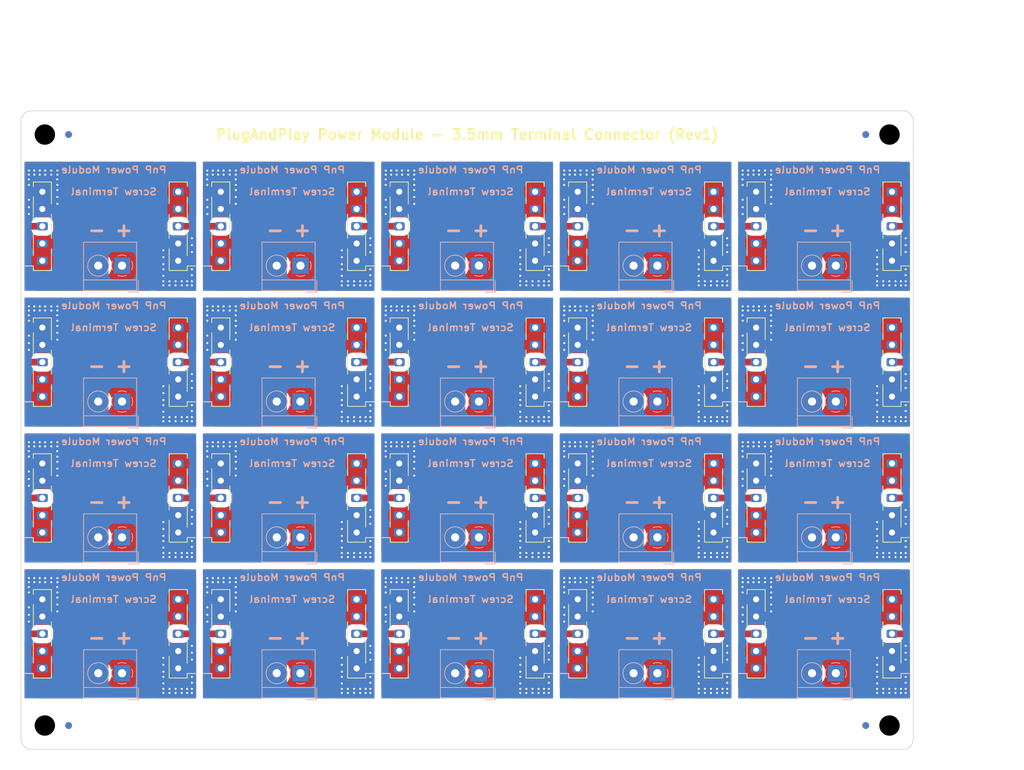
<source format=kicad_pcb>
(kicad_pcb (version 20240108) (generator "pcbnew") (generator_version "8.0")
  (title_block (title "PlugAndPlay Power Module - 3.5mm Terminal Connector") (date "2025-01-23") (rev "1") (company "A.B. Yazamut"))
  (layers (0 "F.Cu" signal) (31 "B.Cu" signal) (34 "B.Paste" user) (35 "F.Paste" user) (36 "B.SilkS" user "B.Silkscreen") (37 "F.SilkS" user "F.Silkscreen") (38 "B.Mask" user) (39 "F.Mask" user) (44 "Edge.Cuts" user))
  (net 0 "")
  (net 1 "Board_0-GND")
  (net 2 "Board_0-VDC")
  (net 3 "Board_0-unconnected-(J1-Pin_3-Pad3)")
  (net 4 "Board_0-unconnected-(J2-Pin_3-Pad3)")
  (net 5 "Board_0-unconnected-(J2-Pin_3-Pad3)_1")
  (net 6 "Board_1-GND")
  (net 7 "Board_1-VDC")
  (net 8 "Board_1-unconnected-(J1-Pin_3-Pad3)")
  (net 9 "Board_1-unconnected-(J2-Pin_3-Pad3)")
  (net 10 "Board_1-unconnected-(J2-Pin_3-Pad3)_1")
  (net 11 "Board_2-GND")
  (net 12 "Board_2-VDC")
  (net 13 "Board_2-unconnected-(J1-Pin_3-Pad3)")
  (net 14 "Board_2-unconnected-(J2-Pin_3-Pad3)")
  (net 15 "Board_2-unconnected-(J2-Pin_3-Pad3)_1")
  (net 16 "Board_3-GND")
  (net 17 "Board_3-VDC")
  (net 18 "Board_3-unconnected-(J1-Pin_3-Pad3)")
  (net 19 "Board_3-unconnected-(J2-Pin_3-Pad3)")
  (net 20 "Board_3-unconnected-(J2-Pin_3-Pad3)_1")
  (net 21 "Board_4-GND")
  (net 22 "Board_4-VDC")
  (net 23 "Board_4-unconnected-(J1-Pin_3-Pad3)")
  (net 24 "Board_4-unconnected-(J2-Pin_3-Pad3)")
  (net 25 "Board_4-unconnected-(J2-Pin_3-Pad3)_1")
  (net 26 "Board_5-GND")
  (net 27 "Board_5-VDC")
  (net 28 "Board_5-unconnected-(J1-Pin_3-Pad3)")
  (net 29 "Board_5-unconnected-(J2-Pin_3-Pad3)")
  (net 30 "Board_5-unconnected-(J2-Pin_3-Pad3)_1")
  (net 31 "Board_6-GND")
  (net 32 "Board_6-VDC")
  (net 33 "Board_6-unconnected-(J1-Pin_3-Pad3)")
  (net 34 "Board_6-unconnected-(J2-Pin_3-Pad3)")
  (net 35 "Board_6-unconnected-(J2-Pin_3-Pad3)_1")
  (net 36 "Board_7-GND")
  (net 37 "Board_7-VDC")
  (net 38 "Board_7-unconnected-(J1-Pin_3-Pad3)")
  (net 39 "Board_7-unconnected-(J2-Pin_3-Pad3)")
  (net 40 "Board_7-unconnected-(J2-Pin_3-Pad3)_1")
  (net 41 "Board_8-GND")
  (net 42 "Board_8-VDC")
  (net 43 "Board_8-unconnected-(J1-Pin_3-Pad3)")
  (net 44 "Board_8-unconnected-(J2-Pin_3-Pad3)")
  (net 45 "Board_8-unconnected-(J2-Pin_3-Pad3)_1")
  (net 46 "Board_9-GND")
  (net 47 "Board_9-VDC")
  (net 48 "Board_9-unconnected-(J1-Pin_3-Pad3)")
  (net 49 "Board_9-unconnected-(J2-Pin_3-Pad3)")
  (net 50 "Board_9-unconnected-(J2-Pin_3-Pad3)_1")
  (net 51 "Board_10-GND")
  (net 52 "Board_10-VDC")
  (net 53 "Board_10-unconnected-(J1-Pin_3-Pad3)")
  (net 54 "Board_10-unconnected-(J2-Pin_3-Pad3)")
  (net 55 "Board_10-unconnected-(J2-Pin_3-Pad3)_1")
  (net 56 "Board_11-GND")
  (net 57 "Board_11-VDC")
  (net 58 "Board_11-unconnected-(J1-Pin_3-Pad3)")
  (net 59 "Board_11-unconnected-(J2-Pin_3-Pad3)")
  (net 60 "Board_11-unconnected-(J2-Pin_3-Pad3)_1")
  (net 61 "Board_12-GND")
  (net 62 "Board_12-VDC")
  (net 63 "Board_12-unconnected-(J1-Pin_3-Pad3)")
  (net 64 "Board_12-unconnected-(J2-Pin_3-Pad3)")
  (net 65 "Board_12-unconnected-(J2-Pin_3-Pad3)_1")
  (net 66 "Board_13-GND")
  (net 67 "Board_13-VDC")
  (net 68 "Board_13-unconnected-(J1-Pin_3-Pad3)")
  (net 69 "Board_13-unconnected-(J2-Pin_3-Pad3)")
  (net 70 "Board_13-unconnected-(J2-Pin_3-Pad3)_1")
  (net 71 "Board_14-GND")
  (net 72 "Board_14-VDC")
  (net 73 "Board_14-unconnected-(J1-Pin_3-Pad3)")
  (net 74 "Board_14-unconnected-(J2-Pin_3-Pad3)")
  (net 75 "Board_14-unconnected-(J2-Pin_3-Pad3)_1")
  (net 76 "Board_15-GND")
  (net 77 "Board_15-VDC")
  (net 78 "Board_15-unconnected-(J1-Pin_3-Pad3)")
  (net 79 "Board_15-unconnected-(J2-Pin_3-Pad3)")
  (net 80 "Board_15-unconnected-(J2-Pin_3-Pad3)_1")
  (net 81 "Board_16-GND")
  (net 82 "Board_16-VDC")
  (net 83 "Board_16-unconnected-(J1-Pin_3-Pad3)")
  (net 84 "Board_16-unconnected-(J2-Pin_3-Pad3)")
  (net 85 "Board_16-unconnected-(J2-Pin_3-Pad3)_1")
  (net 86 "Board_17-GND")
  (net 87 "Board_17-VDC")
  (net 88 "Board_17-unconnected-(J1-Pin_3-Pad3)")
  (net 89 "Board_17-unconnected-(J2-Pin_3-Pad3)")
  (net 90 "Board_17-unconnected-(J2-Pin_3-Pad3)_1")
  (net 91 "Board_18-GND")
  (net 92 "Board_18-VDC")
  (net 93 "Board_18-unconnected-(J1-Pin_3-Pad3)")
  (net 94 "Board_18-unconnected-(J2-Pin_3-Pad3)")
  (net 95 "Board_18-unconnected-(J2-Pin_3-Pad3)_1")
  (net 96 "Board_19-GND")
  (net 97 "Board_19-VDC")
  (net 98 "Board_19-unconnected-(J1-Pin_3-Pad3)")
  (net 99 "Board_19-unconnected-(J2-Pin_3-Pad3)")
  (net 100 "Board_19-unconnected-(J2-Pin_3-Pad3)_1")
  (footprint "Library:PinSocket_1x05_P2.54mm_Vertical_SMD_Pin1Right" (layer "F.Cu") (at 112.23 96.9995 180)
    (property "Reference" "J1")
    (property "Value" "Conn_01x05")
  )
  (footprint "Library:PinSocket_1x05_P2.54mm_Vertical_SMD_Pin1Left" (layer "F.Cu") (at 184.77 96.9995 180)
    (property "Reference" "J2")
    (property "Value" "Conn_01x05")
  )
  (footprint "Library:PinSocket_1x05_P2.54mm_Vertical_SMD_Pin1Left" (layer "F.Cu") (at 211.04 56.9995 180)
    (property "Reference" "J2")
    (property "Value" "Conn_01x05")
  )
  (footprint "Library:PinSocket_1x05_P2.54mm_Vertical_SMD_Pin1Left" (layer "F.Cu") (at 158.5 96.9995 180)
    (property "Reference" "J2")
    (property "Value" "Conn_01x05")
  )
  (footprint "Fiducial:Fiducial_1mm_Mask2mm" (layer "F.Cu") (at 163.135 65.4995)
    (property "Reference" "REF**" (hide yes))
    (property "Value" "Fiducial_1mm_Mask2mm" (hide yes))
  )
  (footprint "Fiducial:Fiducial_1mm_Mask2mm" (layer "F.Cu") (at 163.135 45.4995)
    (property "Reference" "REF**" (hide yes))
    (property "Value" "Fiducial_1mm_Mask2mm" (hide yes))
  )
  (footprint "Fiducial:Fiducial_1mm_Mask2mm" (layer "F.Cu") (at 110.595 85.4995)
    (property "Reference" "REF**" (hide yes))
    (property "Value" "Fiducial_1mm_Mask2mm" (hide yes))
  )
  (footprint "Fiducial:Fiducial_1mm_Mask2mm" (layer "F.Cu") (at 189.405 105.4995)
    (property "Reference" "REF**" (hide yes))
    (property "Value" "Fiducial_1mm_Mask2mm" (hide yes))
  )
  (footprint "Library:PinSocket_1x05_P2.54mm_Vertical_SMD_Pin1Left" (layer "F.Cu") (at 158.5 56.9995 180)
    (property "Reference" "J2")
    (property "Value" "Conn_01x05")
  )
  (footprint "Fiducial:Fiducial_1mm_Mask2mm" (layer "F.Cu") (at 186.395 68.4995)
    (property "Reference" "REF**" (hide yes))
    (property "Value" "Fiducial_1mm_Mask2mm" (hide yes))
  )
  (footprint "Fiducial:Fiducial_1mm_Mask2mm" (layer "F.Cu") (at 133.855 48.4995)
    (property "Reference" "REF**" (hide yes))
    (property "Value" "Fiducial_1mm_Mask2mm" (hide yes))
  )
  (footprint "Library:PinSocket_1x05_P2.54mm_Vertical_SMD_Pin1Right" (layer "F.Cu") (at 191.04 36.9995 180)
    (property "Reference" "J1")
    (property "Value" "Conn_01x05")
  )
  (footprint "Fiducial:Fiducial_1mm_Mask2mm" (layer "F.Cu") (at 107.585 88.4995)
    (property "Reference" "REF**" (hide yes))
    (property "Value" "Fiducial_1mm_Mask2mm" (hide yes))
  )
  (footprint "Fiducial:Fiducial_1mm_Mask2mm" (layer "F.Cu") (at 136.865 105.4995)
    (property "Reference" "REF**" (hide yes))
    (property "Value" "Fiducial_1mm_Mask2mm" (hide yes))
  )
  (footprint "Library:PinSocket_1x05_P2.54mm_Vertical_SMD_Pin1Left" (layer "F.Cu") (at 184.77 76.9995 180)
    (property "Reference" "J2")
    (property "Value" "Conn_01x05")
  )
  (footprint "Library:PinSocket_1x05_P2.54mm_Vertical_SMD_Pin1Right" (layer "F.Cu") (at 138.5 56.9995 180)
    (property "Reference" "J1")
    (property "Value" "Conn_01x05")
  )
  (footprint "Fiducial:Fiducial_1mm_Mask2mm" (layer "F.Cu") (at 163.135 85.4995)
    (property "Reference" "REF**" (hide yes))
    (property "Value" "Fiducial_1mm_Mask2mm" (hide yes))
  )
  (footprint "Library:PinSocket_1x05_P2.54mm_Vertical_SMD_Pin1Right" (layer "F.Cu") (at 85.96 96.9995 180)
    (property "Reference" "J1")
    (property "Value" "Conn_01x05")
  )
  (footprint "Library:PinSocket_1x05_P2.54mm_Vertical_SMD_Pin1Right" (layer "F.Cu") (at 138.5 76.9995 180)
    (property "Reference" "J1")
    (property "Value" "Conn_01x05")
  )
  (footprint "Fiducial:Fiducial_1mm_Mask2mm" (layer "F.Cu") (at 107.585 68.4995)
    (property "Reference" "REF**" (hide yes))
    (property "Value" "Fiducial_1mm_Mask2mm" (hide yes))
  )
  (footprint "Fiducial:Fiducial_1mm_Mask2mm" (layer "F.Cu") (at 107.585 28.4995)
    (property "Reference" "REF**" (hide yes))
    (property "Value" "Fiducial_1mm_Mask2mm" (hide yes))
  )
  (footprint "Library:PinSocket_1x05_P2.54mm_Vertical_SMD_Pin1Right" (layer "F.Cu") (at 164.77 36.9995 180)
    (property "Reference" "J1")
    (property "Value" "Conn_01x05")
  )
  (footprint "Fiducial:Fiducial_1mm_Mask2mm" (layer "F.Cu") (at 107.585 48.4995)
    (property "Reference" "REF**" (hide yes))
    (property "Value" "Fiducial_1mm_Mask2mm" (hide yes))
  )
  (footprint "Fiducial:Fiducial_1mm_Mask2mm" (layer "F.Cu") (at 84.325 45.4995)
    (property "Reference" "REF**" (hide yes))
    (property "Value" "Fiducial_1mm_Mask2mm" (hide yes))
  )
  (footprint "Library:PinSocket_1x05_P2.54mm_Vertical_SMD_Pin1Right" (layer "F.Cu") (at 191.04 96.9995 180)
    (property "Reference" "J1")
    (property "Value" "Conn_01x05")
  )
  (footprint "Library:PinSocket_1x05_P2.54mm_Vertical_SMD_Pin1Right" (layer "F.Cu") (at 112.23 76.9995 180)
    (property "Reference" "J1")
    (property "Value" "Conn_01x05")
  )
  (footprint "Fiducial:Fiducial_1mm_Mask2mm" (layer "F.Cu") (at 160.125 28.4995)
    (property "Reference" "REF**" (hide yes))
    (property "Value" "Fiducial_1mm_Mask2mm" (hide yes))
  )
  (footprint "Library:PinSocket_1x05_P2.54mm_Vertical_SMD_Pin1Right" (layer "F.Cu") (at 85.96 56.9995 180)
    (property "Reference" "J1")
    (property "Value" "Conn_01x05")
  )
  (footprint "Fiducial:Fiducial_1mm_Mask2mm" (layer "F.Cu") (at 136.865 85.4995)
    (property "Reference" "REF**" (hide yes))
    (property "Value" "Fiducial_1mm_Mask2mm" (hide yes))
  )
  (footprint "Fiducial:Fiducial_1mm_Mask2mm" (layer "F.Cu") (at 84.325 65.4995)
    (property "Reference" "REF**" (hide yes))
    (property "Value" "Fiducial_1mm_Mask2mm" (hide yes))
  )
  (footprint "Library:PinSocket_1x05_P2.54mm_Vertical_SMD_Pin1Left" (layer "F.Cu") (at 211.04 36.9995 180)
    (property "Reference" "J2")
    (property "Value" "Conn_01x05")
  )
  (footprint "Library:PinSocket_1x05_P2.54mm_Vertical_SMD_Pin1Right" (layer "F.Cu") (at 191.04 76.9995 180)
    (property "Reference" "J1")
    (property "Value" "Conn_01x05")
  )
  (footprint "Fiducial:Fiducial_1mm_Mask2mm" (layer "F.Cu") (at 110.595 65.4995)
    (property "Reference" "REF**" (hide yes))
    (property "Value" "Fiducial_1mm_Mask2mm" (hide yes))
  )
  (footprint "Fiducial" (layer "F.Cu") (at 89.825 110.4995)
    (property "Reference" "KiKit_FID_T_3" (hide yes))
    (property "Value" "Fiducial" (hide yes))
  )
  (footprint "Fiducial" (layer "F.Cu") (at 207.175 23.5)
    (property "Reference" "KiKit_FID_T_2" (hide yes))
    (property "Value" "Fiducial" (hide yes))
  )
  (footprint "Fiducial" (layer "F.Cu") (at 207.175 110.4995)
    (property "Reference" "KiKit_FID_T_4" (hide yes))
    (property "Value" "Fiducial" (hide yes))
  )
  (footprint "Library:PinSocket_1x05_P2.54mm_Vertical_SMD_Pin1Left" (layer "F.Cu") (at 132.23 96.9995 180)
    (property "Reference" "J2")
    (property "Value" "Conn_01x05")
  )
  (footprint "Library:PinSocket_1x05_P2.54mm_Vertical_SMD_Pin1Left" (layer "F.Cu") (at 105.96 36.9995 180)
    (property "Reference" "J2")
    (property "Value" "Conn_01x05")
  )
  (footprint "Library:PinSocket_1x05_P2.54mm_Vertical_SMD_Pin1Left" (layer "F.Cu") (at 158.5 36.9995 180)
    (property "Reference" "J2")
    (property "Value" "Conn_01x05")
  )
  (footprint "Fiducial" (layer "F.Cu") (at 89.825 23.5)
    (property "Reference" "KiKit_FID_T_1" (hide yes))
    (property "Value" "Fiducial" (hide yes))
  )
  (footprint "Fiducial:Fiducial_1mm_Mask2mm" (layer "F.Cu") (at 189.405 65.4995)
    (property "Reference" "REF**" (hide yes))
    (property "Value" "Fiducial_1mm_Mask2mm" (hide yes))
  )
  (footprint "Library:PinSocket_1x05_P2.54mm_Vertical_SMD_Pin1Left" (layer "F.Cu") (at 105.96 56.9995 180)
    (property "Reference" "J2")
    (property "Value" "Conn_01x05")
  )
  (footprint "NPTH" (layer "F.Cu") (at 86.325 23.5)
    (property "Reference" "KiKit_TO_1" (hide yes))
    (property "Value" "NPTH" (hide yes))
  )
  (footprint "Library:PinSocket_1x05_P2.54mm_Vertical_SMD_Pin1Left" (layer "F.Cu") (at 105.96 96.9995 180)
    (property "Reference" "J2")
    (property "Value" "Conn_01x05")
  )
  (footprint "Fiducial:Fiducial_1mm_Mask2mm" (layer "F.Cu") (at 133.855 28.4995)
    (property "Reference" "REF**" (hide yes))
    (property "Value" "Fiducial_1mm_Mask2mm" (hide yes))
  )
  (footprint "Library:PinSocket_1x05_P2.54mm_Vertical_SMD_Pin1Left" (layer "F.Cu") (at 211.04 76.9995 180)
    (property "Reference" "J2")
    (property "Value" "Conn_01x05")
  )
  (footprint "Fiducial:Fiducial_1mm_Mask2mm" (layer "F.Cu") (at 189.405 85.4995)
    (property "Reference" "REF**" (hide yes))
    (property "Value" "Fiducial_1mm_Mask2mm" (hide yes))
  )
  (footprint "Library:PinSocket_1x05_P2.54mm_Vertical_SMD_Pin1Left" (layer "F.Cu") (at 158.5 76.9995 180)
    (property "Reference" "J2")
    (property "Value" "Conn_01x05")
  )
  (footprint "NPTH" (layer "F.Cu") (at 210.675 110.4995)
    (property "Reference" "KiKit_TO_4" (hide yes))
    (property "Value" "NPTH" (hide yes))
  )
  (footprint "Library:PinSocket_1x05_P2.54mm_Vertical_SMD_Pin1Right" (layer "F.Cu") (at 85.96 36.9995 180)
    (property "Reference" "J1")
    (property "Value" "Conn_01x05")
  )
  (footprint "Library:PinSocket_1x05_P2.54mm_Vertical_SMD_Pin1Right" (layer "F.Cu") (at 164.77 76.9995 180)
    (property "Reference" "J1")
    (property "Value" "Conn_01x05")
  )
  (footprint "Library:PinSocket_1x05_P2.54mm_Vertical_SMD_Pin1Right" (layer "F.Cu") (at 138.5 36.9995 180)
    (property "Reference" "J1")
    (property "Value" "Conn_01x05")
  )
  (footprint "Library:PinSocket_1x05_P2.54mm_Vertical_SMD_Pin1Right" (layer "F.Cu") (at 85.96 76.9995 180)
    (property "Reference" "J1")
    (property "Value" "Conn_01x05")
  )
  (footprint "Library:PinSocket_1x05_P2.54mm_Vertical_SMD_Pin1Left" (layer "F.Cu") (at 132.23 76.9995 180)
    (property "Reference" "J2")
    (property "Value" "Conn_01x05")
  )
  (footprint "Fiducial:Fiducial_1mm_Mask2mm" (layer "F.Cu") (at 160.125 68.4995)
    (property "Reference" "REF**" (hide yes))
    (property "Value" "Fiducial_1mm_Mask2mm" (hide yes))
  )
  (footprint "Library:PinSocket_1x05_P2.54mm_Vertical_SMD_Pin1Right" (layer "F.Cu") (at 138.5 96.9995 180)
    (property "Reference" "J1")
    (property "Value" "Conn_01x05")
  )
  (footprint "Library:PinSocket_1x05_P2.54mm_Vertical_SMD_Pin1Left" (layer "F.Cu") (at 132.23 56.9995 180)
    (property "Reference" "J2")
    (property "Value" "Conn_01x05")
  )
  (footprint "Fiducial:Fiducial_1mm_Mask2mm" (layer "F.Cu") (at 84.325 85.4995)
    (property "Reference" "REF**" (hide yes))
    (property "Value" "Fiducial_1mm_Mask2mm" (hide yes))
  )
  (footprint "Fiducial:Fiducial_1mm_Mask2mm" (layer "F.Cu") (at 186.395 48.4995)
    (property "Reference" "REF**" (hide yes))
    (property "Value" "Fiducial_1mm_Mask2mm" (hide yes))
  )
  (footprint "Fiducial:Fiducial_1mm_Mask2mm" (layer "F.Cu") (at 110.595 45.4995)
    (property "Reference" "REF**" (hide yes))
    (property "Value" "Fiducial_1mm_Mask2mm" (hide yes))
  )
  (footprint "Library:PinSocket_1x05_P2.54mm_Vertical_SMD_Pin1Right" (layer "F.Cu") (at 112.23 36.9995 180)
    (property "Reference" "J1")
    (property "Value" "Conn_01x05")
  )
  (footprint "Fiducial:Fiducial_1mm_Mask2mm" (layer "F.Cu") (at 212.665 88.4995)
    (property "Reference" "REF**" (hide yes))
    (property "Value" "Fiducial_1mm_Mask2mm" (hide yes))
  )
  (footprint "Fiducial:Fiducial_1mm_Mask2mm" (layer "F.Cu") (at 110.595 105.4995)
    (property "Reference" "REF**" (hide yes))
    (property "Value" "Fiducial_1mm_Mask2mm" (hide yes))
  )
  (footprint "NPTH" (layer "F.Cu") (at 86.325 110.4995)
    (property "Reference" "KiKit_TO_3" (hide yes))
    (property "Value" "NPTH" (hide yes))
  )
  (footprint "Fiducial:Fiducial_1mm_Mask2mm" (layer "F.Cu") (at 189.405 45.4995)
    (property "Reference" "REF**" (hide yes))
    (property "Value" "Fiducial_1mm_Mask2mm" (hide yes))
  )
  (footprint "Fiducial:Fiducial_1mm_Mask2mm" (layer "F.Cu") (at 212.665 68.4995)
    (property "Reference" "REF**" (hide yes))
    (property "Value" "Fiducial_1mm_Mask2mm" (hide yes))
  )
  (footprint "Fiducial:Fiducial_1mm_Mask2mm" (layer "F.Cu") (at 186.395 28.4995)
    (property "Reference" "REF**" (hide yes))
    (property "Value" "Fiducial_1mm_Mask2mm" (hide yes))
  )
  (footprint "Fiducial:Fiducial_1mm_Mask2mm" (layer "F.Cu") (at 160.125 48.4995)
    (property "Reference" "REF**" (hide yes))
    (property "Value" "Fiducial_1mm_Mask2mm" (hide yes))
  )
  (footprint "Library:PinSocket_1x05_P2.54mm_Vertical_SMD_Pin1Right" (layer "F.Cu") (at 164.77 56.9995 180)
    (property "Reference" "J1")
    (property "Value" "Conn_01x05")
  )
  (footprint "Library:PinSocket_1x05_P2.54mm_Vertical_SMD_Pin1Left" (layer "F.Cu") (at 105.96 76.9995 180)
    (property "Reference" "J2")
    (property "Value" "Conn_01x05")
  )
  (footprint "Fiducial:Fiducial_1mm_Mask2mm" (layer "F.Cu") (at 163.135 105.4995)
    (property "Reference" "REF**" (hide yes))
    (property "Value" "Fiducial_1mm_Mask2mm" (hide yes))
  )
  (footprint "NPTH" (layer "F.Cu") (at 210.675 23.5)
    (property "Reference" "KiKit_TO_2" (hide yes))
    (property "Value" "NPTH" (hide yes))
  )
  (footprint "Library:PinSocket_1x05_P2.54mm_Vertical_SMD_Pin1Right" (layer "F.Cu") (at 191.04 56.9995 180)
    (property "Reference" "J1")
    (property "Value" "Conn_01x05")
  )
  (footprint "Library:PinSocket_1x05_P2.54mm_Vertical_SMD_Pin1Left" (layer "F.Cu") (at 184.77 56.9995 180)
    (property "Reference" "J2")
    (property "Value" "Conn_01x05")
  )
  (footprint "Fiducial:Fiducial_1mm_Mask2mm" (layer "F.Cu") (at 133.855 88.4995)
    (property "Reference" "REF**" (hide yes))
    (property "Value" "Fiducial_1mm_Mask2mm" (hide yes))
  )
  (footprint "Fiducial:Fiducial_1mm_Mask2mm" (layer "F.Cu") (at 212.665 48.4995)
    (property "Reference" "REF**" (hide yes))
    (property "Value" "Fiducial_1mm_Mask2mm" (hide yes))
  )
  (footprint "Library:PinSocket_1x05_P2.54mm_Vertical_SMD_Pin1Right" (layer "F.Cu") (at 164.77 96.9995 180)
    (property "Reference" "J1")
    (property "Value" "Conn_01x05")
  )
  (footprint "Fiducial:Fiducial_1mm_Mask2mm" (layer "F.Cu") (at 186.395 88.4995)
    (property "Reference" "REF**" (hide yes))
    (property "Value" "Fiducial_1mm_Mask2mm" (hide yes))
  )
  (footprint "Fiducial:Fiducial_1mm_Mask2mm" (layer "F.Cu") (at 160.125 88.4995)
    (property "Reference" "REF**" (hide yes))
    (property "Value" "Fiducial_1mm_Mask2mm" (hide yes))
  )
  (footprint "Fiducial:Fiducial_1mm_Mask2mm" (layer "F.Cu") (at 212.665 28.4995)
    (property "Reference" "REF**" (hide yes))
    (property "Value" "Fiducial_1mm_Mask2mm" (hide yes))
  )
  (footprint "Library:PinSocket_1x05_P2.54mm_Vertical_SMD_Pin1Left" (layer "F.Cu") (at 211.04 96.9995 180)
    (property "Reference" "J2")
    (property "Value" "Conn_01x05")
  )
  (footprint "Fiducial:Fiducial_1mm_Mask2mm" (layer "F.Cu") (at 133.855 68.4995)
    (property "Reference" "REF**" (hide yes))
    (property "Value" "Fiducial_1mm_Mask2mm" (hide yes))
  )
  (footprint "Library:PinSocket_1x05_P2.54mm_Vertical_SMD_Pin1Left" (layer "F.Cu") (at 132.23 36.9995 180)
    (property "Reference" "J2")
    (property "Value" "Conn_01x05")
  )
  (footprint "Fiducial:Fiducial_1mm_Mask2mm" (layer "F.Cu") (at 136.865 65.4995)
    (property "Reference" "REF**" (hide yes))
    (property "Value" "Fiducial_1mm_Mask2mm" (hide yes))
  )
  (footprint "Fiducial:Fiducial_1mm_Mask2mm" (layer "F.Cu") (at 136.865 45.4995)
    (property "Reference" "REF**" (hide yes))
    (property "Value" "Fiducial_1mm_Mask2mm" (hide yes))
  )
  (footprint "Library:PinSocket_1x05_P2.54mm_Vertical_SMD_Pin1Right" (layer "F.Cu") (at 112.23 56.9995 180)
    (property "Reference" "J1")
    (property "Value" "Conn_01x05")
  )
  (footprint "Library:PinSocket_1x05_P2.54mm_Vertical_SMD_Pin1Left" (layer "F.Cu") (at 184.77 36.9995 180)
    (property "Reference" "J2")
    (property "Value" "Conn_01x05")
  )
  (footprint "Fiducial:Fiducial_1mm_Mask2mm" (layer "F.Cu") (at 84.325 105.4995)
    (property "Reference" "REF**" (hide yes))
    (property "Value" "Fiducial_1mm_Mask2mm" (hide yes))
  )
  (footprint "TerminalBlock_4Ucon:TerminalBlock_4Ucon_1x02_P3.50mm_Horizontal" (layer "B.Cu") (at 97.69 102.7995 180)
    (property "Reference" "J3" (hide yes))
    (property "Value" "Screw_Terminal" (hide yes))
  )
  (footprint "TerminalBlock_4Ucon:TerminalBlock_4Ucon_1x02_P3.50mm_Horizontal" (layer "B.Cu") (at 202.77 42.7995 180)
    (property "Reference" "J3" (hide yes))
    (property "Value" "Screw_Terminal" (hide yes))
  )
  (footprint "TerminalBlock_4Ucon:TerminalBlock_4Ucon_1x02_P3.50mm_Horizontal" (layer "B.Cu") (at 123.96 82.7995 180)
    (property "Reference" "J3" (hide yes))
    (property "Value" "Screw_Terminal" (hide yes))
  )
  (footprint "TerminalBlock_4Ucon:TerminalBlock_4Ucon_1x02_P3.50mm_Horizontal" (layer "B.Cu") (at 150.23 82.7995 180)
    (property "Reference" "J3" (hide yes))
    (property "Value" "Screw_Terminal" (hide yes))
  )
  (footprint "Fiducial" (layer "B.Cu") (at 207.175 23.5)
    (property "Reference" "KiKit_FID_B_2" (hide yes))
    (property "Value" "Fiducial" (hide yes))
  )
  (footprint "Fiducial" (layer "B.Cu") (at 89.825 110.4995)
    (property "Reference" "KiKit_FID_B_3" (hide yes))
    (property "Value" "Fiducial" (hide yes))
  )
  (footprint "TerminalBlock_4Ucon:TerminalBlock_4Ucon_1x02_P3.50mm_Horizontal" (layer "B.Cu") (at 202.77 102.7995 180)
    (property "Reference" "J3" (hide yes))
    (property "Value" "Screw_Terminal" (hide yes))
  )
  (footprint "TerminalBlock_4Ucon:TerminalBlock_4Ucon_1x02_P3.50mm_Horizontal" (layer "B.Cu") (at 123.96 42.7995 180)
    (property "Reference" "J3" (hide yes))
    (property "Value" "Screw_Terminal" (hide yes))
  )
  (footprint "TerminalBlock_4Ucon:TerminalBlock_4Ucon_1x02_P3.50mm_Horizontal" (layer "B.Cu") (at 97.69 62.7995 180)
    (property "Reference" "J3" (hide yes))
    (property "Value" "Screw_Terminal" (hide yes))
  )
  (footprint "TerminalBlock_4Ucon:TerminalBlock_4Ucon_1x02_P3.50mm_Horizontal" (layer "B.Cu") (at 176.5 42.7995 180)
    (property "Reference" "J3" (hide yes))
    (property "Value" "Screw_Terminal" (hide yes))
  )
  (footprint "TerminalBlock_4Ucon:TerminalBlock_4Ucon_1x02_P3.50mm_Horizontal" (layer "B.Cu") (at 123.96 102.7995 180)
    (property "Reference" "J3" (hide yes))
    (property "Value" "Screw_Terminal" (hide yes))
  )
  (footprint "TerminalBlock_4Ucon:TerminalBlock_4Ucon_1x02_P3.50mm_Horizontal" (layer "B.Cu") (at 176.5 102.7995 180)
    (property "Reference" "J3" (hide yes))
    (property "Value" "Screw_Terminal" (hide yes))
  )
  (footprint "TerminalBlock_4Ucon:TerminalBlock_4Ucon_1x02_P3.50mm_Horizontal" (layer "B.Cu") (at 150.23 42.7995 180)
    (property "Reference" "J3" (hide yes))
    (property "Value" "Screw_Terminal" (hide yes))
  )
  (footprint "TerminalBlock_4Ucon:TerminalBlock_4Ucon_1x02_P3.50mm_Horizontal" (layer "B.Cu") (at 150.23 102.7995 180)
    (property "Reference" "J3" (hide yes))
    (property "Value" "Screw_Terminal" (hide yes))
  )
  (footprint "TerminalBlock_4Ucon:TerminalBlock_4Ucon_1x02_P3.50mm_Horizontal" (layer "B.Cu") (at 176.5 62.7995 180)
    (property "Reference" "J3" (hide yes))
    (property "Value" "Screw_Terminal" (hide yes))
  )
  (footprint "Fiducial" (layer "B.Cu") (at 207.175 110.4995)
    (property "Reference" "KiKit_FID_B_4" (hide yes))
    (property "Value" "Fiducial" (hide yes))
  )
  (footprint "TerminalBlock_4Ucon:TerminalBlock_4Ucon_1x02_P3.50mm_Horizontal" (layer "B.Cu") (at 202.77 62.7995 180)
    (property "Reference" "J3" (hide yes))
    (property "Value" "Screw_Terminal" (hide yes))
  )
  (footprint "TerminalBlock_4Ucon:TerminalBlock_4Ucon_1x02_P3.50mm_Horizontal" (layer "B.Cu") (at 202.77 82.7995 180)
    (property "Reference" "J3" (hide yes))
    (property "Value" "Screw_Terminal" (hide yes))
  )
  (footprint "TerminalBlock_4Ucon:TerminalBlock_4Ucon_1x02_P3.50mm_Horizontal" (layer "B.Cu") (at 150.23 62.7995 180)
    (property "Reference" "J3" (hide yes))
    (property "Value" "Screw_Terminal" (hide yes))
  )
  (footprint "TerminalBlock_4Ucon:TerminalBlock_4Ucon_1x02_P3.50mm_Horizontal" (layer "B.Cu") (at 97.69 82.7995 180)
    (property "Reference" "J3" (hide yes))
    (property "Value" "Screw_Terminal" (hide yes))
  )
  (footprint "TerminalBlock_4Ucon:TerminalBlock_4Ucon_1x02_P3.50mm_Horizontal" (layer "B.Cu") (at 176.5 82.7995 180)
    (property "Reference" "J3" (hide yes))
    (property "Value" "Screw_Terminal" (hide yes))
  )
  (footprint "Fiducial" (layer "B.Cu") (at 89.825 23.5)
    (property "Reference" "KiKit_FID_B_1" (hide yes))
    (property "Value" "Fiducial" (hide yes))
  )
  (footprint "TerminalBlock_4Ucon:TerminalBlock_4Ucon_1x02_P3.50mm_Horizontal" (layer "B.Cu") (at 123.96 62.7995 180)
    (property "Reference" "J3" (hide yes))
    (property "Value" "Screw_Terminal" (hide yes))
  )
  (footprint "TerminalBlock_4Ucon:TerminalBlock_4Ucon_1x02_P3.50mm_Horizontal" (layer "B.Cu") (at 97.69 42.7995 180)
    (property "Reference" "J3" (hide yes))
    (property "Value" "Screw_Terminal" (hide yes))
  )
  (gr_line (start 214.175 25) (end 214.175 21.5) (stroke (width 0.1)) (layer "Edge.Cuts"))
  (gr_line (start 213.922204 113.332855) (end 213.997881 113.206595) (stroke (width 0.1)) (layer "Edge.Cuts"))
  (gr_line (start 214.060819 20.925974) (end 213.997881 20.792904) (stroke (width 0.1)) (layer "Edge.Cuts"))
  (gr_line (start 83.37341 113.659015) (end 83.491644 113.746704) (stroke (width 0.1)) (layer "Edge.Cuts"))
  (gr_line (start 214.175 108.9995) (end 214.175 107.9995) (stroke (width 0.1)) (layer "Edge.Cuts"))
  (gr_line (start 212.967635 113.970677) (end 213.110427 113.93491) (stroke (width 0.1)) (layer "Edge.Cuts"))
  (gr_line (start 83.264339 20.439339) (end 83.165484 20.54841) (stroke (width 0.1)) (layer "Edge.Cuts"))
  (gr_line (start 82.825 25.9995) (end 82.825 26.9995) (stroke (width 0.1)) (layer "Edge.Cuts"))
  (gr_line (start 214.11041 112.934927) (end 214.146177 112.792135) (stroke (width 0.1)) (layer "Edge.Cuts"))
  (gr_line (start 213.508355 113.746704) (end 213.626589 113.659015) (stroke (width 0.1)) (layer "Edge.Cuts"))
  (gr_line (start 214.175 107.9995) (end 214.175 106.9995) (stroke (width 0.1)) (layer "Edge.Cuts"))
  (gr_line (start 82.825 112.4995) (end 82.832222 112.646525) (stroke (width 0.1)) (layer "Edge.Cuts"))
  (gr_line (start 214.175 66.9995) (end 214.175 46.9995) (stroke (width 0.1)) (layer "Edge.Cuts"))
  (gr_line (start 84.177974 113.992277) (end 84.325 113.9995) (stroke (width 0.1)) (layer "Edge.Cuts"))
  (gr_line (start 213.922204 20.666644) (end 213.834515 20.54841) (stroke (width 0.1)) (layer "Edge.Cuts"))
  (gr_line (start 213.110427 20.064589) (end 212.967635 20.028822) (stroke (width 0.1)) (layer "Edge.Cuts"))
  (gr_line (start 214.146177 21.207364) (end 214.11041 21.064572) (stroke (width 0.1)) (layer "Edge.Cuts"))
  (gr_line (start 83.077795 20.666644) (end 83.002118 20.792904) (stroke (width 0.1)) (layer "Edge.Cuts"))
  (gr_line (start 82.93918 20.925974) (end 82.889589 21.064572) (stroke (width 0.1)) (layer "Edge.Cuts"))
  (gr_line (start 213.73566 113.56016) (end 213.834515 113.451089) (stroke (width 0.1)) (layer "Edge.Cuts"))
  (gr_line (start 84.325 20) (end 84.177974 20.007222) (stroke (width 0.1)) (layer "Edge.Cuts"))
  (gr_line (start 83.077795 113.332855) (end 83.165484 113.451089) (stroke (width 0.1)) (layer "Edge.Cuts"))
  (gr_line (start 212.822025 113.992277) (end 212.967635 113.970677) (stroke (width 0.1)) (layer "Edge.Cuts"))
  (gr_line (start 82.853822 21.207364) (end 82.832222 21.352974) (stroke (width 0.1)) (layer "Edge.Cuts"))
  (gr_line (start 82.825 25) (end 82.825 25.9995) (stroke (width 0.1)) (layer "Edge.Cuts"))
  (gr_line (start 213.382095 113.822381) (end 213.508355 113.746704) (stroke (width 0.1)) (layer "Edge.Cuts"))
  (gr_line (start 214.175 21.5) (end 214.167777 21.352974) (stroke (width 0.1)) (layer "Edge.Cuts"))
  (gr_line (start 213.249025 20.11418) (end 213.110427 20.064589) (stroke (width 0.1)) (layer "Edge.Cuts"))
  (gr_line (start 84.177974 20.007222) (end 84.032364 20.028822) (stroke (width 0.1)) (layer "Edge.Cuts"))
  (gr_line (start 214.146177 112.792135) (end 214.167777 112.646525) (stroke (width 0.1)) (layer "Edge.Cuts"))
  (gr_line (start 214.175 25.9995) (end 214.175 25) (stroke (width 0.1)) (layer "Edge.Cuts"))
  (gr_line (start 83.37341 20.340484) (end 83.264339 20.439339) (stroke (width 0.1)) (layer "Edge.Cuts"))
  (gr_line (start 83.165484 113.451089) (end 83.264339 113.56016) (stroke (width 0.1)) (layer "Edge.Cuts"))
  (gr_line (start 83.750974 113.885319) (end 83.889572 113.93491) (stroke (width 0.1)) (layer "Edge.Cuts"))
  (gr_line (start 214.175 26.9995) (end 214.175 25.9995) (stroke (width 0.1)) (layer "Edge.Cuts"))
  (gr_line (start 214.167777 21.352974) (end 214.146177 21.207364) (stroke (width 0.1)) (layer "Edge.Cuts"))
  (gr_line (start 212.675 113.9995) (end 212.822025 113.992277) (stroke (width 0.1)) (layer "Edge.Cuts"))
  (gr_line (start 82.832222 112.646525) (end 82.853822 112.792135) (stroke (width 0.1)) (layer "Edge.Cuts"))
  (gr_line (start 83.750974 20.11418) (end 83.617904 20.177118) (stroke (width 0.1)) (layer "Edge.Cuts"))
  (gr_line (start 82.825 108.9995) (end 82.825 112.4995) (stroke (width 0.1)) (layer "Edge.Cuts"))
  (gr_line (start 83.889572 113.93491) (end 84.032364 113.970677) (stroke (width 0.1)) (layer "Edge.Cuts"))
  (gr_line (start 83.264339 113.56016) (end 83.37341 113.659015) (stroke (width 0.1)) (layer "Edge.Cuts"))
  (gr_line (start 83.491644 113.746704) (end 83.617904 113.822381) (stroke (width 0.1)) (layer "Edge.Cuts"))
  (gr_line (start 214.11041 21.064572) (end 214.060819 20.925974) (stroke (width 0.1)) (layer "Edge.Cuts"))
  (gr_line (start 83.491644 20.252795) (end 83.37341 20.340484) (stroke (width 0.1)) (layer "Edge.Cuts"))
  (gr_line (start 84.032364 20.028822) (end 83.889572 20.064589) (stroke (width 0.1)) (layer "Edge.Cuts"))
  (gr_line (start 213.834515 113.451089) (end 213.922204 113.332855) (stroke (width 0.1)) (layer "Edge.Cuts"))
  (gr_line (start 213.110427 113.93491) (end 213.249025 113.885319) (stroke (width 0.1)) (layer "Edge.Cuts"))
  (gr_line (start 83.889572 20.064589) (end 83.750974 20.11418) (stroke (width 0.1)) (layer "Edge.Cuts"))
  (gr_line (start 82.853822 112.792135) (end 82.889589 112.934927) (stroke (width 0.1)) (layer "Edge.Cuts"))
  (gr_line (start 82.832222 21.352974) (end 82.825 21.5) (stroke (width 0.1)) (layer "Edge.Cuts"))
  (gr_line (start 82.825 107.9995) (end 82.825 108.9995) (stroke (width 0.1)) (layer "Edge.Cuts"))
  (gr_line (start 84.325 113.9995) (end 212.675 113.9995) (stroke (width 0.1)) (layer "Edge.Cuts"))
  (gr_line (start 82.825 106.9995) (end 82.825 107.9995) (stroke (width 0.1)) (layer "Edge.Cuts"))
  (gr_line (start 82.825 66.9995) (end 82.825 86.9995) (stroke (width 0.1)) (layer "Edge.Cuts"))
  (gr_line (start 82.889589 21.064572) (end 82.853822 21.207364) (stroke (width 0.1)) (layer "Edge.Cuts"))
  (gr_line (start 214.175 86.9995) (end 214.175 66.9995) (stroke (width 0.1)) (layer "Edge.Cuts"))
  (gr_line (start 84.032364 113.970677) (end 84.177974 113.992277) (stroke (width 0.1)) (layer "Edge.Cuts"))
  (gr_line (start 82.825 86.9995) (end 82.825 106.9995) (stroke (width 0.1)) (layer "Edge.Cuts"))
  (gr_line (start 83.002118 20.792904) (end 82.93918 20.925974) (stroke (width 0.1)) (layer "Edge.Cuts"))
  (gr_line (start 82.93918 113.073525) (end 83.002118 113.206595) (stroke (width 0.1)) (layer "Edge.Cuts"))
  (gr_line (start 214.175 112.4995) (end 214.175 108.9995) (stroke (width 0.1)) (layer "Edge.Cuts"))
  (gr_line (start 214.175 46.9995) (end 214.175 26.9995) (stroke (width 0.1)) (layer "Edge.Cuts"))
  (gr_line (start 82.825 21.5) (end 82.825 25) (stroke (width 0.1)) (layer "Edge.Cuts"))
  (gr_line (start 82.825 26.9995) (end 82.825 46.9995) (stroke (width 0.1)) (layer "Edge.Cuts"))
  (gr_line (start 83.617904 113.822381) (end 83.750974 113.885319) (stroke (width 0.1)) (layer "Edge.Cuts"))
  (gr_line (start 213.382095 20.177118) (end 213.249025 20.11418) (stroke (width 0.1)) (layer "Edge.Cuts"))
  (gr_line (start 214.060819 113.073525) (end 214.11041 112.934927) (stroke (width 0.1)) (layer "Edge.Cuts"))
  (gr_line (start 214.167777 112.646525) (end 214.175 112.4995) (stroke (width 0.1)) (layer "Edge.Cuts"))
  (gr_line (start 212.967635 20.028822) (end 212.822025 20.007222) (stroke (width 0.1)) (layer "Edge.Cuts"))
  (gr_line (start 83.002118 113.206595) (end 83.077795 113.332855) (stroke (width 0.1)) (layer "Edge.Cuts"))
  (gr_line (start 83.165484 20.54841) (end 83.077795 20.666644) (stroke (width 0.1)) (layer "Edge.Cuts"))
  (gr_line (start 213.508355 20.252795) (end 213.382095 20.177118) (stroke (width 0.1)) (layer "Edge.Cuts"))
  (gr_line (start 83.617904 20.177118) (end 83.491644 20.252795) (stroke (width 0.1)) (layer "Edge.Cuts"))
  (gr_line (start 214.175 106.9995) (end 214.175 86.9995) (stroke (width 0.1)) (layer "Edge.Cuts"))
  (gr_line (start 82.889589 112.934927) (end 82.93918 113.073525) (stroke (width 0.1)) (layer "Edge.Cuts"))
  (gr_line (start 213.249025 113.885319) (end 213.382095 113.822381) (stroke (width 0.1)) (layer "Edge.Cuts"))
  (gr_line (start 82.825 46.9995) (end 82.825 66.9995) (stroke (width 0.1)) (layer "Edge.Cuts"))
  (gr_line (start 212.675 20) (end 84.325 20) (stroke (width 0.1)) (layer "Edge.Cuts"))
  (gr_line (start 212.822025 20.007222) (end 212.675 20) (stroke (width 0.1)) (layer "Edge.Cuts"))
  (gr_line (start 213.997881 20.792904) (end 213.922204 20.666644) (stroke (width 0.1)) (layer "Edge.Cuts"))
  (gr_line (start 213.626589 113.659015) (end 213.73566 113.56016) (stroke (width 0.1)) (layer "Edge.Cuts"))
  (gr_line (start 213.73566 20.439339) (end 213.626589 20.340484) (stroke (width 0.1)) (layer "Edge.Cuts"))
  (gr_line (start 213.626589 20.340484) (end 213.508355 20.252795) (stroke (width 0.1)) (layer "Edge.Cuts"))
  (gr_line (start 213.834515 20.54841) (end 213.73566 20.439339) (stroke (width 0.1)) (layer "Edge.Cuts"))
  (gr_line (start 213.997881 113.206595) (end 214.060819 113.073525) (stroke (width 0.1)) (layer "Edge.Cuts"))
  (gr_text "PnP Power Module\n\nScrew Terminal" (at 122.745 32.4995 0) (layer "B.SilkS") (effects (font (size 1 1.1) (thickness 0.2) (bold yes)) (justify bottom mirror)))
  (gr_text "PnP Power Module\n\nScrew Terminal" (at 175.285 32.4995 0) (layer "B.SilkS") (effects (font (size 1 1.1) (thickness 0.2) (bold yes)) (justify bottom mirror)))
  (gr_text "+ -" (at 125.745 38.6995 0) (layer "B.SilkS") (effects (font (size 2 2) (thickness 0.4) (bold yes)) (justify left bottom mirror)))
  (gr_text "PnP Power Module\n\nScrew Terminal" (at 96.475 92.4995 0) (layer "B.SilkS") (effects (font (size 1 1.1) (thickness 0.2) (bold yes)) (justify bottom mirror)))
  (gr_text "PnP Power Module\n\nScrew Terminal" (at 201.555 72.4995 0) (layer "B.SilkS") (effects (font (size 1 1.1) (thickness 0.2) (bold yes)) (justify bottom mirror)))
  (gr_text "PnP Power Module\n\nScrew Terminal" (at 201.555 52.4995 0) (layer "B.SilkS") (effects (font (size 1 1.1) (thickness 0.2) (bold yes)) (justify bottom mirror)))
  (gr_text "PnP Power Module\n\nScrew Terminal" (at 122.745 52.4995 0) (layer "B.SilkS") (effects (font (size 1 1.1) (thickness 0.2) (bold yes)) (justify bottom mirror)))
  (gr_text "PnP Power Module\n\nScrew Terminal" (at 175.285 92.4995 0) (layer "B.SilkS") (effects (font (size 1 1.1) (thickness 0.2) (bold yes)) (justify bottom mirror)))
  (gr_text "+ -" (at 152.015 58.6995 0) (layer "B.SilkS") (effects (font (size 2 2) (thickness 0.4) (bold yes)) (justify left bottom mirror)))
  (gr_text "+ -" (at 125.745 78.6995 0) (layer "B.SilkS") (effects (font (size 2 2) (thickness 0.4) (bold yes)) (justify left bottom mirror)))
  (gr_text "+ -" (at 152.015 78.6995 0) (layer "B.SilkS") (effects (font (size 2 2) (thickness 0.4) (bold yes)) (justify left bottom mirror)))
  (gr_text "+ -" (at 99.475 98.6995 0) (layer "B.SilkS") (effects (font (size 2 2) (thickness 0.4) (bold yes)) (justify left bottom mirror)))
  (gr_text "+ -" (at 125.745 98.6995 0) (layer "B.SilkS") (effects (font (size 2 2) (thickness 0.4) (bold yes)) (justify left bottom mirror)))
  (gr_text "+ -" (at 204.555 78.6995 0) (layer "B.SilkS") (effects (font (size 2 2) (thickness 0.4) (bold yes)) (justify left bottom mirror)))
  (gr_text "+ -" (at 99.475 58.6995 0) (layer "B.SilkS") (effects (font (size 2 2) (thickness 0.4) (bold yes)) (justify left bottom mirror)))
  (gr_text "+ -" (at 178.285 38.6995 0) (layer "B.SilkS") (effects (font (size 2 2) (thickness 0.4) (bold yes)) (justify left bottom mirror)))
  (gr_text "PnP Power Module\n\nScrew Terminal" (at 149.015 32.4995 0) (layer "B.SilkS") (effects (font (size 1 1.1) (thickness 0.2) (bold yes)) (justify bottom mirror)))
  (gr_text "PnP Power Module\n\nScrew Terminal" (at 149.015 52.4995 0) (layer "B.SilkS") (effects (font (size 1 1.1) (thickness 0.2) (bold yes)) (justify bottom mirror)))
  (gr_text "PnP Power Module\n\nScrew Terminal" (at 122.745 72.4995 0) (layer "B.SilkS") (effects (font (size 1 1.1) (thickness 0.2) (bold yes)) (justify bottom mirror)))
  (gr_text "+ -" (at 178.285 98.6995 0) (layer "B.SilkS") (effects (font (size 2 2) (thickness 0.4) (bold yes)) (justify left bottom mirror)))
  (gr_text "+ -" (at 178.285 78.6995 0) (layer "B.SilkS") (effects (font (size 2 2) (thickness 0.4) (bold yes)) (justify left bottom mirror)))
  (gr_text "+ -" (at 152.015 98.6995 0) (layer "B.SilkS") (effects (font (size 2 2) (thickness 0.4) (bold yes)) (justify left bottom mirror)))
  (gr_text "PnP Power Module\n\nScrew Terminal" (at 96.475 52.4995 0) (layer "B.SilkS") (effects (font (size 1 1.1) (thickness 0.2) (bold yes)) (justify bottom mirror)))
  (gr_text "PnP Power Module\n\nScrew Terminal" (at 122.745 92.4995 0) (layer "B.SilkS") (effects (font (size 1 1.1) (thickness 0.2) (bold yes)) (justify bottom mirror)))
  (gr_text "PnP Power Module\n\nScrew Terminal" (at 175.285 72.4995 0) (layer "B.SilkS") (effects (font (size 1 1.1) (thickness 0.2) (bold yes)) (justify bottom mirror)))
  (gr_text "PnP Power Module\n\nScrew Terminal" (at 96.475 32.4995 0) (layer "B.SilkS") (effects (font (size 1 1.1) (thickness 0.2) (bold yes)) (justify bottom mirror)))
  (gr_text "PnP Power Module\n\nScrew Terminal" (at 201.555 92.4995 0) (layer "B.SilkS") (effects (font (size 1 1.1) (thickness 0.2) (bold yes)) (justify bottom mirror)))
  (gr_text "+ -" (at 99.475 38.6995 0) (layer "B.SilkS") (effects (font (size 2 2) (thickness 0.4) (bold yes)) (justify left bottom mirror)))
  (gr_text "+ -" (at 204.555 58.6995 0) (layer "B.SilkS") (effects (font (size 2 2) (thickness 0.4) (bold yes)) (justify left bottom mirror)))
  (gr_text "+ -" (at 125.745 58.6995 0) (layer "B.SilkS") (effects (font (size 2 2) (thickness 0.4) (bold yes)) (justify left bottom mirror)))
  (gr_text "PnP Power Module\n\nScrew Terminal" (at 96.475 72.4995 0) (layer "B.SilkS") (effects (font (size 1 1.1) (thickness 0.2) (bold yes)) (justify bottom mirror)))
  (gr_text "PnP Power Module\n\nScrew Terminal" (at 201.555 32.4995 0) (layer "B.SilkS") (effects (font (size 1 1.1) (thickness 0.2) (bold yes)) (justify bottom mirror)))
  (gr_text "+ -" (at 204.555 38.6995 0) (layer "B.SilkS") (effects (font (size 2 2) (thickness 0.4) (bold yes)) (justify left bottom mirror)))
  (gr_text "+ -" (at 152.015 38.6995 0) (layer "B.SilkS") (effects (font (size 2 2) (thickness 0.4) (bold yes)) (justify left bottom mirror)))
  (gr_text "PnP Power Module\n\nScrew Terminal" (at 175.285 52.4995 0) (layer "B.SilkS") (effects (font (size 1 1.1) (thickness 0.2) (bold yes)) (justify bottom mirror)))
  (gr_text "PnP Power Module\n\nScrew Terminal" (at 149.015 72.4995 0) (layer "B.SilkS") (effects (font (size 1 1.1) (thickness 0.2) (bold yes)) (justify bottom mirror)))
  (gr_text "+ -" (at 178.285 58.6995 0) (layer "B.SilkS") (effects (font (size 2 2) (thickness 0.4) (bold yes)) (justify left bottom mirror)))
  (gr_text "+ -" (at 99.475 78.6995 0) (layer "B.SilkS") (effects (font (size 2 2) (thickness 0.4) (bold yes)) (justify left bottom mirror)))
  (gr_text "PnP Power Module\n\nScrew Terminal" (at 149.015 92.4995 0) (layer "B.SilkS") (effects (font (size 1 1.1) (thickness 0.2) (bold yes)) (justify bottom mirror)))
  (gr_text "+ -" (at 204.555 98.6995 0) (layer "B.SilkS") (effects (font (size 2 2) (thickness 0.4) (bold yes)) (justify left bottom mirror)))
  (gr_text "PlugAndPlay Power Module - 3.5mm Terminal Connector (Rev1)" (at 148.5 23.5 0) (layer "F.SilkS") (effects (font (size 1.5 1.5) (thickness 0.3))))
  (segment (start 107.975 45.0995) (end 107.275 45.0995) (width 0.6) (layer "F.Cu") (net 1))
  (segment (start 88.173 30.9075) (end 88.173 34.4145) (width 0.6) (layer "F.Cu") (net 1))
  (segment (start 107.975 43.3395) (end 107.975 44.1995) (width 0.6) (layer "F.Cu") (net 1))
  (segment (start 88.156 28.8185) (end 88.175 28.7995) (width 0.6) (layer "F.Cu") (net 1))
  (segment (start 106.475 45.0995) (end 105.575 45.0995) (width 0.6) (layer "F.Cu") (net 1))
  (segment (start 88.175 28.7995) (end 84.775 28.7995) (width 0.6) (layer "F.Cu") (net 1))
  (segment (start 107.275 45.6995) (end 106.475 45.6995) (width 0.6) (layer "F.Cu") (net 1))
  (segment (start 84.775 28.7995) (end 83.975 28.7995) (width 0.6) (layer "F.Cu") (net 1))
  (segment (start 104.675 45.6995) (end 103.775 45.6995) (width 0.6) (layer "F.Cu") (net 1))
  (segment (start 88.156 30.0995) (end 88.156 28.8185) (width 0.6) (layer "F.Cu") (net 1))
  (segment (start 103.775 43.3395) (end 103.775 39.8325) (width 0.6) (layer "F.Cu") (net 1))
  (segment (start 88.156 30.9955) (end 88.156 30.0995) (width 0.6) (layer "F.Cu") (net 1))
  (segment (start 83.956 30.0995) (end 83.956 28.8185) (width 0.6) (layer "F.Cu") (net 1))
  (segment (start 83.973 35.1995) (end 83.973 30.9075) (width 0.6) (layer "F.Cu") (net 1))
  (segment (start 105.575 45.0995) (end 104.675 45.0995) (width 0.6) (layer "F.Cu") (net 1))
  (segment (start 83.956 28.8185) (end 83.975 28.7995) (width 0.6) (layer "F.Cu") (net 1))
  (segment (start 103.775 44.2995) (end 103.775 43.3395) (width 0.6) (layer "F.Cu") (net 1))
  (segment (start 107.975 45.6995) (end 107.275 45.6995) (width 0.6) (layer "F.Cu") (net 1))
  (segment (start 107.975 45.0995) (end 107.975 45.6995) (width 0.6) (layer "F.Cu") (net 1))
  (segment (start 105.575 45.6995) (end 104.675 45.6995) (width 0.6) (layer "F.Cu") (net 1))
  (segment (start 104.675 45.0995) (end 103.775 45.0995) (width 0.6) (layer "F.Cu") (net 1))
  (segment (start 83.956 30.9955) (end 83.956 30.0995) (width 0.6) (layer "F.Cu") (net 1))
  (segment (start 106.475 45.6995) (end 105.575 45.6995) (width 0.6) (layer "F.Cu") (net 1))
  (segment (start 107.975 38.7675) (end 107.975 43.3395) (width 0.6) (layer "F.Cu") (net 1))
  (segment (start 107.275 45.0995) (end 106.475 45.0995) (width 0.6) (layer "F.Cu") (net 1))
  (segment (start 103.775 45.6995) (end 103.775 45.0995) (width 0.6) (layer "F.Cu") (net 1))
  (segment (start 83.975 29.3995) (end 88.175 29.3995) (width 0.6) (layer "F.Cu") (net 1))
  (segment (start 107.975 44.1995) (end 107.975 45.0995) (width 0.6) (layer "F.Cu") (net 1))
  (segment (start 103.775 44.2995) (end 103.775 45.0995) (width 0.6) (layer "F.Cu") (net 1))
  (via (at 103.775 44.2995) (size 0.5) (drill 0.3) (layers "F.Cu" "B.Cu") (net 1))
  (via (at 107.975 45.6995) (size 0.5) (drill 0.3) (layers "F.Cu" "B.Cu") (net 1))
  (via (at 83.975 29.3995) (size 0.5) (drill 0.3) (layers "F.Cu" "B.Cu") (net 1))
  (via (at 86.375 29.3995) (size 0.5) (drill 0.3) (layers "F.Cu" "B.Cu") (net 1))
  (via (at 103.775 41.5615) (size 0.5) (drill 0.3) (layers "F.Cu" "B.Cu") (net 1))
  (via (at 103.775 40.5455) (size 0.5) (drill 0.3) (layers "F.Cu" "B.Cu") (net 1))
  (via (at 107.975 39.7835) (size 0.5) (drill 0.3) (layers "F.Cu" "B.Cu") (net 1))
  (via (at 83.973 33.0995) (size 0.5) (drill 0.3) (layers "F.Cu" "B.Cu") (net 1))
  (via (at 83.956 30.0995) (size 0.5) (drill 0.3) (layers "F.Cu" "B.Cu") (net 1))
  (via (at 87.275 29.3995) (size 0.5) (drill 0.3) (layers "F.Cu" "B.Cu") (net 1))
  (via (at 103.775 43.3395) (size 0.5) (drill 0.3) (layers "F.Cu" "B.Cu") (net 1))
  (via (at 88.173 30.9075) (size 0.5) (drill 0.3) (layers "F.Cu" "B.Cu") (net 1))
  (via (at 105.575 45.0995) (size 0.5) (drill 0.3) (layers "F.Cu" "B.Cu") (net 1))
  (via (at 83.973 30.9075) (size 0.5) (drill 0.3) (layers "F.Cu" "B.Cu") (net 1))
  (via (at 107.275 45.6995) (size 0.5) (drill 0.3) (layers "F.Cu" "B.Cu") (net 1))
  (via (at 83.973 34.1995) (size 0.5) (drill 0.3) (layers "F.Cu" "B.Cu") (net 1))
  (via (at 107.975 44.1995) (size 0.5) (drill 0.3) (layers "F.Cu" "B.Cu") (net 1))
  (via (at 85.575 29.3995) (size 0.5) (drill 0.3) (layers "F.Cu" "B.Cu") (net 1))
  (via (at 84.775 29.3995) (size 0.5) (drill 0.3) (layers "F.Cu" "B.Cu") (net 1))
  (via (at 86.375 28.7995) (size 0.5) (drill 0.3) (layers "F.Cu" "B.Cu") (net 1))
  (via (at 107.975 38.7675) (size 0.5) (drill 0.3) (layers "F.Cu" "B.Cu") (net 1))
  (via (at 88.175 28.7995) (size 0.5) (drill 0.3) (layers "F.Cu" "B.Cu") (net 1))
  (via (at 88.173 33.7015) (size 0.5) (drill 0.3) (layers "F.Cu" "B.Cu") (net 1))
  (via (at 107.975 43.3395) (size 0.5) (drill 0.3) (layers "F.Cu" "B.Cu") (net 1))
  (via (at 88.173 31.6695) (size 0.5) (drill 0.3) (layers "F.Cu" "B.Cu") (net 1))
  (via (at 84.775 28.7995) (size 0.5) (drill 0.3) (layers "F.Cu" "B.Cu") (net 1))
  (via (at 105.575 45.6995) (size 0.5) (drill 0.3) (layers "F.Cu" "B.Cu") (net 1))
  (via (at 85.575 28.7995) (size 0.5) (drill 0.3) (layers "F.Cu" "B.Cu") (net 1))
  (via (at 103.775 45.6995) (size 0.5) (drill 0.3) (layers "F.Cu" "B.Cu") (net 1))
  (via (at 103.775 45.0995) (size 0.5) (drill 0.3) (layers "F.Cu" "B.Cu") (net 1))
  (via (at 88.175 29.3995) (size 0.5) (drill 0.3) (layers "F.Cu" "B.Cu") (net 1))
  (via (at 104.675 45.0995) (size 0.5) (drill 0.3) (layers "F.Cu" "B.Cu") (net 1))
  (via (at 106.475 45.6995) (size 0.5) (drill 0.3) (layers "F.Cu" "B.Cu") (net 1))
  (via (at 106.475 45.0995) (size 0.5) (drill 0.3) (layers "F.Cu" "B.Cu") (net 1))
  (via (at 104.675 45.6995) (size 0.5) (drill 0.3) (layers "F.Cu" "B.Cu") (net 1))
  (via (at 107.975 45.0995) (size 0.5) (drill 0.3) (layers "F.Cu" "B.Cu") (net 1))
  (via (at 83.975 28.7995) (size 0.5) (drill 0.3) (layers "F.Cu" "B.Cu") (net 1))
  (via (at 87.275 28.7995) (size 0.5) (drill 0.3) (layers "F.Cu" "B.Cu") (net 1))
  (via (at 107.975 40.7995) (size 0.5) (drill 0.3) (layers "F.Cu" "B.Cu") (net 1))
  (via (at 107.275 45.0995) (size 0.5) (drill 0.3) (layers "F.Cu" "B.Cu") (net 1))
  (via (at 88.173 32.6855) (size 0.5) (drill 0.3) (layers "F.Cu" "B.Cu") (net 1))
  (via (at 83.973 35.1995) (size 0.5) (drill 0.3) (layers "F.Cu" "B.Cu") (net 1))
  (via (at 103.775 42.5775) (size 0.5) (drill 0.3) (layers "F.Cu" "B.Cu") (net 1))
  (via (at 88.156 30.0995) (size 0.5) (drill 0.3) (layers "F.Cu" "B.Cu") (net 1))
  (segment (start 130.945 45.0995) (end 130.045 45.0995) (width 0.6) (layer "F.Cu") (net 6))
  (segment (start 134.245 45.6995) (end 133.545 45.6995) (width 0.6) (layer "F.Cu") (net 6))
  (segment (start 131.845 45.0995) (end 130.945 45.0995) (width 0.6) (layer "F.Cu") (net 6))
  (segment (start 133.545 45.0995) (end 132.745 45.0995) (width 0.6) (layer "F.Cu") (net 6))
  (segment (start 130.045 45.6995) (end 130.045 45.0995) (width 0.6) (layer "F.Cu") (net 6))
  (segment (start 114.426 28.8185) (end 114.445 28.7995) (width 0.6) (layer "F.Cu") (net 6))
  (segment (start 110.245 29.3995) (end 114.445 29.3995) (width 0.6) (layer "F.Cu") (net 6))
  (segment (start 134.245 43.3395) (end 134.245 44.1995) (width 0.6) (layer "F.Cu") (net 6))
  (segment (start 110.226 30.9955) (end 110.226 30.0995) (width 0.6) (layer "F.Cu") (net 6))
  (segment (start 134.245 38.7675) (end 134.245 43.3395) (width 0.6) (layer "F.Cu") (net 6))
  (segment (start 130.045 43.3395) (end 130.045 39.8325) (width 0.6) (layer "F.Cu") (net 6))
  (segment (start 114.443 30.9075) (end 114.443 34.4145) (width 0.6) (layer "F.Cu") (net 6))
  (segment (start 114.426 30.0995) (end 114.426 28.8185) (width 0.6) (layer "F.Cu") (net 6))
  (segment (start 114.445 28.7995) (end 111.045 28.7995) (width 0.6) (layer "F.Cu") (net 6))
  (segment (start 130.045 44.2995) (end 130.045 45.0995) (width 0.6) (layer "F.Cu") (net 6))
  (segment (start 133.545 45.6995) (end 132.745 45.6995) (width 0.6) (layer "F.Cu") (net 6))
  (segment (start 114.426 30.9955) (end 114.426 30.0995) (width 0.6) (layer "F.Cu") (net 6))
  (segment (start 110.226 28.8185) (end 110.245 28.7995) (width 0.6) (layer "F.Cu") (net 6))
  (segment (start 110.243 35.1995) (end 110.243 30.9075) (width 0.6) (layer "F.Cu") (net 6))
  (segment (start 132.745 45.6995) (end 131.845 45.6995) (width 0.6) (layer "F.Cu") (net 6))
  (segment (start 110.226 30.0995) (end 110.226 28.8185) (width 0.6) (layer "F.Cu") (net 6))
  (segment (start 132.745 45.0995) (end 131.845 45.0995) (width 0.6) (layer "F.Cu") (net 6))
  (segment (start 130.045 44.2995) (end 130.045 43.3395) (width 0.6) (layer "F.Cu") (net 6))
  (segment (start 134.245 45.0995) (end 134.245 45.6995) (width 0.6) (layer "F.Cu") (net 6))
  (segment (start 134.245 45.0995) (end 133.545 45.0995) (width 0.6) (layer "F.Cu") (net 6))
  (segment (start 134.245 44.1995) (end 134.245 45.0995) (width 0.6) (layer "F.Cu") (net 6))
  (segment (start 111.045 28.7995) (end 110.245 28.7995) (width 0.6) (layer "F.Cu") (net 6))
  (segment (start 131.845 45.6995) (end 130.945 45.6995) (width 0.6) (layer "F.Cu") (net 6))
  (segment (start 130.945 45.6995) (end 130.045 45.6995) (width 0.6) (layer "F.Cu") (net 6))
  (via (at 134.245 45.0995) (size 0.5) (drill 0.3) (layers "F.Cu" "B.Cu") (net 6))
  (via (at 112.645 28.7995) (size 0.5) (drill 0.3) (layers "F.Cu" "B.Cu") (net 6))
  (via (at 130.045 43.3395) (size 0.5) (drill 0.3) (layers "F.Cu" "B.Cu") (net 6))
  (via (at 114.443 30.9075) (size 0.5) (drill 0.3) (layers "F.Cu" "B.Cu") (net 6))
  (via (at 130.045 40.5455) (size 0.5) (drill 0.3) (layers "F.Cu" "B.Cu") (net 6))
  (via (at 113.545 29.3995) (size 0.5) (drill 0.3) (layers "F.Cu" "B.Cu") (net 6))
  (via (at 110.243 35.1995) (size 0.5) (drill 0.3) (layers "F.Cu" "B.Cu") (net 6))
  (via (at 114.445 28.7995) (size 0.5) (drill 0.3) (layers "F.Cu" "B.Cu") (net 6))
  (via (at 130.945 45.6995) (size 0.5) (drill 0.3) (layers "F.Cu" "B.Cu") (net 6))
  (via (at 112.645 29.3995) (size 0.5) (drill 0.3) (layers "F.Cu" "B.Cu") (net 6))
  (via (at 111.845 29.3995) (size 0.5) (drill 0.3) (layers "F.Cu" "B.Cu") (net 6))
  (via (at 130.945 45.0995) (size 0.5) (drill 0.3) (layers "F.Cu" "B.Cu") (net 6))
  (via (at 110.226 30.0995) (size 0.5) (drill 0.3) (layers "F.Cu" "B.Cu") (net 6))
  (via (at 114.445 29.3995) (size 0.5) (drill 0.3) (layers "F.Cu" "B.Cu") (net 6))
  (via (at 113.545 28.7995) (size 0.5) (drill 0.3) (layers "F.Cu" "B.Cu") (net 6))
  (via (at 130.045 41.5615) (size 0.5) (drill 0.3) (layers "F.Cu" "B.Cu") (net 6))
  (via (at 134.245 45.6995) (size 0.5) (drill 0.3) (layers "F.Cu" "B.Cu") (net 6))
  (via (at 110.243 30.9075) (size 0.5) (drill 0.3) (layers "F.Cu" "B.Cu") (net 6))
  (via (at 134.245 40.7995) (size 0.5) (drill 0.3) (layers "F.Cu" "B.Cu") (net 6))
  (via (at 130.045 42.5775) (size 0.5) (drill 0.3) (layers "F.Cu" "B.Cu") (net 6))
  (via (at 131.845 45.0995) (size 0.5) (drill 0.3) (layers "F.Cu" "B.Cu") (net 6))
  (via (at 114.443 31.6695) (size 0.5) (drill 0.3) (layers "F.Cu" "B.Cu") (net 6))
  (via (at 132.745 45.6995) (size 0.5) (drill 0.3) (layers "F.Cu" "B.Cu") (net 6))
  (via (at 130.045 44.2995) (size 0.5) (drill 0.3) (layers "F.Cu" "B.Cu") (net 6))
  (via (at 131.845 45.6995) (size 0.5) (drill 0.3) (layers "F.Cu" "B.Cu") (net 6))
  (via (at 134.245 38.7675) (size 0.5) (drill 0.3) (layers "F.Cu" "B.Cu") (net 6))
  (via (at 134.245 39.7835) (size 0.5) (drill 0.3) (layers "F.Cu" "B.Cu") (net 6))
  (via (at 110.243 34.1995) (size 0.5) (drill 0.3) (layers "F.Cu" "B.Cu") (net 6))
  (via (at 133.545 45.6995) (size 0.5) (drill 0.3) (layers "F.Cu" "B.Cu") (net 6))
  (via (at 111.045 29.3995) (size 0.5) (drill 0.3) (layers "F.Cu" "B.Cu") (net 6))
  (via (at 111.845 28.7995) (size 0.5) (drill 0.3) (layers "F.Cu" "B.Cu") (net 6))
  (via (at 134.245 44.1995) (size 0.5) (drill 0.3) (layers "F.Cu" "B.Cu") (net 6))
  (via (at 133.545 45.0995) (size 0.5) (drill 0.3) (layers "F.Cu" "B.Cu") (net 6))
  (via (at 110.243 33.0995) (size 0.5) (drill 0.3) (layers "F.Cu" "B.Cu") (net 6))
  (via (at 130.045 45.6995) (size 0.5) (drill 0.3) (layers "F.Cu" "B.Cu") (net 6))
  (via (at 134.245 43.3395) (size 0.5) (drill 0.3) (layers "F.Cu" "B.Cu") (net 6))
  (via (at 110.245 28.7995) (size 0.5) (drill 0.3) (layers "F.Cu" "B.Cu") (net 6))
  (via (at 114.426 30.0995) (size 0.5) (drill 0.3) (layers "F.Cu" "B.Cu") (net 6))
  (via (at 114.443 33.7015) (size 0.5) (drill 0.3) (layers "F.Cu" "B.Cu") (net 6))
  (via (at 111.045 28.7995) (size 0.5) (drill 0.3) (layers "F.Cu" "B.Cu") (net 6))
  (via (at 132.745 45.0995) (size 0.5) (drill 0.3) (layers "F.Cu" "B.Cu") (net 6))
  (via (at 114.443 32.6855) (size 0.5) (drill 0.3) (layers "F.Cu" "B.Cu") (net 6))
  (via (at 110.245 29.3995) (size 0.5) (drill 0.3) (layers "F.Cu" "B.Cu") (net 6))
  (via (at 130.045 45.0995) (size 0.5) (drill 0.3) (layers "F.Cu" "B.Cu") (net 6))
  (segment (start 156.315 45.6995) (end 156.315 45.0995) (width 0.6) (layer "F.Cu") (net 11))
  (segment (start 159.815 45.6995) (end 159.015 45.6995) (width 0.6) (layer "F.Cu") (net 11))
  (segment (start 160.515 45.0995) (end 159.815 45.0995) (width 0.6) (layer "F.Cu") (net 11))
  (segment (start 140.696 30.0995) (end 140.696 28.8185) (width 0.6) (layer "F.Cu") (net 11))
  (segment (start 158.115 45.0995) (end 157.215 45.0995) (width 0.6) (layer "F.Cu") (net 11))
  (segment (start 156.315 43.3395) (end 156.315 39.8325) (width 0.6) (layer "F.Cu") (net 11))
  (segment (start 156.315 44.2995) (end 156.315 45.0995) (width 0.6) (layer "F.Cu") (net 11))
  (segment (start 156.315 44.2995) (end 156.315 43.3395) (width 0.6) (layer "F.Cu") (net 11))
  (segment (start 140.696 30.9955) (end 140.696 30.0995) (width 0.6) (layer "F.Cu") (net 11))
  (segment (start 136.496 28.8185) (end 136.515 28.7995) (width 0.6) (layer "F.Cu") (net 11))
  (segment (start 159.015 45.0995) (end 158.115 45.0995) (width 0.6) (layer "F.Cu") (net 11))
  (segment (start 160.515 43.3395) (end 160.515 44.1995) (width 0.6) (layer "F.Cu") (net 11))
  (segment (start 136.496 30.9955) (end 136.496 30.0995) (width 0.6) (layer "F.Cu") (net 11))
  (segment (start 160.515 38.7675) (end 160.515 43.3395) (width 0.6) (layer "F.Cu") (net 11))
  (segment (start 140.696 28.8185) (end 140.715 28.7995) (width 0.6) (layer "F.Cu") (net 11))
  (segment (start 136.513 35.1995) (end 136.513 30.9075) (width 0.6) (layer "F.Cu") (net 11))
  (segment (start 136.515 29.3995) (end 140.715 29.3995) (width 0.6) (layer "F.Cu") (net 11))
  (segment (start 159.815 45.0995) (end 159.015 45.0995) (width 0.6) (layer "F.Cu") (net 11))
  (segment (start 157.215 45.6995) (end 156.315 45.6995) (width 0.6) (layer "F.Cu") (net 11))
  (segment (start 137.315 28.7995) (end 136.515 28.7995) (width 0.6) (layer "F.Cu") (net 11))
  (segment (start 140.713 30.9075) (end 140.713 34.4145) (width 0.6) (layer "F.Cu") (net 11))
  (segment (start 160.515 44.1995) (end 160.515 45.0995) (width 0.6) (layer "F.Cu") (net 11))
  (segment (start 136.496 30.0995) (end 136.496 28.8185) (width 0.6) (layer "F.Cu") (net 11))
  (segment (start 158.115 45.6995) (end 157.215 45.6995) (width 0.6) (layer "F.Cu") (net 11))
  (segment (start 160.515 45.0995) (end 160.515 45.6995) (width 0.6) (layer "F.Cu") (net 11))
  (segment (start 160.515 45.6995) (end 159.815 45.6995) (width 0.6) (layer "F.Cu") (net 11))
  (segment (start 159.015 45.6995) (end 158.115 45.6995) (width 0.6) (layer "F.Cu") (net 11))
  (segment (start 157.215 45.0995) (end 156.315 45.0995) (width 0.6) (layer "F.Cu") (net 11))
  (segment (start 140.715 28.7995) (end 137.315 28.7995) (width 0.6) (layer "F.Cu") (net 11))
  (via (at 139.815 28.7995) (size 0.5) (drill 0.3) (layers "F.Cu" "B.Cu") (net 11))
  (via (at 140.713 32.6855) (size 0.5) (drill 0.3) (layers "F.Cu" "B.Cu") (net 11))
  (via (at 159.015 45.0995) (size 0.5) (drill 0.3) (layers "F.Cu" "B.Cu") (net 11))
  (via (at 156.315 44.2995) (size 0.5) (drill 0.3) (layers "F.Cu" "B.Cu") (net 11))
  (via (at 159.815 45.6995) (size 0.5) (drill 0.3) (layers "F.Cu" "B.Cu") (net 11))
  (via (at 140.715 28.7995) (size 0.5) (drill 0.3) (layers "F.Cu" "B.Cu") (net 11))
  (via (at 138.115 28.7995) (size 0.5) (drill 0.3) (layers "F.Cu" "B.Cu") (net 11))
  (via (at 160.515 45.6995) (size 0.5) (drill 0.3) (layers "F.Cu" "B.Cu") (net 11))
  (via (at 156.315 42.5775) (size 0.5) (drill 0.3) (layers "F.Cu" "B.Cu") (net 11))
  (via (at 160.515 44.1995) (size 0.5) (drill 0.3) (layers "F.Cu" "B.Cu") (net 11))
  (via (at 158.115 45.6995) (size 0.5) (drill 0.3) (layers "F.Cu" "B.Cu") (net 11))
  (via (at 137.315 29.3995) (size 0.5) (drill 0.3) (layers "F.Cu" "B.Cu") (net 11))
  (via (at 136.513 35.1995) (size 0.5) (drill 0.3) (layers "F.Cu" "B.Cu") (net 11))
  (via (at 156.315 43.3395) (size 0.5) (drill 0.3) (layers "F.Cu" "B.Cu") (net 11))
  (via (at 136.513 33.0995) (size 0.5) (drill 0.3) (layers "F.Cu" "B.Cu") (net 11))
  (via (at 140.713 33.7015) (size 0.5) (drill 0.3) (layers "F.Cu" "B.Cu") (net 11))
  (via (at 136.513 34.1995) (size 0.5) (drill 0.3) (layers "F.Cu" "B.Cu") (net 11))
  (via (at 160.515 40.7995) (size 0.5) (drill 0.3) (layers "F.Cu" "B.Cu") (net 11))
  (via (at 138.915 28.7995) (size 0.5) (drill 0.3) (layers "F.Cu" "B.Cu") (net 11))
  (via (at 156.315 41.5615) (size 0.5) (drill 0.3) (layers "F.Cu" "B.Cu") (net 11))
  (via (at 159.815 45.0995) (size 0.5) (drill 0.3) (layers "F.Cu" "B.Cu") (net 11))
  (via (at 140.696 30.0995) (size 0.5) (drill 0.3) (layers "F.Cu" "B.Cu") (net 11))
  (via (at 136.513 30.9075) (size 0.5) (drill 0.3) (layers "F.Cu" "B.Cu") (net 11))
  (via (at 160.515 45.0995) (size 0.5) (drill 0.3) (layers "F.Cu" "B.Cu") (net 11))
  (via (at 158.115 45.0995) (size 0.5) (drill 0.3) (layers "F.Cu" "B.Cu") (net 11))
  (via (at 140.715 29.3995) (size 0.5) (drill 0.3) (layers "F.Cu" "B.Cu") (net 11))
  (via (at 156.315 45.0995) (size 0.5) (drill 0.3) (layers "F.Cu" "B.Cu") (net 11))
  (via (at 140.713 30.9075) (size 0.5) (drill 0.3) (layers "F.Cu" "B.Cu") (net 11))
  (via (at 138.915 29.3995) (size 0.5) (drill 0.3) (layers "F.Cu" "B.Cu") (net 11))
  (via (at 160.515 43.3395) (size 0.5) (drill 0.3) (layers "F.Cu" "B.Cu") (net 11))
  (via (at 136.496 30.0995) (size 0.5) (drill 0.3) (layers "F.Cu" "B.Cu") (net 11))
  (via (at 139.815 29.3995) (size 0.5) (drill 0.3) (layers "F.Cu" "B.Cu") (net 11))
  (via (at 138.115 29.3995) (size 0.5) (drill 0.3) (layers "F.Cu" "B.Cu") (net 11))
  (via (at 156.315 45.6995) (size 0.5) (drill 0.3) (layers "F.Cu" "B.Cu") (net 11))
  (via (at 156.315 40.5455) (size 0.5) (drill 0.3) (layers "F.Cu" "B.Cu") (net 11))
  (via (at 157.215 45.0995) (size 0.5) (drill 0.3) (layers "F.Cu" "B.Cu") (net 11))
  (via (at 157.215 45.6995) (size 0.5) (drill 0.3) (layers "F.Cu" "B.Cu") (net 11))
  (via (at 136.515 29.3995) (size 0.5) (drill 0.3) (layers "F.Cu" "B.Cu") (net 11))
  (via (at 136.515 28.7995) (size 0.5) (drill 0.3) (layers "F.Cu" "B.Cu") (net 11))
  (via (at 140.713 31.6695) (size 0.5) (drill 0.3) (layers "F.Cu" "B.Cu") (net 11))
  (via (at 159.015 45.6995) (size 0.5) (drill 0.3) (layers "F.Cu" "B.Cu") (net 11))
  (via (at 160.515 39.7835) (size 0.5) (drill 0.3) (layers "F.Cu" "B.Cu") (net 11))
  (via (at 137.315 28.7995) (size 0.5) (drill 0.3) (layers "F.Cu" "B.Cu") (net 11))
  (via (at 160.515 38.7675) (size 0.5) (drill 0.3) (layers "F.Cu" "B.Cu") (net 11))
  (segment (start 186.785 43.3395) (end 186.785 44.1995) (width 0.6) (layer "F.Cu") (net 16))
  (segment (start 166.966 28.8185) (end 166.985 28.7995) (width 0.6) (layer "F.Cu") (net 16))
  (segment (start 186.085 45.6995) (end 185.285 45.6995) (width 0.6) (layer "F.Cu") (net 16))
  (segment (start 186.785 38.7675) (end 186.785 43.3395) (width 0.6) (layer "F.Cu") (net 16))
  (segment (start 183.485 45.0995) (end 182.585 45.0995) (width 0.6) (layer "F.Cu") (net 16))
  (segment (start 183.485 45.6995) (end 182.585 45.6995) (width 0.6) (layer "F.Cu") (net 16))
  (segment (start 162.783 35.1995) (end 162.783 30.9075) (width 0.6) (layer "F.Cu") (net 16))
  (segment (start 166.983 30.9075) (end 166.983 34.4145) (width 0.6) (layer "F.Cu") (net 16))
  (segment (start 186.785 45.0995) (end 186.085 45.0995) (width 0.6) (layer "F.Cu") (net 16))
  (segment (start 166.966 30.0995) (end 166.966 28.8185) (width 0.6) (layer "F.Cu") (net 16))
  (segment (start 162.766 30.9955) (end 162.766 30.0995) (width 0.6) (layer "F.Cu") (net 16))
  (segment (start 185.285 45.0995) (end 184.385 45.0995) (width 0.6) (layer "F.Cu") (net 16))
  (segment (start 184.385 45.6995) (end 183.485 45.6995) (width 0.6) (layer "F.Cu") (net 16))
  (segment (start 186.785 44.1995) (end 186.785 45.0995) (width 0.6) (layer "F.Cu") (net 16))
  (segment (start 162.766 30.0995) (end 162.766 28.8185) (width 0.6) (layer "F.Cu") (net 16))
  (segment (start 182.585 43.3395) (end 182.585 39.8325) (width 0.6) (layer "F.Cu") (net 16))
  (segment (start 184.385 45.0995) (end 183.485 45.0995) (width 0.6) (layer "F.Cu") (net 16))
  (segment (start 186.785 45.6995) (end 186.085 45.6995) (width 0.6) (layer "F.Cu") (net 16))
  (segment (start 185.285 45.6995) (end 184.385 45.6995) (width 0.6) (layer "F.Cu") (net 16))
  (segment (start 186.785 45.0995) (end 186.785 45.6995) (width 0.6) (layer "F.Cu") (net 16))
  (segment (start 186.085 45.0995) (end 185.285 45.0995) (width 0.6) (layer "F.Cu") (net 16))
  (segment (start 166.966 30.9955) (end 166.966 30.0995) (width 0.6) (layer "F.Cu") (net 16))
  (segment (start 182.585 44.2995) (end 182.585 45.0995) (width 0.6) (layer "F.Cu") (net 16))
  (segment (start 182.585 45.6995) (end 182.585 45.0995) (width 0.6) (layer "F.Cu") (net 16))
  (segment (start 163.585 28.7995) (end 162.785 28.7995) (width 0.6) (layer "F.Cu") (net 16))
  (segment (start 182.585 44.2995) (end 182.585 43.3395) (width 0.6) (layer "F.Cu") (net 16))
  (segment (start 166.985 28.7995) (end 163.585 28.7995) (width 0.6) (layer "F.Cu") (net 16))
  (segment (start 162.785 29.3995) (end 166.985 29.3995) (width 0.6) (layer "F.Cu") (net 16))
  (segment (start 162.766 28.8185) (end 162.785 28.7995) (width 0.6) (layer "F.Cu") (net 16))
  (via (at 182.585 40.5455) (size 0.5) (drill 0.3) (layers "F.Cu" "B.Cu") (net 16))
  (via (at 186.785 39.7835) (size 0.5) (drill 0.3) (layers "F.Cu" "B.Cu") (net 16))
  (via (at 186.785 44.1995) (size 0.5) (drill 0.3) (layers "F.Cu" "B.Cu") (net 16))
  (via (at 183.485 45.6995) (size 0.5) (drill 0.3) (layers "F.Cu" "B.Cu") (net 16))
  (via (at 162.783 35.1995) (size 0.5) (drill 0.3) (layers "F.Cu" "B.Cu") (net 16))
  (via (at 166.966 30.0995) (size 0.5) (drill 0.3) (layers "F.Cu" "B.Cu") (net 16))
  (via (at 186.785 45.6995) (size 0.5) (drill 0.3) (layers "F.Cu" "B.Cu") (net 16))
  (via (at 166.985 28.7995) (size 0.5) (drill 0.3) (layers "F.Cu" "B.Cu") (net 16))
  (via (at 162.785 29.3995) (size 0.5) (drill 0.3) (layers "F.Cu" "B.Cu") (net 16))
  (via (at 166.983 32.6855) (size 0.5) (drill 0.3) (layers "F.Cu" "B.Cu") (net 16))
  (via (at 182.585 45.6995) (size 0.5) (drill 0.3) (layers "F.Cu" "B.Cu") (net 16))
  (via (at 184.385 45.6995) (size 0.5) (drill 0.3) (layers "F.Cu" "B.Cu") (net 16))
  (via (at 164.385 29.3995) (size 0.5) (drill 0.3) (layers "F.Cu" "B.Cu") (net 16))
  (via (at 186.785 38.7675) (size 0.5) (drill 0.3) (layers "F.Cu" "B.Cu") (net 16))
  (via (at 162.783 34.1995) (size 0.5) (drill 0.3) (layers "F.Cu" "B.Cu") (net 16))
  (via (at 182.585 42.5775) (size 0.5) (drill 0.3) (layers "F.Cu" "B.Cu") (net 16))
  (via (at 166.983 33.7015) (size 0.5) (drill 0.3) (layers "F.Cu" "B.Cu") (net 16))
  (via (at 182.585 44.2995) (size 0.5) (drill 0.3) (layers "F.Cu" "B.Cu") (net 16))
  (via (at 166.085 29.3995) (size 0.5) (drill 0.3) (layers "F.Cu" "B.Cu") (net 16))
  (via (at 186.785 43.3395) (size 0.5) (drill 0.3) (layers "F.Cu" "B.Cu") (net 16))
  (via (at 166.985 29.3995) (size 0.5) (drill 0.3) (layers "F.Cu" "B.Cu") (net 16))
  (via (at 163.585 29.3995) (size 0.5) (drill 0.3) (layers "F.Cu" "B.Cu") (net 16))
  (via (at 162.783 30.9075) (size 0.5) (drill 0.3) (layers "F.Cu" "B.Cu") (net 16))
  (via (at 163.585 28.7995) (size 0.5) (drill 0.3) (layers "F.Cu" "B.Cu") (net 16))
  (via (at 166.983 30.9075) (size 0.5) (drill 0.3) (layers "F.Cu" "B.Cu") (net 16))
  (via (at 166.983 31.6695) (size 0.5) (drill 0.3) (layers "F.Cu" "B.Cu") (net 16))
  (via (at 186.085 45.6995) (size 0.5) (drill 0.3) (layers "F.Cu" "B.Cu") (net 16))
  (via (at 162.766 30.0995) (size 0.5) (drill 0.3) (layers "F.Cu" "B.Cu") (net 16))
  (via (at 162.785 28.7995) (size 0.5) (drill 0.3) (layers "F.Cu" "B.Cu") (net 16))
  (via (at 182.585 41.5615) (size 0.5) (drill 0.3) (layers "F.Cu" "B.Cu") (net 16))
  (via (at 162.783 33.0995) (size 0.5) (drill 0.3) (layers "F.Cu" "B.Cu") (net 16))
  (via (at 184.385 45.0995) (size 0.5) (drill 0.3) (layers "F.Cu" "B.Cu") (net 16))
  (via (at 183.485 45.0995) (size 0.5) (drill 0.3) (layers "F.Cu" "B.Cu") (net 16))
  (via (at 165.185 29.3995) (size 0.5) (drill 0.3) (layers "F.Cu" "B.Cu") (net 16))
  (via (at 186.785 45.0995) (size 0.5) (drill 0.3) (layers "F.Cu" "B.Cu") (net 16))
  (via (at 185.285 45.0995) (size 0.5) (drill 0.3) (layers "F.Cu" "B.Cu") (net 16))
  (via (at 166.085 28.7995) (size 0.5) (drill 0.3) (layers "F.Cu" "B.Cu") (net 16))
  (via (at 165.185 28.7995) (size 0.5) (drill 0.3) (layers "F.Cu" "B.Cu") (net 16))
  (via (at 164.385 28.7995) (size 0.5) (drill 0.3) (layers "F.Cu" "B.Cu") (net 16))
  (via (at 186.085 45.0995) (size 0.5) (drill 0.3) (layers "F.Cu" "B.Cu") (net 16))
  (via (at 186.785 40.7995) (size 0.5) (drill 0.3) (layers "F.Cu" "B.Cu") (net 16))
  (via (at 185.285 45.6995) (size 0.5) (drill 0.3) (layers "F.Cu" "B.Cu") (net 16))
  (via (at 182.585 43.3395) (size 0.5) (drill 0.3) (layers "F.Cu" "B.Cu") (net 16))
  (via (at 182.585 45.0995) (size 0.5) (drill 0.3) (layers "F.Cu" "B.Cu") (net 16))
  (segment (start 193.236 28.8185) (end 193.255 28.7995) (width 0.6) (layer "F.Cu") (net 21))
  (segment (start 211.555 45.0995) (end 210.655 45.0995) (width 0.6) (layer "F.Cu") (net 21))
  (segment (start 210.655 45.0995) (end 209.755 45.0995) (width 0.6) (layer "F.Cu") (net 21))
  (segment (start 193.253 30.9075) (end 193.253 34.4145) (width 0.6) (layer "F.Cu") (net 21))
  (segment (start 193.255 28.7995) (end 189.855 28.7995) (width 0.6) (layer "F.Cu") (net 21))
  (segment (start 213.055 45.6995) (end 212.355 45.6995) (width 0.6) (layer "F.Cu") (net 21))
  (segment (start 210.655 45.6995) (end 209.755 45.6995) (width 0.6) (layer "F.Cu") (net 21))
  (segment (start 213.055 44.1995) (end 213.055 45.0995) (width 0.6) (layer "F.Cu") (net 21))
  (segment (start 189.053 35.1995) (end 189.053 30.9075) (width 0.6) (layer "F.Cu") (net 21))
  (segment (start 189.055 29.3995) (end 193.255 29.3995) (width 0.6) (layer "F.Cu") (net 21))
  (segment (start 213.055 45.0995) (end 212.355 45.0995) (width 0.6) (layer "F.Cu") (net 21))
  (segment (start 193.236 30.9955) (end 193.236 30.0995) (width 0.6) (layer "F.Cu") (net 21))
  (segment (start 189.036 30.0995) (end 189.036 28.8185) (width 0.6) (layer "F.Cu") (net 21))
  (segment (start 213.055 43.3395) (end 213.055 44.1995) (width 0.6) (layer "F.Cu") (net 21))
  (segment (start 208.855 44.2995) (end 208.855 43.3395) (width 0.6) (layer "F.Cu") (net 21))
  (segment (start 211.555 45.6995) (end 210.655 45.6995) (width 0.6) (layer "F.Cu") (net 21))
  (segment (start 212.355 45.0995) (end 211.555 45.0995) (width 0.6) (layer "F.Cu") (net 21))
  (segment (start 189.036 30.9955) (end 189.036 30.0995) (width 0.6) (layer "F.Cu") (net 21))
  (segment (start 208.855 44.2995) (end 208.855 45.0995) (width 0.6) (layer "F.Cu") (net 21))
  (segment (start 208.855 45.6995) (end 208.855 45.0995) (width 0.6) (layer "F.Cu") (net 21))
  (segment (start 209.755 45.6995) (end 208.855 45.6995) (width 0.6) (layer "F.Cu") (net 21))
  (segment (start 189.036 28.8185) (end 189.055 28.7995) (width 0.6) (layer "F.Cu") (net 21))
  (segment (start 189.855 28.7995) (end 189.055 28.7995) (width 0.6) (layer "F.Cu") (net 21))
  (segment (start 209.755 45.0995) (end 208.855 45.0995) (width 0.6) (layer "F.Cu") (net 21))
  (segment (start 212.355 45.6995) (end 211.555 45.6995) (width 0.6) (layer "F.Cu") (net 21))
  (segment (start 213.055 45.0995) (end 213.055 45.6995) (width 0.6) (layer "F.Cu") (net 21))
  (segment (start 213.055 38.7675) (end 213.055 43.3395) (width 0.6) (layer "F.Cu") (net 21))
  (segment (start 208.855 43.3395) (end 208.855 39.8325) (width 0.6) (layer "F.Cu") (net 21))
  (segment (start 193.236 30.0995) (end 193.236 28.8185) (width 0.6) (layer "F.Cu") (net 21))
  (via (at 208.855 41.5615) (size 0.5) (drill 0.3) (layers "F.Cu" "B.Cu") (net 21))
  (via (at 193.253 30.9075) (size 0.5) (drill 0.3) (layers "F.Cu" "B.Cu") (net 21))
  (via (at 189.053 35.1995) (size 0.5) (drill 0.3) (layers "F.Cu" "B.Cu") (net 21))
  (via (at 208.855 44.2995) (size 0.5) (drill 0.3) (layers "F.Cu" "B.Cu") (net 21))
  (via (at 210.655 45.6995) (size 0.5) (drill 0.3) (layers "F.Cu" "B.Cu") (net 21))
  (via (at 212.355 45.0995) (size 0.5) (drill 0.3) (layers "F.Cu" "B.Cu") (net 21))
  (via (at 213.055 45.6995) (size 0.5) (drill 0.3) (layers "F.Cu" "B.Cu") (net 21))
  (via (at 213.055 43.3395) (size 0.5) (drill 0.3) (layers "F.Cu" "B.Cu") (net 21))
  (via (at 193.236 30.0995) (size 0.5) (drill 0.3) (layers "F.Cu" "B.Cu") (net 21))
  (via (at 193.255 28.7995) (size 0.5) (drill 0.3) (layers "F.Cu" "B.Cu") (net 21))
  (via (at 209.755 45.6995) (size 0.5) (drill 0.3) (layers "F.Cu" "B.Cu") (net 21))
  (via (at 208.855 45.6995) (size 0.5) (drill 0.3) (layers "F.Cu" "B.Cu") (net 21))
  (via (at 189.855 28.7995) (size 0.5) (drill 0.3) (layers "F.Cu" "B.Cu") (net 21))
  (via (at 208.855 43.3395) (size 0.5) (drill 0.3) (layers "F.Cu" "B.Cu") (net 21))
  (via (at 189.036 30.0995) (size 0.5) (drill 0.3) (layers "F.Cu" "B.Cu") (net 21))
  (via (at 210.655 45.0995) (size 0.5) (drill 0.3) (layers "F.Cu" "B.Cu") (net 21))
  (via (at 189.053 30.9075) (size 0.5) (drill 0.3) (layers "F.Cu" "B.Cu") (net 21))
  (via (at 190.655 28.7995) (size 0.5) (drill 0.3) (layers "F.Cu" "B.Cu") (net 21))
  (via (at 192.355 29.3995) (size 0.5) (drill 0.3) (layers "F.Cu" "B.Cu") (net 21))
  (via (at 211.555 45.0995) (size 0.5) (drill 0.3) (layers "F.Cu" "B.Cu") (net 21))
  (via (at 208.855 40.5455) (size 0.5) (drill 0.3) (layers "F.Cu" "B.Cu") (net 21))
  (via (at 209.755 45.0995) (size 0.5) (drill 0.3) (layers "F.Cu" "B.Cu") (net 21))
  (via (at 190.655 29.3995) (size 0.5) (drill 0.3) (layers "F.Cu" "B.Cu") (net 21))
  (via (at 213.055 44.1995) (size 0.5) (drill 0.3) (layers "F.Cu" "B.Cu") (net 21))
  (via (at 189.055 28.7995) (size 0.5) (drill 0.3) (layers "F.Cu" "B.Cu") (net 21))
  (via (at 189.053 34.1995) (size 0.5) (drill 0.3) (layers "F.Cu" "B.Cu") (net 21))
  (via (at 212.355 45.6995) (size 0.5) (drill 0.3) (layers "F.Cu" "B.Cu") (net 21))
  (via (at 193.253 32.6855) (size 0.5) (drill 0.3) (layers "F.Cu" "B.Cu") (net 21))
  (via (at 189.053 33.0995) (size 0.5) (drill 0.3) (layers "F.Cu" "B.Cu") (net 21))
  (via (at 213.055 45.0995) (size 0.5) (drill 0.3) (layers "F.Cu" "B.Cu") (net 21))
  (via (at 211.555 45.6995) (size 0.5) (drill 0.3) (layers "F.Cu" "B.Cu") (net 21))
  (via (at 193.253 33.7015) (size 0.5) (drill 0.3) (layers "F.Cu" "B.Cu") (net 21))
  (via (at 213.055 39.7835) (size 0.5) (drill 0.3) (layers "F.Cu" "B.Cu") (net 21))
  (via (at 189.855 29.3995) (size 0.5) (drill 0.3) (layers "F.Cu" "B.Cu") (net 21))
  (via (at 191.455 29.3995) (size 0.5) (drill 0.3) (layers "F.Cu" "B.Cu") (net 21))
  (via (at 193.253 31.6695) (size 0.5) (drill 0.3) (layers "F.Cu" "B.Cu") (net 21))
  (via (at 192.355 28.7995) (size 0.5) (drill 0.3) (layers "F.Cu" "B.Cu") (net 21))
  (via (at 213.055 40.7995) (size 0.5) (drill 0.3) (layers "F.Cu" "B.Cu") (net 21))
  (via (at 208.855 45.0995) (size 0.5) (drill 0.3) (layers "F.Cu" "B.Cu") (net 21))
  (via (at 193.255 29.3995) (size 0.5) (drill 0.3) (layers "F.Cu" "B.Cu") (net 21))
  (via (at 208.855 42.5775) (size 0.5) (drill 0.3) (layers "F.Cu" "B.Cu") (net 21))
  (via (at 189.055 29.3995) (size 0.5) (drill 0.3) (layers "F.Cu" "B.Cu") (net 21))
  (via (at 191.455 28.7995) (size 0.5) (drill 0.3) (layers "F.Cu" "B.Cu") (net 21))
  (via (at 213.055 38.7675) (size 0.5) (drill 0.3) (layers "F.Cu" "B.Cu") (net 21))
  (segment (start 103.775 64.2995) (end 103.775 65.0995) (width 0.6) (layer "F.Cu") (net 26))
  (segment (start 107.275 65.6995) (end 106.475 65.6995) (width 0.6) (layer "F.Cu") (net 26))
  (segment (start 107.975 65.0995) (end 107.275 65.0995) (width 0.6) (layer "F.Cu") (net 26))
  (segment (start 104.675 65.0995) (end 103.775 65.0995) (width 0.6) (layer "F.Cu") (net 26))
  (segment (start 103.775 64.2995) (end 103.775 63.3395) (width 0.6) (layer "F.Cu") (net 26))
  (segment (start 107.975 64.1995) (end 107.975 65.0995) (width 0.6) (layer "F.Cu") (net 26))
  (segment (start 83.956 48.8185) (end 83.975 48.7995) (width 0.6) (layer "F.Cu") (net 26))
  (segment (start 84.775 48.7995) (end 83.975 48.7995) (width 0.6) (layer "F.Cu") (net 26))
  (segment (start 107.975 63.3395) (end 107.975 64.1995) (width 0.6) (layer "F.Cu") (net 26))
  (segment (start 88.156 48.8185) (end 88.175 48.7995) (width 0.6) (layer "F.Cu") (net 26))
  (segment (start 88.156 50.0995) (end 88.156 48.8185) (width 0.6) (layer "F.Cu") (net 26))
  (segment (start 83.956 50.9955) (end 83.956 50.0995) (width 0.6) (layer "F.Cu") (net 26))
  (segment (start 83.975 49.3995) (end 88.175 49.3995) (width 0.6) (layer "F.Cu") (net 26))
  (segment (start 105.575 65.0995) (end 104.675 65.0995) (width 0.6) (layer "F.Cu") (net 26))
  (segment (start 88.156 50.9955) (end 88.156 50.0995) (width 0.6) (layer "F.Cu") (net 26))
  (segment (start 88.173 50.9075) (end 88.173 54.4145) (width 0.6) (layer "F.Cu") (net 26))
  (segment (start 105.575 65.6995) (end 104.675 65.6995) (width 0.6) (layer "F.Cu") (net 26))
  (segment (start 107.275 65.0995) (end 106.475 65.0995) (width 0.6) (layer "F.Cu") (net 26))
  (segment (start 107.975 65.6995) (end 107.275 65.6995) (width 0.6) (layer "F.Cu") (net 26))
  (segment (start 103.775 63.3395) (end 103.775 59.8325) (width 0.6) (layer "F.Cu") (net 26))
  (segment (start 106.475 65.0995) (end 105.575 65.0995) (width 0.6) (layer "F.Cu") (net 26))
  (segment (start 83.956 50.0995) (end 83.956 48.8185) (width 0.6) (layer "F.Cu") (net 26))
  (segment (start 103.775 65.6995) (end 103.775 65.0995) (width 0.6) (layer "F.Cu") (net 26))
  (segment (start 88.175 48.7995) (end 84.775 48.7995) (width 0.6) (layer "F.Cu") (net 26))
  (segment (start 106.475 65.6995) (end 105.575 65.6995) (width 0.6) (layer "F.Cu") (net 26))
  (segment (start 83.973 55.1995) (end 83.973 50.9075) (width 0.6) (layer "F.Cu") (net 26))
  (segment (start 104.675 65.6995) (end 103.775 65.6995) (width 0.6) (layer "F.Cu") (net 26))
  (segment (start 107.975 65.0995) (end 107.975 65.6995) (width 0.6) (layer "F.Cu") (net 26))
  (segment (start 107.975 58.7675) (end 107.975 63.3395) (width 0.6) (layer "F.Cu") (net 26))
  (via (at 84.775 49.3995) (size 0.5) (drill 0.3) (layers "F.Cu" "B.Cu") (net 26))
  (via (at 103.775 60.5455) (size 0.5) (drill 0.3) (layers "F.Cu" "B.Cu") (net 26))
  (via (at 87.275 49.3995) (size 0.5) (drill 0.3) (layers "F.Cu" "B.Cu") (net 26))
  (via (at 87.275 48.7995) (size 0.5) (drill 0.3) (layers "F.Cu" "B.Cu") (net 26))
  (via (at 85.575 49.3995) (size 0.5) (drill 0.3) (layers "F.Cu" "B.Cu") (net 26))
  (via (at 83.975 48.7995) (size 0.5) (drill 0.3) (layers "F.Cu" "B.Cu") (net 26))
  (via (at 83.973 53.0995) (size 0.5) (drill 0.3) (layers "F.Cu" "B.Cu") (net 26))
  (via (at 85.575 48.7995) (size 0.5) (drill 0.3) (layers "F.Cu" "B.Cu") (net 26))
  (via (at 106.475 65.6995) (size 0.5) (drill 0.3) (layers "F.Cu" "B.Cu") (net 26))
  (via (at 84.775 48.7995) (size 0.5) (drill 0.3) (layers "F.Cu" "B.Cu") (net 26))
  (via (at 103.775 62.5775) (size 0.5) (drill 0.3) (layers "F.Cu" "B.Cu") (net 26))
  (via (at 88.173 52.6855) (size 0.5) (drill 0.3) (layers "F.Cu" "B.Cu") (net 26))
  (via (at 83.973 55.1995) (size 0.5) (drill 0.3) (layers "F.Cu" "B.Cu") (net 26))
  (via (at 83.973 50.9075) (size 0.5) (drill 0.3) (layers "F.Cu" "B.Cu") (net 26))
  (via (at 103.775 65.6995) (size 0.5) (drill 0.3) (layers "F.Cu" "B.Cu") (net 26))
  (via (at 107.975 63.3395) (size 0.5) (drill 0.3) (layers "F.Cu" "B.Cu") (net 26))
  (via (at 107.975 64.1995) (size 0.5) (drill 0.3) (layers "F.Cu" "B.Cu") (net 26))
  (via (at 88.175 48.7995) (size 0.5) (drill 0.3) (layers "F.Cu" "B.Cu") (net 26))
  (via (at 88.173 50.9075) (size 0.5) (drill 0.3) (layers "F.Cu" "B.Cu") (net 26))
  (via (at 88.173 51.6695) (size 0.5) (drill 0.3) (layers "F.Cu" "B.Cu") (net 26))
  (via (at 86.375 49.3995) (size 0.5) (drill 0.3) (layers "F.Cu" "B.Cu") (net 26))
  (via (at 83.956 50.0995) (size 0.5) (drill 0.3) (layers "F.Cu" "B.Cu") (net 26))
  (via (at 88.173 53.7015) (size 0.5) (drill 0.3) (layers "F.Cu" "B.Cu") (net 26))
  (via (at 105.575 65.0995) (size 0.5) (drill 0.3) (layers "F.Cu" "B.Cu") (net 26))
  (via (at 103.775 61.5615) (size 0.5) (drill 0.3) (layers "F.Cu" "B.Cu") (net 26))
  (via (at 106.475 65.0995) (size 0.5) (drill 0.3) (layers "F.Cu" "B.Cu") (net 26))
  (via (at 86.375 48.7995) (size 0.5) (drill 0.3) (layers "F.Cu" "B.Cu") (net 26))
  (via (at 83.975 49.3995) (size 0.5) (drill 0.3) (layers "F.Cu" "B.Cu") (net 26))
  (via (at 83.973 54.1995) (size 0.5) (drill 0.3) (layers "F.Cu" "B.Cu") (net 26))
  (via (at 107.975 65.0995) (size 0.5) (drill 0.3) (layers "F.Cu" "B.Cu") (net 26))
  (via (at 88.175 49.3995) (size 0.5) (drill 0.3) (layers "F.Cu" "B.Cu") (net 26))
  (via (at 103.775 65.0995) (size 0.5) (drill 0.3) (layers "F.Cu" "B.Cu") (net 26))
  (via (at 107.975 59.7835) (size 0.5) (drill 0.3) (layers "F.Cu" "B.Cu") (net 26))
  (via (at 105.575 65.6995) (size 0.5) (drill 0.3) (layers "F.Cu" "B.Cu") (net 26))
  (via (at 104.675 65.0995) (size 0.5) (drill 0.3) (layers "F.Cu" "B.Cu") (net 26))
  (via (at 88.156 50.0995) (size 0.5) (drill 0.3) (layers "F.Cu" "B.Cu") (net 26))
  (via (at 107.975 60.7995) (size 0.5) (drill 0.3) (layers "F.Cu" "B.Cu") (net 26))
  (via (at 103.775 63.3395) (size 0.5) (drill 0.3) (layers "F.Cu" "B.Cu") (net 26))
  (via (at 107.975 58.7675) (size 0.5) (drill 0.3) (layers "F.Cu" "B.Cu") (net 26))
  (via (at 107.975 65.6995) (size 0.5) (drill 0.3) (layers "F.Cu" "B.Cu") (net 26))
  (via (at 107.275 65.6995) (size 0.5) (drill 0.3) (layers "F.Cu" "B.Cu") (net 26))
  (via (at 103.775 64.2995) (size 0.5) (drill 0.3) (layers "F.Cu" "B.Cu") (net 26))
  (via (at 107.275 65.0995) (size 0.5) (drill 0.3) (layers "F.Cu" "B.Cu") (net 26))
  (via (at 104.675 65.6995) (size 0.5) (drill 0.3) (layers "F.Cu" "B.Cu") (net 26))
  (segment (start 130.945 65.6995) (end 130.045 65.6995) (width 0.6) (layer "F.Cu") (net 31))
  (segment (start 131.845 65.0995) (end 130.945 65.0995) (width 0.6) (layer "F.Cu") (net 31))
  (segment (start 130.045 63.3395) (end 130.045 59.8325) (width 0.6) (layer "F.Cu") (net 31))
  (segment (start 130.045 64.2995) (end 130.045 63.3395) (width 0.6) (layer "F.Cu") (net 31))
  (segment (start 130.045 65.6995) (end 130.045 65.0995) (width 0.6) (layer "F.Cu") (net 31))
  (segment (start 133.545 65.0995) (end 132.745 65.0995) (width 0.6) (layer "F.Cu") (net 31))
  (segment (start 130.945 65.0995) (end 130.045 65.0995) (width 0.6) (layer "F.Cu") (net 31))
  (segment (start 114.426 50.9955) (end 114.426 50.0995) (width 0.6) (layer "F.Cu") (net 31))
  (segment (start 134.245 65.0995) (end 133.545 65.0995) (width 0.6) (layer "F.Cu") (net 31))
  (segment (start 110.226 50.9955) (end 110.226 50.0995) (width 0.6) (layer "F.Cu") (net 31))
  (segment (start 132.745 65.6995) (end 131.845 65.6995) (width 0.6) (layer "F.Cu") (net 31))
  (segment (start 110.226 50.0995) (end 110.226 48.8185) (width 0.6) (layer "F.Cu") (net 31))
  (segment (start 110.226 48.8185) (end 110.245 48.7995) (width 0.6) (layer "F.Cu") (net 31))
  (segment (start 133.545 65.6995) (end 132.745 65.6995) (width 0.6) (layer "F.Cu") (net 31))
  (segment (start 114.426 48.8185) (end 114.445 48.7995) (width 0.6) (layer "F.Cu") (net 31))
  (segment (start 114.426 50.0995) (end 114.426 48.8185) (width 0.6) (layer "F.Cu") (net 31))
  (segment (start 134.245 64.1995) (end 134.245 65.0995) (width 0.6) (layer "F.Cu") (net 31))
  (segment (start 134.245 65.6995) (end 133.545 65.6995) (width 0.6) (layer "F.Cu") (net 31))
  (segment (start 132.745 65.0995) (end 131.845 65.0995) (width 0.6) (layer "F.Cu") (net 31))
  (segment (start 110.245 49.3995) (end 114.445 49.3995) (width 0.6) (layer "F.Cu") (net 31))
  (segment (start 130.045 64.2995) (end 130.045 65.0995) (width 0.6) (layer "F.Cu") (net 31))
  (segment (start 110.243 55.1995) (end 110.243 50.9075) (width 0.6) (layer "F.Cu") (net 31))
  (segment (start 114.443 50.9075) (end 114.443 54.4145) (width 0.6) (layer "F.Cu") (net 31))
  (segment (start 134.245 58.7675) (end 134.245 63.3395) (width 0.6) (layer "F.Cu") (net 31))
  (segment (start 131.845 65.6995) (end 130.945 65.6995) (width 0.6) (layer "F.Cu") (net 31))
  (segment (start 134.245 63.3395) (end 134.245 64.1995) (width 0.6) (layer "F.Cu") (net 31))
  (segment (start 114.445 48.7995) (end 111.045 48.7995) (width 0.6) (layer "F.Cu") (net 31))
  (segment (start 111.045 48.7995) (end 110.245 48.7995) (width 0.6) (layer "F.Cu") (net 31))
  (segment (start 134.245 65.0995) (end 134.245 65.6995) (width 0.6) (layer "F.Cu") (net 31))
  (via (at 111.045 49.3995) (size 0.5) (drill 0.3) (layers "F.Cu" "B.Cu") (net 31))
  (via (at 111.045 48.7995) (size 0.5) (drill 0.3) (layers "F.Cu" "B.Cu") (net 31))
  (via (at 130.045 64.2995) (size 0.5) (drill 0.3) (layers "F.Cu" "B.Cu") (net 31))
  (via (at 110.245 48.7995) (size 0.5) (drill 0.3) (layers "F.Cu" "B.Cu") (net 31))
  (via (at 114.426 50.0995) (size 0.5) (drill 0.3) (layers "F.Cu" "B.Cu") (net 31))
  (via (at 130.045 60.5455) (size 0.5) (drill 0.3) (layers "F.Cu" "B.Cu") (net 31))
  (via (at 114.443 53.7015) (size 0.5) (drill 0.3) (layers "F.Cu" "B.Cu") (net 31))
  (via (at 132.745 65.6995) (size 0.5) (drill 0.3) (layers "F.Cu" "B.Cu") (net 31))
  (via (at 130.945 65.6995) (size 0.5) (drill 0.3) (layers "F.Cu" "B.Cu") (net 31))
  (via (at 131.845 65.6995) (size 0.5) (drill 0.3) (layers "F.Cu" "B.Cu") (net 31))
  (via (at 132.745 65.0995) (size 0.5) (drill 0.3) (layers "F.Cu" "B.Cu") (net 31))
  (via (at 112.645 49.3995) (size 0.5) (drill 0.3) (layers "F.Cu" "B.Cu") (net 31))
  (via (at 130.045 61.5615) (size 0.5) (drill 0.3) (layers "F.Cu" "B.Cu") (net 31))
  (via (at 130.045 63.3395) (size 0.5) (drill 0.3) (layers "F.Cu" "B.Cu") (net 31))
  (via (at 134.245 64.1995) (size 0.5) (drill 0.3) (layers "F.Cu" "B.Cu") (net 31))
  (via (at 131.845 65.0995) (size 0.5) (drill 0.3) (layers "F.Cu" "B.Cu") (net 31))
  (via (at 110.243 55.1995) (size 0.5) (drill 0.3) (layers "F.Cu" "B.Cu") (net 31))
  (via (at 134.245 65.6995) (size 0.5) (drill 0.3) (layers "F.Cu" "B.Cu") (net 31))
  (via (at 130.945 65.0995) (size 0.5) (drill 0.3) (layers "F.Cu" "B.Cu") (net 31))
  (via (at 133.545 65.6995) (size 0.5) (drill 0.3) (layers "F.Cu" "B.Cu") (net 31))
  (via (at 134.245 58.7675) (size 0.5) (drill 0.3) (layers "F.Cu" "B.Cu") (net 31))
  (via (at 133.545 65.0995) (size 0.5) (drill 0.3) (layers "F.Cu" "B.Cu") (net 31))
  (via (at 134.245 65.0995) (size 0.5) (drill 0.3) (layers "F.Cu" "B.Cu") (net 31))
  (via (at 130.045 65.0995) (size 0.5) (drill 0.3) (layers "F.Cu" "B.Cu") (net 31))
  (via (at 113.545 49.3995) (size 0.5) (drill 0.3) (layers "F.Cu" "B.Cu") (net 31))
  (via (at 134.245 59.7835) (size 0.5) (drill 0.3) (layers "F.Cu" "B.Cu") (net 31))
  (via (at 134.245 60.7995) (size 0.5) (drill 0.3) (layers "F.Cu" "B.Cu") (net 31))
  (via (at 114.443 50.9075) (size 0.5) (drill 0.3) (layers "F.Cu" "B.Cu") (net 31))
  (via (at 114.443 51.6695) (size 0.5) (drill 0.3) (layers "F.Cu" "B.Cu") (net 31))
  (via (at 110.243 54.1995) (size 0.5) (drill 0.3) (layers "F.Cu" "B.Cu") (net 31))
  (via (at 111.845 49.3995) (size 0.5) (drill 0.3) (layers "F.Cu" "B.Cu") (net 31))
  (via (at 110.243 50.9075) (size 0.5) (drill 0.3) (layers "F.Cu" "B.Cu") (net 31))
  (via (at 111.845 48.7995) (size 0.5) (drill 0.3) (layers "F.Cu" "B.Cu") (net 31))
  (via (at 113.545 48.7995) (size 0.5) (drill 0.3) (layers "F.Cu" "B.Cu") (net 31))
  (via (at 114.443 52.6855) (size 0.5) (drill 0.3) (layers "F.Cu" "B.Cu") (net 31))
  (via (at 130.045 62.5775) (size 0.5) (drill 0.3) (layers "F.Cu" "B.Cu") (net 31))
  (via (at 110.243 53.0995) (size 0.5) (drill 0.3) (layers "F.Cu" "B.Cu") (net 31))
  (via (at 114.445 48.7995) (size 0.5) (drill 0.3) (layers "F.Cu" "B.Cu") (net 31))
  (via (at 134.245 63.3395) (size 0.5) (drill 0.3) (layers "F.Cu" "B.Cu") (net 31))
  (via (at 110.226 50.0995) (size 0.5) (drill 0.3) (layers "F.Cu" "B.Cu") (net 31))
  (via (at 110.245 49.3995) (size 0.5) (drill 0.3) (layers "F.Cu" "B.Cu") (net 31))
  (via (at 112.645 48.7995) (size 0.5) (drill 0.3) (layers "F.Cu" "B.Cu") (net 31))
  (via (at 130.045 65.6995) (size 0.5) (drill 0.3) (layers "F.Cu" "B.Cu") (net 31))
  (via (at 114.445 49.3995) (size 0.5) (drill 0.3) (layers "F.Cu" "B.Cu") (net 31))
  (segment (start 160.515 63.3395) (end 160.515 64.1995) (width 0.6) (layer "F.Cu") (net 36))
  (segment (start 158.115 65.6995) (end 157.215 65.6995) (width 0.6) (layer "F.Cu") (net 36))
  (segment (start 136.496 50.0995) (end 136.496 48.8185) (width 0.6) (layer "F.Cu") (net 36))
  (segment (start 160.515 64.1995) (end 160.515 65.0995) (width 0.6) (layer "F.Cu") (net 36))
  (segment (start 158.115 65.0995) (end 157.215 65.0995) (width 0.6) (layer "F.Cu") (net 36))
  (segment (start 140.696 50.9955) (end 140.696 50.0995) (width 0.6) (layer "F.Cu") (net 36))
  (segment (start 159.015 65.6995) (end 158.115 65.6995) (width 0.6) (layer "F.Cu") (net 36))
  (segment (start 160.515 65.0995) (end 160.515 65.6995) (width 0.6) (layer "F.Cu") (net 36))
  (segment (start 140.696 48.8185) (end 140.715 48.7995) (width 0.6) (layer "F.Cu") (net 36))
  (segment (start 159.815 65.6995) (end 159.015 65.6995) (width 0.6) (layer "F.Cu") (net 36))
  (segment (start 159.815 65.0995) (end 159.015 65.0995) (width 0.6) (layer "F.Cu") (net 36))
  (segment (start 156.315 63.3395) (end 156.315 59.8325) (width 0.6) (layer "F.Cu") (net 36))
  (segment (start 137.315 48.7995) (end 136.515 48.7995) (width 0.6) (layer "F.Cu") (net 36))
  (segment (start 160.515 58.7675) (end 160.515 63.3395) (width 0.6) (layer "F.Cu") (net 36))
  (segment (start 156.315 64.2995) (end 156.315 63.3395) (width 0.6) (layer "F.Cu") (net 36))
  (segment (start 140.715 48.7995) (end 137.315 48.7995) (width 0.6) (layer "F.Cu") (net 36))
  (segment (start 140.696 50.0995) (end 140.696 48.8185) (width 0.6) (layer "F.Cu") (net 36))
  (segment (start 160.515 65.0995) (end 159.815 65.0995) (width 0.6) (layer "F.Cu") (net 36))
  (segment (start 140.713 50.9075) (end 140.713 54.4145) (width 0.6) (layer "F.Cu") (net 36))
  (segment (start 136.513 55.1995) (end 136.513 50.9075) (width 0.6) (layer "F.Cu") (net 36))
  (segment (start 157.215 65.6995) (end 156.315 65.6995) (width 0.6) (layer "F.Cu") (net 36))
  (segment (start 156.315 64.2995) (end 156.315 65.0995) (width 0.6) (layer "F.Cu") (net 36))
  (segment (start 160.515 65.6995) (end 159.815 65.6995) (width 0.6) (layer "F.Cu") (net 36))
  (segment (start 156.315 65.6995) (end 156.315 65.0995) (width 0.6) (layer "F.Cu") (net 36))
  (segment (start 157.215 65.0995) (end 156.315 65.0995) (width 0.6) (layer "F.Cu") (net 36))
  (segment (start 136.496 50.9955) (end 136.496 50.0995) (width 0.6) (layer "F.Cu") (net 36))
  (segment (start 136.496 48.8185) (end 136.515 48.7995) (width 0.6) (layer "F.Cu") (net 36))
  (segment (start 159.015 65.0995) (end 158.115 65.0995) (width 0.6) (layer "F.Cu") (net 36))
  (segment (start 136.515 49.3995) (end 140.715 49.3995) (width 0.6) (layer "F.Cu") (net 36))
  (via (at 156.315 60.5455) (size 0.5) (drill 0.3) (layers "F.Cu" "B.Cu") (net 36))
  (via (at 158.115 65.6995) (size 0.5) (drill 0.3) (layers "F.Cu" "B.Cu") (net 36))
  (via (at 139.815 48.7995) (size 0.5) (drill 0.3) (layers "F.Cu" "B.Cu") (net 36))
  (via (at 159.015 65.6995) (size 0.5) (drill 0.3) (layers "F.Cu" "B.Cu") (net 36))
  (via (at 138.915 49.3995) (size 0.5) (drill 0.3) (layers "F.Cu" "B.Cu") (net 36))
  (via (at 140.713 53.7015) (size 0.5) (drill 0.3) (layers "F.Cu" "B.Cu") (net 36))
  (via (at 159.015 65.0995) (size 0.5) (drill 0.3) (layers "F.Cu" "B.Cu") (net 36))
  (via (at 157.215 65.0995) (size 0.5) (drill 0.3) (layers "F.Cu" "B.Cu") (net 36))
  (via (at 136.515 48.7995) (size 0.5) (drill 0.3) (layers "F.Cu" "B.Cu") (net 36))
  (via (at 156.315 63.3395) (size 0.5) (drill 0.3) (layers "F.Cu" "B.Cu") (net 36))
  (via (at 140.715 49.3995) (size 0.5) (drill 0.3) (layers "F.Cu" "B.Cu") (net 36))
  (via (at 160.515 65.0995) (size 0.5) (drill 0.3) (layers "F.Cu" "B.Cu") (net 36))
  (via (at 140.713 52.6855) (size 0.5) (drill 0.3) (layers "F.Cu" "B.Cu") (net 36))
  (via (at 138.115 48.7995) (size 0.5) (drill 0.3) (layers "F.Cu" "B.Cu") (net 36))
  (via (at 160.515 60.7995) (size 0.5) (drill 0.3) (layers "F.Cu" "B.Cu") (net 36))
  (via (at 156.315 65.6995) (size 0.5) (drill 0.3) (layers "F.Cu" "B.Cu") (net 36))
  (via (at 160.515 64.1995) (size 0.5) (drill 0.3) (layers "F.Cu" "B.Cu") (net 36))
  (via (at 136.513 50.9075) (size 0.5) (drill 0.3) (layers "F.Cu" "B.Cu") (net 36))
  (via (at 157.215 65.6995) (size 0.5) (drill 0.3) (layers "F.Cu" "B.Cu") (net 36))
  (via (at 160.515 58.7675) (size 0.5) (drill 0.3) (layers "F.Cu" "B.Cu") (net 36))
  (via (at 140.713 50.9075) (size 0.5) (drill 0.3) (layers "F.Cu" "B.Cu") (net 36))
  (via (at 136.513 53.0995) (size 0.5) (drill 0.3) (layers "F.Cu" "B.Cu") (net 36))
  (via (at 136.513 55.1995) (size 0.5) (drill 0.3) (layers "F.Cu" "B.Cu") (net 36))
  (via (at 138.115 49.3995) (size 0.5) (drill 0.3) (layers "F.Cu" "B.Cu") (net 36))
  (via (at 156.315 65.0995) (size 0.5) (drill 0.3) (layers "F.Cu" "B.Cu") (net 36))
  (via (at 140.713 51.6695) (size 0.5) (drill 0.3) (layers "F.Cu" "B.Cu") (net 36))
  (via (at 156.315 64.2995) (size 0.5) (drill 0.3) (layers "F.Cu" "B.Cu") (net 36))
  (via (at 137.315 48.7995) (size 0.5) (drill 0.3) (layers "F.Cu" "B.Cu") (net 36))
  (via (at 160.515 59.7835) (size 0.5) (drill 0.3) (layers "F.Cu" "B.Cu") (net 36))
  (via (at 140.696 50.0995) (size 0.5) (drill 0.3) (layers "F.Cu" "B.Cu") (net 36))
  (via (at 156.315 61.5615) (size 0.5) (drill 0.3) (layers "F.Cu" "B.Cu") (net 36))
  (via (at 159.815 65.6995) (size 0.5) (drill 0.3) (layers "F.Cu" "B.Cu") (net 36))
  (via (at 139.815 49.3995) (size 0.5) (drill 0.3) (layers "F.Cu" "B.Cu") (net 36))
  (via (at 138.915 48.7995) (size 0.5) (drill 0.3) (layers "F.Cu" "B.Cu") (net 36))
  (via (at 158.115 65.0995) (size 0.5) (drill 0.3) (layers "F.Cu" "B.Cu") (net 36))
  (via (at 140.715 48.7995) (size 0.5) (drill 0.3) (layers "F.Cu" "B.Cu") (net 36))
  (via (at 136.513 54.1995) (size 0.5) (drill 0.3) (layers "F.Cu" "B.Cu") (net 36))
  (via (at 159.815 65.0995) (size 0.5) (drill 0.3) (layers "F.Cu" "B.Cu") (net 36))
  (via (at 156.315 62.5775) (size 0.5) (drill 0.3) (layers "F.Cu" "B.Cu") (net 36))
  (via (at 136.515 49.3995) (size 0.5) (drill 0.3) (layers "F.Cu" "B.Cu") (net 36))
  (via (at 160.515 65.6995) (size 0.5) (drill 0.3) (layers "F.Cu" "B.Cu") (net 36))
  (via (at 160.515 63.3395) (size 0.5) (drill 0.3) (layers "F.Cu" "B.Cu") (net 36))
  (via (at 136.496 50.0995) (size 0.5) (drill 0.3) (layers "F.Cu" "B.Cu") (net 36))
  (via (at 137.315 49.3995) (size 0.5) (drill 0.3) (layers "F.Cu" "B.Cu") (net 36))
  (segment (start 166.985 48.7995) (end 163.585 48.7995) (width 0.6) (layer "F.Cu") (net 41))
  (segment (start 186.785 65.0995) (end 186.085 65.0995) (width 0.6) (layer "F.Cu") (net 41))
  (segment (start 162.783 55.1995) (end 162.783 50.9075) (width 0.6) (layer "F.Cu") (net 41))
  (segment (start 163.585 48.7995) (end 162.785 48.7995) (width 0.6) (layer "F.Cu") (net 41))
  (segment (start 166.966 50.9955) (end 166.966 50.0995) (width 0.6) (layer "F.Cu") (net 41))
  (segment (start 186.785 63.3395) (end 186.785 64.1995) (width 0.6) (layer "F.Cu") (net 41))
  (segment (start 166.983 50.9075) (end 166.983 54.4145) (width 0.6) (layer "F.Cu") (net 41))
  (segment (start 183.485 65.6995) (end 182.585 65.6995) (width 0.6) (layer "F.Cu") (net 41))
  (segment (start 186.085 65.0995) (end 185.285 65.0995) (width 0.6) (layer "F.Cu") (net 41))
  (segment (start 162.766 48.8185) (end 162.785 48.7995) (width 0.6) (layer "F.Cu") (net 41))
  (segment (start 182.585 63.3395) (end 182.585 59.8325) (width 0.6) (layer "F.Cu") (net 41))
  (segment (start 186.785 65.0995) (end 186.785 65.6995) (width 0.6) (layer "F.Cu") (net 41))
  (segment (start 162.766 50.9955) (end 162.766 50.0995) (width 0.6) (layer "F.Cu") (net 41))
  (segment (start 182.585 64.2995) (end 182.585 65.0995) (width 0.6) (layer "F.Cu") (net 41))
  (segment (start 186.785 65.6995) (end 186.085 65.6995) (width 0.6) (layer "F.Cu") (net 41))
  (segment (start 185.285 65.6995) (end 184.385 65.6995) (width 0.6) (layer "F.Cu") (net 41))
  (segment (start 162.785 49.3995) (end 166.985 49.3995) (width 0.6) (layer "F.Cu") (net 41))
  (segment (start 186.785 58.7675) (end 186.785 63.3395) (width 0.6) (layer "F.Cu") (net 41))
  (segment (start 182.585 64.2995) (end 182.585 63.3395) (width 0.6) (layer "F.Cu") (net 41))
  (segment (start 182.585 65.6995) (end 182.585 65.0995) (width 0.6) (layer "F.Cu") (net 41))
  (segment (start 186.785 64.1995) (end 186.785 65.0995) (width 0.6) (layer "F.Cu") (net 41))
  (segment (start 162.766 50.0995) (end 162.766 48.8185) (width 0.6) (layer "F.Cu") (net 41))
  (segment (start 183.485 65.0995) (end 182.585 65.0995) (width 0.6) (layer "F.Cu") (net 41))
  (segment (start 185.285 65.0995) (end 184.385 65.0995) (width 0.6) (layer "F.Cu") (net 41))
  (segment (start 184.385 65.0995) (end 183.485 65.0995) (width 0.6) (layer "F.Cu") (net 41))
  (segment (start 166.966 50.0995) (end 166.966 48.8185) (width 0.6) (layer "F.Cu") (net 41))
  (segment (start 184.385 65.6995) (end 183.485 65.6995) (width 0.6) (layer "F.Cu") (net 41))
  (segment (start 186.085 65.6995) (end 185.285 65.6995) (width 0.6) (layer "F.Cu") (net 41))
  (segment (start 166.966 48.8185) (end 166.985 48.7995) (width 0.6) (layer "F.Cu") (net 41))
  (via (at 183.485 65.6995) (size 0.5) (drill 0.3) (layers "F.Cu" "B.Cu") (net 41))
  (via (at 162.783 55.1995) (size 0.5) (drill 0.3) (layers "F.Cu" "B.Cu") (net 41))
  (via (at 163.585 49.3995) (size 0.5) (drill 0.3) (layers "F.Cu" "B.Cu") (net 41))
  (via (at 162.785 49.3995) (size 0.5) (drill 0.3) (layers "F.Cu" "B.Cu") (net 41))
  (via (at 186.785 65.0995) (size 0.5) (drill 0.3) (layers "F.Cu" "B.Cu") (net 41))
  (via (at 166.983 51.6695) (size 0.5) (drill 0.3) (layers "F.Cu" "B.Cu") (net 41))
  (via (at 162.783 54.1995) (size 0.5) (drill 0.3) (layers "F.Cu" "B.Cu") (net 41))
  (via (at 182.585 63.3395) (size 0.5) (drill 0.3) (layers "F.Cu" "B.Cu") (net 41))
  (via (at 185.285 65.6995) (size 0.5) (drill 0.3) (layers "F.Cu" "B.Cu") (net 41))
  (via (at 183.485 65.0995) (size 0.5) (drill 0.3) (layers "F.Cu" "B.Cu") (net 41))
  (via (at 186.085 65.6995) (size 0.5) (drill 0.3) (layers "F.Cu" "B.Cu") (net 41))
  (via (at 185.285 65.0995) (size 0.5) (drill 0.3) (layers "F.Cu" "B.Cu") (net 41))
  (via (at 166.985 48.7995) (size 0.5) (drill 0.3) (layers "F.Cu" "B.Cu") (net 41))
  (via (at 162.783 50.9075) (size 0.5) (drill 0.3) (layers "F.Cu" "B.Cu") (net 41))
  (via (at 182.585 65.0995) (size 0.5) (drill 0.3) (layers "F.Cu" "B.Cu") (net 41))
  (via (at 186.785 63.3395) (size 0.5) (drill 0.3) (layers "F.Cu" "B.Cu") (net 41))
  (via (at 182.585 65.6995) (size 0.5) (drill 0.3) (layers "F.Cu" "B.Cu") (net 41))
  (via (at 162.785 48.7995) (size 0.5) (drill 0.3) (layers "F.Cu" "B.Cu") (net 41))
  (via (at 166.983 52.6855) (size 0.5) (drill 0.3) (layers "F.Cu" "B.Cu") (net 41))
  (via (at 165.185 48.7995) (size 0.5) (drill 0.3) (layers "F.Cu" "B.Cu") (net 41))
  (via (at 166.983 50.9075) (size 0.5) (drill 0.3) (layers "F.Cu" "B.Cu") (net 41))
  (via (at 186.785 60.7995) (size 0.5) (drill 0.3) (layers "F.Cu" "B.Cu") (net 41))
  (via (at 186.785 64.1995) (size 0.5) (drill 0.3) (layers "F.Cu" "B.Cu") (net 41))
  (via (at 182.585 60.5455) (size 0.5) (drill 0.3) (layers "F.Cu" "B.Cu") (net 41))
  (via (at 164.385 49.3995) (size 0.5) (drill 0.3) (layers "F.Cu" "B.Cu") (net 41))
  (via (at 166.985 49.3995) (size 0.5) (drill 0.3) (layers "F.Cu" "B.Cu") (net 41))
  (via (at 166.966 50.0995) (size 0.5) (drill 0.3) (layers "F.Cu" "B.Cu") (net 41))
  (via (at 182.585 64.2995) (size 0.5) (drill 0.3) (layers "F.Cu" "B.Cu") (net 41))
  (via (at 186.785 58.7675) (size 0.5) (drill 0.3) (layers "F.Cu" "B.Cu") (net 41))
  (via (at 162.766 50.0995) (size 0.5) (drill 0.3) (layers "F.Cu" "B.Cu") (net 41))
  (via (at 184.385 65.6995) (size 0.5) (drill 0.3) (layers "F.Cu" "B.Cu") (net 41))
  (via (at 184.385 65.0995) (size 0.5) (drill 0.3) (layers "F.Cu" "B.Cu") (net 41))
  (via (at 186.085 65.0995) (size 0.5) (drill 0.3) (layers "F.Cu" "B.Cu") (net 41))
  (via (at 162.783 53.0995) (size 0.5) (drill 0.3) (layers "F.Cu" "B.Cu") (net 41))
  (via (at 166.085 49.3995) (size 0.5) (drill 0.3) (layers "F.Cu" "B.Cu") (net 41))
  (via (at 166.983 53.7015) (size 0.5) (drill 0.3) (layers "F.Cu" "B.Cu") (net 41))
  (via (at 186.785 59.7835) (size 0.5) (drill 0.3) (layers "F.Cu" "B.Cu") (net 41))
  (via (at 182.585 61.5615) (size 0.5) (drill 0.3) (layers "F.Cu" "B.Cu") (net 41))
  (via (at 182.585 62.5775) (size 0.5) (drill 0.3) (layers "F.Cu" "B.Cu") (net 41))
  (via (at 165.185 49.3995) (size 0.5) (drill 0.3) (layers "F.Cu" "B.Cu") (net 41))
  (via (at 164.385 48.7995) (size 0.5) (drill 0.3) (layers "F.Cu" "B.Cu") (net 41))
  (via (at 166.085 48.7995) (size 0.5) (drill 0.3) (layers "F.Cu" "B.Cu") (net 41))
  (via (at 186.785 65.6995) (size 0.5) (drill 0.3) (layers "F.Cu" "B.Cu") (net 41))
  (via (at 163.585 48.7995) (size 0.5) (drill 0.3) (layers "F.Cu" "B.Cu") (net 41))
  (segment (start 189.036 50.9955) (end 189.036 50.0995) (width 0.6) (layer "F.Cu") (net 46))
  (segment (start 193.253 50.9075) (end 193.253 54.4145) (width 0.6) (layer "F.Cu") (net 46))
  (segment (start 208.855 64.2995) (end 208.855 63.3395) (width 0.6) (layer "F.Cu") (net 46))
  (segment (start 189.036 48.8185) (end 189.055 48.7995) (width 0.6) (layer "F.Cu") (net 46))
  (segment (start 213.055 65.0995) (end 212.355 65.0995) (width 0.6) (layer "F.Cu") (net 46))
  (segment (start 193.255 48.7995) (end 189.855 48.7995) (width 0.6) (layer "F.Cu") (net 46))
  (segment (start 189.855 48.7995) (end 189.055 48.7995) (width 0.6) (layer "F.Cu") (net 46))
  (segment (start 193.236 48.8185) (end 193.255 48.7995) (width 0.6) (layer "F.Cu") (net 46))
  (segment (start 209.755 65.0995) (end 208.855 65.0995) (width 0.6) (layer "F.Cu") (net 46))
  (segment (start 213.055 64.1995) (end 213.055 65.0995) (width 0.6) (layer "F.Cu") (net 46))
  (segment (start 210.655 65.6995) (end 209.755 65.6995) (width 0.6) (layer "F.Cu") (net 46))
  (segment (start 213.055 63.3395) (end 213.055 64.1995) (width 0.6) (layer "F.Cu") (net 46))
  (segment (start 213.055 58.7675) (end 213.055 63.3395) (width 0.6) (layer "F.Cu") (net 46))
  (segment (start 211.555 65.0995) (end 210.655 65.0995) (width 0.6) (layer "F.Cu") (net 46))
  (segment (start 189.055 49.3995) (end 193.255 49.3995) (width 0.6) (layer "F.Cu") (net 46))
  (segment (start 213.055 65.0995) (end 213.055 65.6995) (width 0.6) (layer "F.Cu") (net 46))
  (segment (start 210.655 65.0995) (end 209.755 65.0995) (width 0.6) (layer "F.Cu") (net 46))
  (segment (start 189.036 50.0995) (end 189.036 48.8185) (width 0.6) (layer "F.Cu") (net 46))
  (segment (start 193.236 50.0995) (end 193.236 48.8185) (width 0.6) (layer "F.Cu") (net 46))
  (segment (start 208.855 65.6995) (end 208.855 65.0995) (width 0.6) (layer "F.Cu") (net 46))
  (segment (start 208.855 64.2995) (end 208.855 65.0995) (width 0.6) (layer "F.Cu") (net 46))
  (segment (start 193.236 50.9955) (end 193.236 50.0995) (width 0.6) (layer "F.Cu") (net 46))
  (segment (start 211.555 65.6995) (end 210.655 65.6995) (width 0.6) (layer "F.Cu") (net 46))
  (segment (start 189.053 55.1995) (end 189.053 50.9075) (width 0.6) (layer "F.Cu") (net 46))
  (segment (start 213.055 65.6995) (end 212.355 65.6995) (width 0.6) (layer "F.Cu") (net 46))
  (segment (start 212.355 65.6995) (end 211.555 65.6995) (width 0.6) (layer "F.Cu") (net 46))
  (segment (start 212.355 65.0995) (end 211.555 65.0995) (width 0.6) (layer "F.Cu") (net 46))
  (segment (start 208.855 63.3395) (end 208.855 59.8325) (width 0.6) (layer "F.Cu") (net 46))
  (segment (start 209.755 65.6995) (end 208.855 65.6995) (width 0.6) (layer "F.Cu") (net 46))
  (via (at 210.655 65.6995) (size 0.5) (drill 0.3) (layers "F.Cu" "B.Cu") (net 46))
  (via (at 212.355 65.6995) (size 0.5) (drill 0.3) (layers "F.Cu" "B.Cu") (net 46))
  (via (at 193.255 49.3995) (size 0.5) (drill 0.3) (layers "F.Cu" "B.Cu") (net 46))
  (via (at 213.055 63.3395) (size 0.5) (drill 0.3) (layers "F.Cu" "B.Cu") (net 46))
  (via (at 189.036 50.0995) (size 0.5) (drill 0.3) (layers "F.Cu" "B.Cu") (net 46))
  (via (at 191.455 48.7995) (size 0.5) (drill 0.3) (layers "F.Cu" "B.Cu") (net 46))
  (via (at 189.855 49.3995) (size 0.5) (drill 0.3) (layers "F.Cu" "B.Cu") (net 46))
  (via (at 192.355 49.3995) (size 0.5) (drill 0.3) (layers "F.Cu" "B.Cu") (net 46))
  (via (at 193.253 53.7015) (size 0.5) (drill 0.3) (layers "F.Cu" "B.Cu") (net 46))
  (via (at 212.355 65.0995) (size 0.5) (drill 0.3) (layers "F.Cu" "B.Cu") (net 46))
  (via (at 213.055 65.0995) (size 0.5) (drill 0.3) (layers "F.Cu" "B.Cu") (net 46))
  (via (at 191.455 49.3995) (size 0.5) (drill 0.3) (layers "F.Cu" "B.Cu") (net 46))
  (via (at 213.055 60.7995) (size 0.5) (drill 0.3) (layers "F.Cu" "B.Cu") (net 46))
  (via (at 208.855 62.5775) (size 0.5) (drill 0.3) (layers "F.Cu" "B.Cu") (net 46))
  (via (at 189.053 53.0995) (size 0.5) (drill 0.3) (layers "F.Cu" "B.Cu") (net 46))
  (via (at 213.055 58.7675) (size 0.5) (drill 0.3) (layers "F.Cu" "B.Cu") (net 46))
  (via (at 213.055 65.6995) (size 0.5) (drill 0.3) (layers "F.Cu" "B.Cu") (net 46))
  (via (at 189.855 48.7995) (size 0.5) (drill 0.3) (layers "F.Cu" "B.Cu") (net 46))
  (via (at 189.053 55.1995) (size 0.5) (drill 0.3) (layers "F.Cu" "B.Cu") (net 46))
  (via (at 189.053 50.9075) (size 0.5) (drill 0.3) (layers "F.Cu" "B.Cu") (net 46))
  (via (at 193.255 48.7995) (size 0.5) (drill 0.3) (layers "F.Cu" "B.Cu") (net 46))
  (via (at 192.355 48.7995) (size 0.5) (drill 0.3) (layers "F.Cu" "B.Cu") (net 46))
  (via (at 209.755 65.0995) (size 0.5) (drill 0.3) (layers "F.Cu" "B.Cu") (net 46))
  (via (at 193.253 50.9075) (size 0.5) (drill 0.3) (layers "F.Cu" "B.Cu") (net 46))
  (via (at 213.055 64.1995) (size 0.5) (drill 0.3) (layers "F.Cu" "B.Cu") (net 46))
  (via (at 193.253 52.6855) (size 0.5) (drill 0.3) (layers "F.Cu" "B.Cu") (net 46))
  (via (at 211.555 65.0995) (size 0.5) (drill 0.3) (layers "F.Cu" "B.Cu") (net 46))
  (via (at 208.855 61.5615) (size 0.5) (drill 0.3) (layers "F.Cu" "B.Cu") (net 46))
  (via (at 189.053 54.1995) (size 0.5) (drill 0.3) (layers "F.Cu" "B.Cu") (net 46))
  (via (at 213.055 59.7835) (size 0.5) (drill 0.3) (layers "F.Cu" "B.Cu") (net 46))
  (via (at 193.236 50.0995) (size 0.5) (drill 0.3) (layers "F.Cu" "B.Cu") (net 46))
  (via (at 208.855 65.6995) (size 0.5) (drill 0.3) (layers "F.Cu" "B.Cu") (net 46))
  (via (at 209.755 65.6995) (size 0.5) (drill 0.3) (layers "F.Cu" "B.Cu") (net 46))
  (via (at 208.855 60.5455) (size 0.5) (drill 0.3) (layers "F.Cu" "B.Cu") (net 46))
  (via (at 190.655 48.7995) (size 0.5) (drill 0.3) (layers "F.Cu" "B.Cu") (net 46))
  (via (at 190.655 49.3995) (size 0.5) (drill 0.3) (layers "F.Cu" "B.Cu") (net 46))
  (via (at 193.253 51.6695) (size 0.5) (drill 0.3) (layers "F.Cu" "B.Cu") (net 46))
  (via (at 189.055 48.7995) (size 0.5) (drill 0.3) (layers "F.Cu" "B.Cu") (net 46))
  (via (at 211.555 65.6995) (size 0.5) (drill 0.3) (layers "F.Cu" "B.Cu") (net 46))
  (via (at 208.855 65.0995) (size 0.5) (drill 0.3) (layers "F.Cu" "B.Cu") (net 46))
  (via (at 210.655 65.0995) (size 0.5) (drill 0.3) (layers "F.Cu" "B.Cu") (net 46))
  (via (at 189.055 49.3995) (size 0.5) (drill 0.3) (layers "F.Cu" "B.Cu") (net 46))
  (via (at 208.855 64.2995) (size 0.5) (drill 0.3) (layers "F.Cu" "B.Cu") (net 46))
  (via (at 208.855 63.3395) (size 0.5) (drill 0.3) (layers "F.Cu" "B.Cu") (net 46))
  (segment (start 107.975 84.1995) (end 107.975 85.0995) (width 0.6) (layer "F.Cu") (net 51))
  (segment (start 83.975 69.3995) (end 88.175 69.3995) (width 0.6) (layer "F.Cu") (net 51))
  (segment (start 103.775 84.2995) (end 103.775 83.3395) (width 0.6) (layer "F.Cu") (net 51))
  (segment (start 83.973 75.1995) (end 83.973 70.9075) (width 0.6) (layer "F.Cu") (net 51))
  (segment (start 103.775 84.2995) (end 103.775 85.0995) (width 0.6) (layer "F.Cu") (net 51))
  (segment (start 107.975 83.3395) (end 107.975 84.1995) (width 0.6) (layer "F.Cu") (net 51))
  (segment (start 107.975 85.6995) (end 107.275 85.6995) (width 0.6) (layer "F.Cu") (net 51))
  (segment (start 88.173 70.9075) (end 88.173 74.4145) (width 0.6) (layer "F.Cu") (net 51))
  (segment (start 83.956 70.0995) (end 83.956 68.8185) (width 0.6) (layer "F.Cu") (net 51))
  (segment (start 88.156 68.8185) (end 88.175 68.7995) (width 0.6) (layer "F.Cu") (net 51))
  (segment (start 106.475 85.0995) (end 105.575 85.0995) (width 0.6) (layer "F.Cu") (net 51))
  (segment (start 105.575 85.6995) (end 104.675 85.6995) (width 0.6) (layer "F.Cu") (net 51))
  (segment (start 104.675 85.0995) (end 103.775 85.0995) (width 0.6) (layer "F.Cu") (net 51))
  (segment (start 83.956 70.9955) (end 83.956 70.0995) (width 0.6) (layer "F.Cu") (net 51))
  (segment (start 107.975 78.7675) (end 107.975 83.3395) (width 0.6) (layer "F.Cu") (net 51))
  (segment (start 103.775 83.3395) (end 103.775 79.8325) (width 0.6) (layer "F.Cu") (net 51))
  (segment (start 105.575 85.0995) (end 104.675 85.0995) (width 0.6) (layer "F.Cu") (net 51))
  (segment (start 84.775 68.7995) (end 83.975 68.7995) (width 0.6) (layer "F.Cu") (net 51))
  (segment (start 107.975 85.0995) (end 107.275 85.0995) (width 0.6) (layer "F.Cu") (net 51))
  (segment (start 88.156 70.0995) (end 88.156 68.8185) (width 0.6) (layer "F.Cu") (net 51))
  (segment (start 104.675 85.6995) (end 103.775 85.6995) (width 0.6) (layer "F.Cu") (net 51))
  (segment (start 83.956 68.8185) (end 83.975 68.7995) (width 0.6) (layer "F.Cu") (net 51))
  (segment (start 88.175 68.7995) (end 84.775 68.7995) (width 0.6) (layer "F.Cu") (net 51))
  (segment (start 103.775 85.6995) (end 103.775 85.0995) (width 0.6) (layer "F.Cu") (net 51))
  (segment (start 107.275 85.0995) (end 106.475 85.0995) (width 0.6) (layer "F.Cu") (net 51))
  (segment (start 88.156 70.9955) (end 88.156 70.0995) (width 0.6) (layer "F.Cu") (net 51))
  (segment (start 106.475 85.6995) (end 105.575 85.6995) (width 0.6) (layer "F.Cu") (net 51))
  (segment (start 107.275 85.6995) (end 106.475 85.6995) (width 0.6) (layer "F.Cu") (net 51))
  (segment (start 107.975 85.0995) (end 107.975 85.6995) (width 0.6) (layer "F.Cu") (net 51))
  (via (at 105.575 85.6995) (size 0.5) (drill 0.3) (layers "F.Cu" "B.Cu") (net 51))
  (via (at 103.775 85.6995) (size 0.5) (drill 0.3) (layers "F.Cu" "B.Cu") (net 51))
  (via (at 105.575 85.0995) (size 0.5) (drill 0.3) (layers "F.Cu" "B.Cu") (net 51))
  (via (at 107.275 85.6995) (size 0.5) (drill 0.3) (layers "F.Cu" "B.Cu") (net 51))
  (via (at 103.775 84.2995) (size 0.5) (drill 0.3) (layers "F.Cu" "B.Cu") (net 51))
  (via (at 107.975 85.6995) (size 0.5) (drill 0.3) (layers "F.Cu" "B.Cu") (net 51))
  (via (at 85.575 68.7995) (size 0.5) (drill 0.3) (layers "F.Cu" "B.Cu") (net 51))
  (via (at 106.475 85.6995) (size 0.5) (drill 0.3) (layers "F.Cu" "B.Cu") (net 51))
  (via (at 88.175 68.7995) (size 0.5) (drill 0.3) (layers "F.Cu" "B.Cu") (net 51))
  (via (at 103.775 81.5615) (size 0.5) (drill 0.3) (layers "F.Cu" "B.Cu") (net 51))
  (via (at 106.475 85.0995) (size 0.5) (drill 0.3) (layers "F.Cu" "B.Cu") (net 51))
  (via (at 83.973 73.0995) (size 0.5) (drill 0.3) (layers "F.Cu" "B.Cu") (net 51))
  (via (at 103.775 85.0995) (size 0.5) (drill 0.3) (layers "F.Cu" "B.Cu") (net 51))
  (via (at 84.775 69.3995) (size 0.5) (drill 0.3) (layers "F.Cu" "B.Cu") (net 51))
  (via (at 88.173 72.6855) (size 0.5) (drill 0.3) (layers "F.Cu" "B.Cu") (net 51))
  (via (at 86.375 69.3995) (size 0.5) (drill 0.3) (layers "F.Cu" "B.Cu") (net 51))
  (via (at 85.575 69.3995) (size 0.5) (drill 0.3) (layers "F.Cu" "B.Cu") (net 51))
  (via (at 87.275 69.3995) (size 0.5) (drill 0.3) (layers "F.Cu" "B.Cu") (net 51))
  (via (at 86.375 68.7995) (size 0.5) (drill 0.3) (layers "F.Cu" "B.Cu") (net 51))
  (via (at 107.975 83.3395) (size 0.5) (drill 0.3) (layers "F.Cu" "B.Cu") (net 51))
  (via (at 83.973 75.1995) (size 0.5) (drill 0.3) (layers "F.Cu" "B.Cu") (net 51))
  (via (at 107.975 79.7835) (size 0.5) (drill 0.3) (layers "F.Cu" "B.Cu") (net 51))
  (via (at 104.675 85.0995) (size 0.5) (drill 0.3) (layers "F.Cu" "B.Cu") (net 51))
  (via (at 88.173 73.7015) (size 0.5) (drill 0.3) (layers "F.Cu" "B.Cu") (net 51))
  (via (at 83.956 70.0995) (size 0.5) (drill 0.3) (layers "F.Cu" "B.Cu") (net 51))
  (via (at 88.173 70.9075) (size 0.5) (drill 0.3) (layers "F.Cu" "B.Cu") (net 51))
  (via (at 103.775 82.5775) (size 0.5) (drill 0.3) (layers "F.Cu" "B.Cu") (net 51))
  (via (at 83.975 69.3995) (size 0.5) (drill 0.3) (layers "F.Cu" "B.Cu") (net 51))
  (via (at 107.975 85.0995) (size 0.5) (drill 0.3) (layers "F.Cu" "B.Cu") (net 51))
  (via (at 88.175 69.3995) (size 0.5) (drill 0.3) (layers "F.Cu" "B.Cu") (net 51))
  (via (at 83.973 70.9075) (size 0.5) (drill 0.3) (layers "F.Cu" "B.Cu") (net 51))
  (via (at 88.156 70.0995) (size 0.5) (drill 0.3) (layers "F.Cu" "B.Cu") (net 51))
  (via (at 103.775 80.5455) (size 0.5) (drill 0.3) (layers "F.Cu" "B.Cu") (net 51))
  (via (at 83.973 74.1995) (size 0.5) (drill 0.3) (layers "F.Cu" "B.Cu") (net 51))
  (via (at 103.775 83.3395) (size 0.5) (drill 0.3) (layers "F.Cu" "B.Cu") (net 51))
  (via (at 87.275 68.7995) (size 0.5) (drill 0.3) (layers "F.Cu" "B.Cu") (net 51))
  (via (at 107.975 78.7675) (size 0.5) (drill 0.3) (layers "F.Cu" "B.Cu") (net 51))
  (via (at 104.675 85.6995) (size 0.5) (drill 0.3) (layers "F.Cu" "B.Cu") (net 51))
  (via (at 107.975 80.7995) (size 0.5) (drill 0.3) (layers "F.Cu" "B.Cu") (net 51))
  (via (at 84.775 68.7995) (size 0.5) (drill 0.3) (layers "F.Cu" "B.Cu") (net 51))
  (via (at 88.173 71.6695) (size 0.5) (drill 0.3) (layers "F.Cu" "B.Cu") (net 51))
  (via (at 107.275 85.0995) (size 0.5) (drill 0.3) (layers "F.Cu" "B.Cu") (net 51))
  (via (at 107.975 84.1995) (size 0.5) (drill 0.3) (layers "F.Cu" "B.Cu") (net 51))
  (via (at 83.975 68.7995) (size 0.5) (drill 0.3) (layers "F.Cu" "B.Cu") (net 51))
  (segment (start 134.245 85.0995) (end 133.545 85.0995) (width 0.6) (layer "F.Cu") (net 56))
  (segment (start 130.045 84.2995) (end 130.045 83.3395) (width 0.6) (layer "F.Cu") (net 56))
  (segment (start 133.545 85.6995) (end 132.745 85.6995) (width 0.6) (layer "F.Cu") (net 56))
  (segment (start 131.845 85.6995) (end 130.945 85.6995) (width 0.6) (layer "F.Cu") (net 56))
  (segment (start 110.245 69.3995) (end 114.445 69.3995) (width 0.6) (layer "F.Cu") (net 56))
  (segment (start 110.226 68.8185) (end 110.245 68.7995) (width 0.6) (layer "F.Cu") (net 56))
  (segment (start 130.045 85.6995) (end 130.045 85.0995) (width 0.6) (layer "F.Cu") (net 56))
  (segment (start 134.245 85.0995) (end 134.245 85.6995) (width 0.6) (layer "F.Cu") (net 56))
  (segment (start 132.745 85.0995) (end 131.845 85.0995) (width 0.6) (layer "F.Cu") (net 56))
  (segment (start 134.245 85.6995) (end 133.545 85.6995) (width 0.6) (layer "F.Cu") (net 56))
  (segment (start 134.245 78.7675) (end 134.245 83.3395) (width 0.6) (layer "F.Cu") (net 56))
  (segment (start 111.045 68.7995) (end 110.245 68.7995) (width 0.6) (layer "F.Cu") (net 56))
  (segment (start 110.226 70.9955) (end 110.226 70.0995) (width 0.6) (layer "F.Cu") (net 56))
  (segment (start 114.426 68.8185) (end 114.445 68.7995) (width 0.6) (layer "F.Cu") (net 56))
  (segment (start 133.545 85.0995) (end 132.745 85.0995) (width 0.6) (layer "F.Cu") (net 56))
  (segment (start 130.045 84.2995) (end 130.045 85.0995) (width 0.6) (layer "F.Cu") (net 56))
  (segment (start 134.245 83.3395) (end 134.245 84.1995) (width 0.6) (layer "F.Cu") (net 56))
  (segment (start 114.443 70.9075) (end 114.443 74.4145) (width 0.6) (layer "F.Cu") (net 56))
  (segment (start 130.945 85.0995) (end 130.045 85.0995) (width 0.6) (layer "F.Cu") (net 56))
  (segment (start 132.745 85.6995) (end 131.845 85.6995) (width 0.6) (layer "F.Cu") (net 56))
  (segment (start 114.445 68.7995) (end 111.045 68.7995) (width 0.6) (layer "F.Cu") (net 56))
  (segment (start 130.045 83.3395) (end 130.045 79.8325) (width 0.6) (layer "F.Cu") (net 56))
  (segment (start 114.426 70.9955) (end 114.426 70.0995) (width 0.6) (layer "F.Cu") (net 56))
  (segment (start 110.226 70.0995) (end 110.226 68.8185) (width 0.6) (layer "F.Cu") (net 56))
  (segment (start 131.845 85.0995) (end 130.945 85.0995) (width 0.6) (layer "F.Cu") (net 56))
  (segment (start 130.945 85.6995) (end 130.045 85.6995) (width 0.6) (layer "F.Cu") (net 56))
  (segment (start 134.245 84.1995) (end 134.245 85.0995) (width 0.6) (layer "F.Cu") (net 56))
  (segment (start 110.243 75.1995) (end 110.243 70.9075) (width 0.6) (layer "F.Cu") (net 56))
  (segment (start 114.426 70.0995) (end 114.426 68.8185) (width 0.6) (layer "F.Cu") (net 56))
  (via (at 134.245 85.0995) (size 0.5) (drill 0.3) (layers "F.Cu" "B.Cu") (net 56))
  (via (at 112.645 68.7995) (size 0.5) (drill 0.3) (layers "F.Cu" "B.Cu") (net 56))
  (via (at 110.245 69.3995) (size 0.5) (drill 0.3) (layers "F.Cu" "B.Cu") (net 56))
  (via (at 132.745 85.6995) (size 0.5) (drill 0.3) (layers "F.Cu" "B.Cu") (net 56))
  (via (at 130.045 84.2995) (size 0.5) (drill 0.3) (layers "F.Cu" "B.Cu") (net 56))
  (via (at 130.945 85.6995) (size 0.5) (drill 0.3) (layers "F.Cu" "B.Cu") (net 56))
  (via (at 130.045 83.3395) (size 0.5) (drill 0.3) (layers "F.Cu" "B.Cu") (net 56))
  (via (at 110.243 75.1995) (size 0.5) (drill 0.3) (layers "F.Cu" "B.Cu") (net 56))
  (via (at 114.443 71.6695) (size 0.5) (drill 0.3) (layers "F.Cu" "B.Cu") (net 56))
  (via (at 130.045 80.5455) (size 0.5) (drill 0.3) (layers "F.Cu" "B.Cu") (net 56))
  (via (at 134.245 78.7675) (size 0.5) (drill 0.3) (layers "F.Cu" "B.Cu") (net 56))
  (via (at 114.426 70.0995) (size 0.5) (drill 0.3) (layers "F.Cu" "B.Cu") (net 56))
  (via (at 110.226 70.0995) (size 0.5) (drill 0.3) (layers "F.Cu" "B.Cu") (net 56))
  (via (at 110.243 74.1995) (size 0.5) (drill 0.3) (layers "F.Cu" "B.Cu") (net 56))
  (via (at 134.245 85.6995) (size 0.5) (drill 0.3) (layers "F.Cu" "B.Cu") (net 56))
  (via (at 133.545 85.0995) (size 0.5) (drill 0.3) (layers "F.Cu" "B.Cu") (net 56))
  (via (at 130.045 85.6995) (size 0.5) (drill 0.3) (layers "F.Cu" "B.Cu") (net 56))
  (via (at 130.945 85.0995) (size 0.5) (drill 0.3) (layers "F.Cu" "B.Cu") (net 56))
  (via (at 114.445 68.7995) (size 0.5) (drill 0.3) (layers "F.Cu" "B.Cu") (net 56))
  (via (at 113.545 68.7995) (size 0.5) (drill 0.3) (layers "F.Cu" "B.Cu") (net 56))
  (via (at 111.845 68.7995) (size 0.5) (drill 0.3) (layers "F.Cu" "B.Cu") (net 56))
  (via (at 113.545 69.3995) (size 0.5) (drill 0.3) (layers "F.Cu" "B.Cu") (net 56))
  (via (at 130.045 81.5615) (size 0.5) (drill 0.3) (layers "F.Cu" "B.Cu") (net 56))
  (via (at 110.243 73.0995) (size 0.5) (drill 0.3) (layers "F.Cu" "B.Cu") (net 56))
  (via (at 114.443 72.6855) (size 0.5) (drill 0.3) (layers "F.Cu" "B.Cu") (net 56))
  (via (at 112.645 69.3995) (size 0.5) (drill 0.3) (layers "F.Cu" "B.Cu") (net 56))
  (via (at 114.445 69.3995) (size 0.5) (drill 0.3) (layers "F.Cu" "B.Cu") (net 56))
  (via (at 111.045 69.3995) (size 0.5) (drill 0.3) (layers "F.Cu" "B.Cu") (net 56))
  (via (at 131.845 85.6995) (size 0.5) (drill 0.3) (layers "F.Cu" "B.Cu") (net 56))
  (via (at 131.845 85.0995) (size 0.5) (drill 0.3) (layers "F.Cu" "B.Cu") (net 56))
  (via (at 134.245 84.1995) (size 0.5) (drill 0.3) (layers "F.Cu" "B.Cu") (net 56))
  (via (at 110.245 68.7995) (size 0.5) (drill 0.3) (layers "F.Cu" "B.Cu") (net 56))
  (via (at 114.443 70.9075) (size 0.5) (drill 0.3) (layers "F.Cu" "B.Cu") (net 56))
  (via (at 110.243 70.9075) (size 0.5) (drill 0.3) (layers "F.Cu" "B.Cu") (net 56))
  (via (at 133.545 85.6995) (size 0.5) (drill 0.3) (layers "F.Cu" "B.Cu") (net 56))
  (via (at 134.245 83.3395) (size 0.5) (drill 0.3) (layers "F.Cu" "B.Cu") (net 56))
  (via (at 134.245 80.7995) (size 0.5) (drill 0.3) (layers "F.Cu" "B.Cu") (net 56))
  (via (at 111.045 68.7995) (size 0.5) (drill 0.3) (layers "F.Cu" "B.Cu") (net 56))
  (via (at 130.045 82.5775) (size 0.5) (drill 0.3) (layers "F.Cu" "B.Cu") (net 56))
  (via (at 132.745 85.0995) (size 0.5) (drill 0.3) (layers "F.Cu" "B.Cu") (net 56))
  (via (at 130.045 85.0995) (size 0.5) (drill 0.3) (layers "F.Cu" "B.Cu") (net 56))
  (via (at 134.245 79.7835) (size 0.5) (drill 0.3) (layers "F.Cu" "B.Cu") (net 56))
  (via (at 114.443 73.7015) (size 0.5) (drill 0.3) (layers "F.Cu" "B.Cu") (net 56))
  (via (at 111.845 69.3995) (size 0.5) (drill 0.3) (layers "F.Cu" "B.Cu") (net 56))
  (segment (start 160.515 83.3395) (end 160.515 84.1995) (width 0.6) (layer "F.Cu") (net 61))
  (segment (start 160.515 85.0995) (end 160.515 85.6995) (width 0.6) (layer "F.Cu") (net 61))
  (segment (start 156.315 83.3395) (end 156.315 79.8325) (width 0.6) (layer "F.Cu") (net 61))
  (segment (start 140.713 70.9075) (end 140.713 74.4145) (width 0.6) (layer "F.Cu") (net 61))
  (segment (start 136.496 70.0995) (end 136.496 68.8185) (width 0.6) (layer "F.Cu") (net 61))
  (segment (start 136.515 69.3995) (end 140.715 69.3995) (width 0.6) (layer "F.Cu") (net 61))
  (segment (start 160.515 85.0995) (end 159.815 85.0995) (width 0.6) (layer "F.Cu") (net 61))
  (segment (start 137.315 68.7995) (end 136.515 68.7995) (width 0.6) (layer "F.Cu") (net 61))
  (segment (start 158.115 85.0995) (end 157.215 85.0995) (width 0.6) (layer "F.Cu") (net 61))
  (segment (start 140.715 68.7995) (end 137.315 68.7995) (width 0.6) (layer "F.Cu") (net 61))
  (segment (start 159.015 85.0995) (end 158.115 85.0995) (width 0.6) (layer "F.Cu") (net 61))
  (segment (start 157.215 85.0995) (end 156.315 85.0995) (width 0.6) (layer "F.Cu") (net 61))
  (segment (start 156.315 84.2995) (end 156.315 83.3395) (width 0.6) (layer "F.Cu") (net 61))
  (segment (start 140.696 68.8185) (end 140.715 68.7995) (width 0.6) (layer "F.Cu") (net 61))
  (segment (start 159.815 85.0995) (end 159.015 85.0995) (width 0.6) (layer "F.Cu") (net 61))
  (segment (start 156.315 84.2995) (end 156.315 85.0995) (width 0.6) (layer "F.Cu") (net 61))
  (segment (start 160.515 84.1995) (end 160.515 85.0995) (width 0.6) (layer "F.Cu") (net 61))
  (segment (start 160.515 78.7675) (end 160.515 83.3395) (width 0.6) (layer "F.Cu") (net 61))
  (segment (start 158.115 85.6995) (end 157.215 85.6995) (width 0.6) (layer "F.Cu") (net 61))
  (segment (start 157.215 85.6995) (end 156.315 85.6995) (width 0.6) (layer "F.Cu") (net 61))
  (segment (start 160.515 85.6995) (end 159.815 85.6995) (width 0.6) (layer "F.Cu") (net 61))
  (segment (start 140.696 70.0995) (end 140.696 68.8185) (width 0.6) (layer "F.Cu") (net 61))
  (segment (start 140.696 70.9955) (end 140.696 70.0995) (width 0.6) (layer "F.Cu") (net 61))
  (segment (start 136.513 75.1995) (end 136.513 70.9075) (width 0.6) (layer "F.Cu") (net 61))
  (segment (start 136.496 68.8185) (end 136.515 68.7995) (width 0.6) (layer "F.Cu") (net 61))
  (segment (start 159.015 85.6995) (end 158.115 85.6995) (width 0.6) (layer "F.Cu") (net 61))
  (segment (start 136.496 70.9955) (end 136.496 70.0995) (width 0.6) (layer "F.Cu") (net 61))
  (segment (start 156.315 85.6995) (end 156.315 85.0995) (width 0.6) (layer "F.Cu") (net 61))
  (segment (start 159.815 85.6995) (end 159.015 85.6995) (width 0.6) (layer "F.Cu") (net 61))
  (via (at 156.315 84.2995) (size 0.5) (drill 0.3) (layers "F.Cu" "B.Cu") (net 61))
  (via (at 159.015 85.6995) (size 0.5) (drill 0.3) (layers "F.Cu" "B.Cu") (net 61))
  (via (at 157.215 85.0995) (size 0.5) (drill 0.3) (layers "F.Cu" "B.Cu") (net 61))
  (via (at 136.515 68.7995) (size 0.5) (drill 0.3) (layers "F.Cu" "B.Cu") (net 61))
  (via (at 140.715 68.7995) (size 0.5) (drill 0.3) (layers "F.Cu" "B.Cu") (net 61))
  (via (at 138.915 69.3995) (size 0.5) (drill 0.3) (layers "F.Cu" "B.Cu") (net 61))
  (via (at 139.815 69.3995) (size 0.5) (drill 0.3) (layers "F.Cu" "B.Cu") (net 61))
  (via (at 136.496 70.0995) (size 0.5) (drill 0.3) (layers "F.Cu" "B.Cu") (net 61))
  (via (at 136.513 73.0995) (size 0.5) (drill 0.3) (layers "F.Cu" "B.Cu") (net 61))
  (via (at 137.315 68.7995) (size 0.5) (drill 0.3) (layers "F.Cu" "B.Cu") (net 61))
  (via (at 140.713 71.6695) (size 0.5) (drill 0.3) (layers "F.Cu" "B.Cu") (net 61))
  (via (at 140.696 70.0995) (size 0.5) (drill 0.3) (layers "F.Cu" "B.Cu") (net 61))
  (via (at 136.513 70.9075) (size 0.5) (drill 0.3) (layers "F.Cu" "B.Cu") (net 61))
  (via (at 159.015 85.0995) (size 0.5) (drill 0.3) (layers "F.Cu" "B.Cu") (net 61))
  (via (at 160.515 80.7995) (size 0.5) (drill 0.3) (layers "F.Cu" "B.Cu") (net 61))
  (via (at 136.513 74.1995) (size 0.5) (drill 0.3) (layers "F.Cu" "B.Cu") (net 61))
  (via (at 136.513 75.1995) (size 0.5) (drill 0.3) (layers "F.Cu" "B.Cu") (net 61))
  (via (at 136.515 69.3995) (size 0.5) (drill 0.3) (layers "F.Cu" "B.Cu") (net 61))
  (via (at 140.713 70.9075) (size 0.5) (drill 0.3) (layers "F.Cu" "B.Cu") (net 61))
  (via (at 139.815 68.7995) (size 0.5) (drill 0.3) (layers "F.Cu" "B.Cu") (net 61))
  (via (at 160.515 85.6995) (size 0.5) (drill 0.3) (layers "F.Cu" "B.Cu") (net 61))
  (via (at 157.215 85.6995) (size 0.5) (drill 0.3) (layers "F.Cu" "B.Cu") (net 61))
  (via (at 140.713 72.6855) (size 0.5) (drill 0.3) (layers "F.Cu" "B.Cu") (net 61))
  (via (at 140.715 69.3995) (size 0.5) (drill 0.3) (layers "F.Cu" "B.Cu") (net 61))
  (via (at 156.315 83.3395) (size 0.5) (drill 0.3) (layers "F.Cu" "B.Cu") (net 61))
  (via (at 156.315 80.5455) (size 0.5) (drill 0.3) (layers "F.Cu" "B.Cu") (net 61))
  (via (at 156.315 85.6995) (size 0.5) (drill 0.3) (layers "F.Cu" "B.Cu") (net 61))
  (via (at 159.815 85.6995) (size 0.5) (drill 0.3) (layers "F.Cu" "B.Cu") (net 61))
  (via (at 160.515 78.7675) (size 0.5) (drill 0.3) (layers "F.Cu" "B.Cu") (net 61))
  (via (at 160.515 84.1995) (size 0.5) (drill 0.3) (layers "F.Cu" "B.Cu") (net 61))
  (via (at 156.315 82.5775) (size 0.5) (drill 0.3) (layers "F.Cu" "B.Cu") (net 61))
  (via (at 138.915 68.7995) (size 0.5) (drill 0.3) (layers "F.Cu" "B.Cu") (net 61))
  (via (at 156.315 85.0995) (size 0.5) (drill 0.3) (layers "F.Cu" "B.Cu") (net 61))
  (via (at 160.515 85.0995) (size 0.5) (drill 0.3) (layers "F.Cu" "B.Cu") (net 61))
  (via (at 158.115 85.6995) (size 0.5) (drill 0.3) (layers "F.Cu" "B.Cu") (net 61))
  (via (at 140.713 73.7015) (size 0.5) (drill 0.3) (layers "F.Cu" "B.Cu") (net 61))
  (via (at 138.115 68.7995) (size 0.5) (drill 0.3) (layers "F.Cu" "B.Cu") (net 61))
  (via (at 158.115 85.0995) (size 0.5) (drill 0.3) (layers "F.Cu" "B.Cu") (net 61))
  (via (at 160.515 83.3395) (size 0.5) (drill 0.3) (layers "F.Cu" "B.Cu") (net 61))
  (via (at 137.315 69.3995) (size 0.5) (drill 0.3) (layers "F.Cu" "B.Cu") (net 61))
  (via (at 159.815 85.0995) (size 0.5) (drill 0.3) (layers "F.Cu" "B.Cu") (net 61))
  (via (at 156.315 81.5615) (size 0.5) (drill 0.3) (layers "F.Cu" "B.Cu") (net 61))
  (via (at 138.115 69.3995) (size 0.5) (drill 0.3) (layers "F.Cu" "B.Cu") (net 61))
  (via (at 160.515 79.7835) (size 0.5) (drill 0.3) (layers "F.Cu" "B.Cu") (net 61))
  (segment (start 162.766 68.8185) (end 162.785 68.7995) (width 0.6) (layer "F.Cu") (net 66))
  (segment (start 185.285 85.0995) (end 184.385 85.0995) (width 0.6) (layer "F.Cu") (net 66))
  (segment (start 184.385 85.0995) (end 183.485 85.0995) (width 0.6) (layer "F.Cu") (net 66))
  (segment (start 162.766 70.9955) (end 162.766 70.0995) (width 0.6) (layer "F.Cu") (net 66))
  (segment (start 184.385 85.6995) (end 183.485 85.6995) (width 0.6) (layer "F.Cu") (net 66))
  (segment (start 182.585 84.2995) (end 182.585 83.3395) (width 0.6) (layer "F.Cu") (net 66))
  (segment (start 162.766 70.0995) (end 162.766 68.8185) (width 0.6) (layer "F.Cu") (net 66))
  (segment (start 162.785 69.3995) (end 166.985 69.3995) (width 0.6) (layer "F.Cu") (net 66))
  (segment (start 186.785 85.0995) (end 186.785 85.6995) (width 0.6) (layer "F.Cu") (net 66))
  (segment (start 186.085 85.0995) (end 185.285 85.0995) (width 0.6) (layer "F.Cu") (net 66))
  (segment (start 186.085 85.6995) (end 185.285 85.6995) (width 0.6) (layer "F.Cu") (net 66))
  (segment (start 182.585 83.3395) (end 182.585 79.8325) (width 0.6) (layer "F.Cu") (net 66))
  (segment (start 186.785 85.6995) (end 186.085 85.6995) (width 0.6) (layer "F.Cu") (net 66))
  (segment (start 163.585 68.7995) (end 162.785 68.7995) (width 0.6) (layer "F.Cu") (net 66))
  (segment (start 166.966 70.0995) (end 166.966 68.8185) (width 0.6) (layer "F.Cu") (net 66))
  (segment (start 185.285 85.6995) (end 184.385 85.6995) (width 0.6) (layer "F.Cu") (net 66))
  (segment (start 182.585 85.6995) (end 182.585 85.0995) (width 0.6) (layer "F.Cu") (net 66))
  (segment (start 166.983 70.9075) (end 166.983 74.4145) (width 0.6) (layer "F.Cu") (net 66))
  (segment (start 186.785 85.0995) (end 186.085 85.0995) (width 0.6) (layer "F.Cu") (net 66))
  (segment (start 182.585 84.2995) (end 182.585 85.0995) (width 0.6) (layer "F.Cu") (net 66))
  (segment (start 183.485 85.0995) (end 182.585 85.0995) (width 0.6) (layer "F.Cu") (net 66))
  (segment (start 162.783 75.1995) (end 162.783 70.9075) (width 0.6) (layer "F.Cu") (net 66))
  (segment (start 186.785 78.7675) (end 186.785 83.3395) (width 0.6) (layer "F.Cu") (net 66))
  (segment (start 166.966 70.9955) (end 166.966 70.0995) (width 0.6) (layer "F.Cu") (net 66))
  (segment (start 166.985 68.7995) (end 163.585 68.7995) (width 0.6) (layer "F.Cu") (net 66))
  (segment (start 183.485 85.6995) (end 182.585 85.6995) (width 0.6) (layer "F.Cu") (net 66))
  (segment (start 186.785 83.3395) (end 186.785 84.1995) (width 0.6) (layer "F.Cu") (net 66))
  (segment (start 186.785 84.1995) (end 186.785 85.0995) (width 0.6) (layer "F.Cu") (net 66))
  (segment (start 166.966 68.8185) (end 166.985 68.7995) (width 0.6) (layer "F.Cu") (net 66))
  (via (at 182.585 81.5615) (size 0.5) (drill 0.3) (layers "F.Cu" "B.Cu") (net 66))
  (via (at 164.385 69.3995) (size 0.5) (drill 0.3) (layers "F.Cu" "B.Cu") (net 66))
  (via (at 166.985 68.7995) (size 0.5) (drill 0.3) (layers "F.Cu" "B.Cu") (net 66))
  (via (at 183.485 85.6995) (size 0.5) (drill 0.3) (layers "F.Cu" "B.Cu") (net 66))
  (via (at 166.983 71.6695) (size 0.5) (drill 0.3) (layers "F.Cu" "B.Cu") (net 66))
  (via (at 182.585 84.2995) (size 0.5) (drill 0.3) (layers "F.Cu" "B.Cu") (net 66))
  (via (at 166.985 69.3995) (size 0.5) (drill 0.3) (layers "F.Cu" "B.Cu") (net 66))
  (via (at 186.085 85.6995) (size 0.5) (drill 0.3) (layers "F.Cu" "B.Cu") (net 66))
  (via (at 182.585 83.3395) (size 0.5) (drill 0.3) (layers "F.Cu" "B.Cu") (net 66))
  (via (at 185.285 85.0995) (size 0.5) (drill 0.3) (layers "F.Cu" "B.Cu") (net 66))
  (via (at 184.385 85.0995) (size 0.5) (drill 0.3) (layers "F.Cu" "B.Cu") (net 66))
  (via (at 182.585 80.5455) (size 0.5) (drill 0.3) (layers "F.Cu" "B.Cu") (net 66))
  (via (at 164.385 68.7995) (size 0.5) (drill 0.3) (layers "F.Cu" "B.Cu") (net 66))
  (via (at 182.585 85.6995) (size 0.5) (drill 0.3) (layers "F.Cu" "B.Cu") (net 66))
  (via (at 186.085 85.0995) (size 0.5) (drill 0.3) (layers "F.Cu" "B.Cu") (net 66))
  (via (at 182.585 82.5775) (size 0.5) (drill 0.3) (layers "F.Cu" "B.Cu") (net 66))
  (via (at 162.766 70.0995) (size 0.5) (drill 0.3) (layers "F.Cu" "B.Cu") (net 66))
  (via (at 166.085 69.3995) (size 0.5) (drill 0.3) (layers "F.Cu" "B.Cu") (net 66))
  (via (at 162.785 69.3995) (size 0.5) (drill 0.3) (layers "F.Cu" "B.Cu") (net 66))
  (via (at 186.785 78.7675) (size 0.5) (drill 0.3) (layers "F.Cu" "B.Cu") (net 66))
  (via (at 183.485 85.0995) (size 0.5) (drill 0.3) (layers "F.Cu" "B.Cu") (net 66))
  (via (at 182.585 85.0995) (size 0.5) (drill 0.3) (layers "F.Cu" "B.Cu") (net 66))
  (via (at 186.785 79.7835) (size 0.5) (drill 0.3) (layers "F.Cu" "B.Cu") (net 66))
  (via (at 186.785 85.0995) (size 0.5) (drill 0.3) (layers "F.Cu" "B.Cu") (net 66))
  (via (at 162.783 70.9075) (size 0.5) (drill 0.3) (layers "F.Cu" "B.Cu") (net 66))
  (via (at 186.785 80.7995) (size 0.5) (drill 0.3) (layers "F.Cu" "B.Cu") (net 66))
  (via (at 163.585 69.3995) (size 0.5) (drill 0.3) (layers "F.Cu" "B.Cu") (net 66))
  (via (at 166.983 72.6855) (size 0.5) (drill 0.3) (layers "F.Cu" "B.Cu") (net 66))
  (via (at 162.783 75.1995) (size 0.5) (drill 0.3) (layers "F.Cu" "B.Cu") (net 66))
  (via (at 165.185 69.3995) (size 0.5) (drill 0.3) (layers "F.Cu" "B.Cu") (net 66))
  (via (at 186.785 85.6995) (size 0.5) (drill 0.3) (layers "F.Cu" "B.Cu") (net 66))
  (via (at 162.783 74.1995) (size 0.5) (drill 0.3) (layers "F.Cu" "B.Cu") (net 66))
  (via (at 165.185 68.7995) (size 0.5) (drill 0.3) (layers "F.Cu" "B.Cu") (net 66))
  (via (at 166.085 68.7995) (size 0.5) (drill 0.3) (layers "F.Cu" "B.Cu") (net 66))
  (via (at 184.385 85.6995) (size 0.5) (drill 0.3) (layers "F.Cu" "B.Cu") (net 66))
  (via (at 162.785 68.7995) (size 0.5) (drill 0.3) (layers "F.Cu" "B.Cu") (net 66))
  (via (at 166.983 73.7015) (size 0.5) (drill 0.3) (layers "F.Cu" "B.Cu") (net 66))
  (via (at 166.983 70.9075) (size 0.5) (drill 0.3) (layers "F.Cu" "B.Cu") (net 66))
  (via (at 185.285 85.6995) (size 0.5) (drill 0.3) (layers "F.Cu" "B.Cu") (net 66))
  (via (at 186.785 83.3395) (size 0.5) (drill 0.3) (layers "F.Cu" "B.Cu") (net 66))
  (via (at 163.585 68.7995) (size 0.5) (drill 0.3) (layers "F.Cu" "B.Cu") (net 66))
  (via (at 162.783 73.0995) (size 0.5) (drill 0.3) (layers "F.Cu" "B.Cu") (net 66))
  (via (at 186.785 84.1995) (size 0.5) (drill 0.3) (layers "F.Cu" "B.Cu") (net 66))
  (via (at 166.966 70.0995) (size 0.5) (drill 0.3) (layers "F.Cu" "B.Cu") (net 66))
  (segment (start 213.055 83.3395) (end 213.055 84.1995) (width 0.6) (layer "F.Cu") (net 71))
  (segment (start 213.055 84.1995) (end 213.055 85.0995) (width 0.6) (layer "F.Cu") (net 71))
  (segment (start 212.355 85.6995) (end 211.555 85.6995) (width 0.6) (layer "F.Cu") (net 71))
  (segment (start 193.253 70.9075) (end 193.253 74.4145) (width 0.6) (layer "F.Cu") (net 71))
  (segment (start 189.055 69.3995) (end 193.255 69.3995) (width 0.6) (layer "F.Cu") (net 71))
  (segment (start 193.236 70.9955) (end 193.236 70.0995) (width 0.6) (layer "F.Cu") (net 71))
  (segment (start 209.755 85.6995) (end 208.855 85.6995) (width 0.6) (layer "F.Cu") (net 71))
  (segment (start 193.236 68.8185) (end 193.255 68.7995) (width 0.6) (layer "F.Cu") (net 71))
  (segment (start 213.055 85.0995) (end 212.355 85.0995) (width 0.6) (layer "F.Cu") (net 71))
  (segment (start 208.855 83.3395) (end 208.855 79.8325) (width 0.6) (layer "F.Cu") (net 71))
  (segment (start 211.555 85.0995) (end 210.655 85.0995) (width 0.6) (layer "F.Cu") (net 71))
  (segment (start 189.036 70.0995) (end 189.036 68.8185) (width 0.6) (layer "F.Cu") (net 71))
  (segment (start 208.855 85.6995) (end 208.855 85.0995) (width 0.6) (layer "F.Cu") (net 71))
  (segment (start 213.055 85.0995) (end 213.055 85.6995) (width 0.6) (layer "F.Cu") (net 71))
  (segment (start 212.355 85.0995) (end 211.555 85.0995) (width 0.6) (layer "F.Cu") (net 71))
  (segment (start 210.655 85.6995) (end 209.755 85.6995) (width 0.6) (layer "F.Cu") (net 71))
  (segment (start 189.036 70.9955) (end 189.036 70.0995) (width 0.6) (layer "F.Cu") (net 71))
  (segment (start 189.855 68.7995) (end 189.055 68.7995) (width 0.6) (layer "F.Cu") (net 71))
  (segment (start 210.655 85.0995) (end 209.755 85.0995) (width 0.6) (layer "F.Cu") (net 71))
  (segment (start 211.555 85.6995) (end 210.655 85.6995) (width 0.6) (layer "F.Cu") (net 71))
  (segment (start 213.055 85.6995) (end 212.355 85.6995) (width 0.6) (layer "F.Cu") (net 71))
  (segment (start 193.255 68.7995) (end 189.855 68.7995) (width 0.6) (layer "F.Cu") (net 71))
  (segment (start 189.053 75.1995) (end 189.053 70.9075) (width 0.6) (layer "F.Cu") (net 71))
  (segment (start 189.036 68.8185) (end 189.055 68.7995) (width 0.6) (layer "F.Cu") (net 71))
  (segment (start 193.236 70.0995) (end 193.236 68.8185) (width 0.6) (layer "F.Cu") (net 71))
  (segment (start 213.055 78.7675) (end 213.055 83.3395) (width 0.6) (layer "F.Cu") (net 71))
  (segment (start 208.855 84.2995) (end 208.855 85.0995) (width 0.6) (layer "F.Cu") (net 71))
  (segment (start 208.855 84.2995) (end 208.855 83.3395) (width 0.6) (layer "F.Cu") (net 71))
  (segment (start 209.755 85.0995) (end 208.855 85.0995) (width 0.6) (layer "F.Cu") (net 71))
  (via (at 213.055 80.7995) (size 0.5) (drill 0.3) (layers "F.Cu" "B.Cu") (net 71))
  (via (at 193.253 73.7015) (size 0.5) (drill 0.3) (layers "F.Cu" "B.Cu") (net 71))
  (via (at 208.855 85.6995) (size 0.5) (drill 0.3) (layers "F.Cu" "B.Cu") (net 71))
  (via (at 191.455 69.3995) (size 0.5) (drill 0.3) (layers "F.Cu" "B.Cu") (net 71))
  (via (at 190.655 68.7995) (size 0.5) (drill 0.3) (layers "F.Cu" "B.Cu") (net 71))
  (via (at 189.036 70.0995) (size 0.5) (drill 0.3) (layers "F.Cu" "B.Cu") (net 71))
  (via (at 209.755 85.0995) (size 0.5) (drill 0.3) (layers "F.Cu" "B.Cu") (net 71))
  (via (at 192.355 69.3995) (size 0.5) (drill 0.3) (layers "F.Cu" "B.Cu") (net 71))
  (via (at 208.855 82.5775) (size 0.5) (drill 0.3) (layers "F.Cu" "B.Cu") (net 71))
  (via (at 189.855 68.7995) (size 0.5) (drill 0.3) (layers "F.Cu" "B.Cu") (net 71))
  (via (at 213.055 84.1995) (size 0.5) (drill 0.3) (layers "F.Cu" "B.Cu") (net 71))
  (via (at 210.655 85.6995) (size 0.5) (drill 0.3) (layers "F.Cu" "B.Cu") (net 71))
  (via (at 189.053 74.1995) (size 0.5) (drill 0.3) (layers "F.Cu" "B.Cu") (net 71))
  (via (at 193.255 69.3995) (size 0.5) (drill 0.3) (layers "F.Cu" "B.Cu") (net 71))
  (via (at 209.755 85.6995) (size 0.5) (drill 0.3) (layers "F.Cu" "B.Cu") (net 71))
  (via (at 213.055 78.7675) (size 0.5) (drill 0.3) (layers "F.Cu" "B.Cu") (net 71))
  (via (at 208.855 85.0995) (size 0.5) (drill 0.3) (layers "F.Cu" "B.Cu") (net 71))
  (via (at 193.236 70.0995) (size 0.5) (drill 0.3) (layers "F.Cu" "B.Cu") (net 71))
  (via (at 192.355 68.7995) (size 0.5) (drill 0.3) (layers "F.Cu" "B.Cu") (net 71))
  (via (at 208.855 80.5455) (size 0.5) (drill 0.3) (layers "F.Cu" "B.Cu") (net 71))
  (via (at 213.055 83.3395) (size 0.5) (drill 0.3) (layers "F.Cu" "B.Cu") (net 71))
  (via (at 212.355 85.0995) (size 0.5) (drill 0.3) (layers "F.Cu" "B.Cu") (net 71))
  (via (at 189.053 70.9075) (size 0.5) (drill 0.3) (layers "F.Cu" "B.Cu") (net 71))
  (via (at 189.053 73.0995) (size 0.5) (drill 0.3) (layers "F.Cu" "B.Cu") (net 71))
  (via (at 189.055 68.7995) (size 0.5) (drill 0.3) (layers "F.Cu" "B.Cu") (net 71))
  (via (at 210.655 85.0995) (size 0.5) (drill 0.3) (layers "F.Cu" "B.Cu") (net 71))
  (via (at 211.555 85.0995) (size 0.5) (drill 0.3) (layers "F.Cu" "B.Cu") (net 71))
  (via (at 189.055 69.3995) (size 0.5) (drill 0.3) (layers "F.Cu" "B.Cu") (net 71))
  (via (at 212.355 85.6995) (size 0.5) (drill 0.3) (layers "F.Cu" "B.Cu") (net 71))
  (via (at 193.253 71.6695) (size 0.5) (drill 0.3) (layers "F.Cu" "B.Cu") (net 71))
  (via (at 208.855 81.5615) (size 0.5) (drill 0.3) (layers "F.Cu" "B.Cu") (net 71))
  (via (at 189.855 69.3995) (size 0.5) (drill 0.3) (layers "F.Cu" "B.Cu") (net 71))
  (via (at 193.253 70.9075) (size 0.5) (drill 0.3) (layers "F.Cu" "B.Cu") (net 71))
  (via (at 208.855 84.2995) (size 0.5) (drill 0.3) (layers "F.Cu" "B.Cu") (net 71))
  (via (at 211.555 85.6995) (size 0.5) (drill 0.3) (layers "F.Cu" "B.Cu") (net 71))
  (via (at 213.055 79.7835) (size 0.5) (drill 0.3) (layers "F.Cu" "B.Cu") (net 71))
  (via (at 193.253 72.6855) (size 0.5) (drill 0.3) (layers "F.Cu" "B.Cu") (net 71))
  (via (at 189.053 75.1995) (size 0.5) (drill 0.3) (layers "F.Cu" "B.Cu") (net 71))
  (via (at 191.455 68.7995) (size 0.5) (drill 0.3) (layers "F.Cu" "B.Cu") (net 71))
  (via (at 208.855 83.3395) (size 0.5) (drill 0.3) (layers "F.Cu" "B.Cu") (net 71))
  (via (at 193.255 68.7995) (size 0.5) (drill 0.3) (layers "F.Cu" "B.Cu") (net 71))
  (via (at 213.055 85.6995) (size 0.5) (drill 0.3) (layers "F.Cu" "B.Cu") (net 71))
  (via (at 213.055 85.0995) (size 0.5) (drill 0.3) (layers "F.Cu" "B.Cu") (net 71))
  (via (at 190.655 69.3995) (size 0.5) (drill 0.3) (layers "F.Cu" "B.Cu") (net 71))
  (segment (start 107.975 103.3395) (end 107.975 104.1995) (width 0.6) (layer "F.Cu") (net 76))
  (segment (start 103.775 103.3395) (end 103.775 99.8325) (width 0.6) (layer "F.Cu") (net 76))
  (segment (start 105.575 105.0995) (end 104.675 105.0995) (width 0.6) (layer "F.Cu") (net 76))
  (segment (start 106.475 105.0995) (end 105.575 105.0995) (width 0.6) (layer "F.Cu") (net 76))
  (segment (start 107.975 105.0995) (end 107.975 105.6995) (width 0.6) (layer "F.Cu") (net 76))
  (segment (start 107.275 105.0995) (end 106.475 105.0995) (width 0.6) (layer "F.Cu") (net 76))
  (segment (start 83.956 88.8185) (end 83.975 88.7995) (width 0.6) (layer "F.Cu") (net 76))
  (segment (start 104.675 105.6995) (end 103.775 105.6995) (width 0.6) (layer "F.Cu") (net 76))
  (segment (start 83.956 90.9955) (end 83.956 90.0995) (width 0.6) (layer "F.Cu") (net 76))
  (segment (start 104.675 105.0995) (end 103.775 105.0995) (width 0.6) (layer "F.Cu") (net 76))
  (segment (start 103.775 104.2995) (end 103.775 103.3395) (width 0.6) (layer "F.Cu") (net 76))
  (segment (start 107.975 98.7675) (end 107.975 103.3395) (width 0.6) (layer "F.Cu") (net 76))
  (segment (start 103.775 105.6995) (end 103.775 105.0995) (width 0.6) (layer "F.Cu") (net 76))
  (segment (start 88.156 90.0995) (end 88.156 88.8185) (width 0.6) (layer "F.Cu") (net 76))
  (segment (start 88.175 88.7995) (end 84.775 88.7995) (width 0.6) (layer "F.Cu") (net 76))
  (segment (start 107.975 105.6995) (end 107.275 105.6995) (width 0.6) (layer "F.Cu") (net 76))
  (segment (start 106.475 105.6995) (end 105.575 105.6995) (width 0.6) (layer "F.Cu") (net 76))
  (segment (start 88.156 90.9955) (end 88.156 90.0995) (width 0.6) (layer "F.Cu") (net 76))
  (segment (start 107.975 105.0995) (end 107.275 105.0995) (width 0.6) (layer "F.Cu") (net 76))
  (segment (start 83.956 90.0995) (end 83.956 88.8185) (width 0.6) (layer "F.Cu") (net 76))
  (segment (start 105.575 105.6995) (end 104.675 105.6995) (width 0.6) (layer "F.Cu") (net 76))
  (segment (start 83.975 89.3995) (end 88.175 89.3995) (width 0.6) (layer "F.Cu") (net 76))
  (segment (start 84.775 88.7995) (end 83.975 88.7995) (width 0.6) (layer "F.Cu") (net 76))
  (segment (start 88.156 88.8185) (end 88.175 88.7995) (width 0.6) (layer "F.Cu") (net 76))
  (segment (start 107.975 104.1995) (end 107.975 105.0995) (width 0.6) (layer "F.Cu") (net 76))
  (segment (start 83.973 95.1995) (end 83.973 90.9075) (width 0.6) (layer "F.Cu") (net 76))
  (segment (start 88.173 90.9075) (end 88.173 94.4145) (width 0.6) (layer "F.Cu") (net 76))
  (segment (start 103.775 104.2995) (end 103.775 105.0995) (width 0.6) (layer "F.Cu") (net 76))
  (segment (start 107.275 105.6995) (end 106.475 105.6995) (width 0.6) (layer "F.Cu") (net 76))
  (via (at 107.975 103.3395) (size 0.5) (drill 0.3) (layers "F.Cu" "B.Cu") (net 76))
  (via (at 107.975 100.7995) (size 0.5) (drill 0.3) (layers "F.Cu" "B.Cu") (net 76))
  (via (at 103.775 104.2995) (size 0.5) (drill 0.3) (layers "F.Cu" "B.Cu") (net 76))
  (via (at 83.975 89.3995) (size 0.5) (drill 0.3) (layers "F.Cu" "B.Cu") (net 76))
  (via (at 86.375 89.3995) (size 0.5) (drill 0.3) (layers "F.Cu" "B.Cu") (net 76))
  (via (at 103.775 102.5775) (size 0.5) (drill 0.3) (layers "F.Cu" "B.Cu") (net 76))
  (via (at 107.275 105.0995) (size 0.5) (drill 0.3) (layers "F.Cu" "B.Cu") (net 76))
  (via (at 105.575 105.0995) (size 0.5) (drill 0.3) (layers "F.Cu" "B.Cu") (net 76))
  (via (at 88.156 90.0995) (size 0.5) (drill 0.3) (layers "F.Cu" "B.Cu") (net 76))
  (via (at 107.975 105.6995) (size 0.5) (drill 0.3) (layers "F.Cu" "B.Cu") (net 76))
  (via (at 84.775 89.3995) (size 0.5) (drill 0.3) (layers "F.Cu" "B.Cu") (net 76))
  (via (at 86.375 88.7995) (size 0.5) (drill 0.3) (layers "F.Cu" "B.Cu") (net 76))
  (via (at 103.775 105.6995) (size 0.5) (drill 0.3) (layers "F.Cu" "B.Cu") (net 76))
  (via (at 88.173 90.9075) (size 0.5) (drill 0.3) (layers "F.Cu" "B.Cu") (net 76))
  (via (at 83.973 94.1995) (size 0.5) (drill 0.3) (layers "F.Cu" "B.Cu") (net 76))
  (via (at 88.173 93.7015) (size 0.5) (drill 0.3) (layers "F.Cu" "B.Cu") (net 76))
  (via (at 103.775 105.0995) (size 0.5) (drill 0.3) (layers "F.Cu" "B.Cu") (net 76))
  (via (at 107.975 98.7675) (size 0.5) (drill 0.3) (layers "F.Cu" "B.Cu") (net 76))
  (via (at 107.975 99.7835) (size 0.5) (drill 0.3) (layers "F.Cu" "B.Cu") (net 76))
  (via (at 106.475 105.0995) (size 0.5) (drill 0.3) (layers "F.Cu" "B.Cu") (net 76))
  (via (at 103.775 103.3395) (size 0.5) (drill 0.3) (layers "F.Cu" "B.Cu") (net 76))
  (via (at 103.775 100.5455) (size 0.5) (drill 0.3) (layers "F.Cu" "B.Cu") (net 76))
  (via (at 104.675 105.6995) (size 0.5) (drill 0.3) (layers "F.Cu" "B.Cu") (net 76))
  (via (at 104.675 105.0995) (size 0.5) (drill 0.3) (layers "F.Cu" "B.Cu") (net 76))
  (via (at 85.575 89.3995) (size 0.5) (drill 0.3) (layers "F.Cu" "B.Cu") (net 76))
  (via (at 87.275 88.7995) (size 0.5) (drill 0.3) (layers "F.Cu" "B.Cu") (net 76))
  (via (at 83.956 90.0995) (size 0.5) (drill 0.3) (layers "F.Cu" "B.Cu") (net 76))
  (via (at 83.975 88.7995) (size 0.5) (drill 0.3) (layers "F.Cu" "B.Cu") (net 76))
  (via (at 84.775 88.7995) (size 0.5) (drill 0.3) (layers "F.Cu" "B.Cu") (net 76))
  (via (at 107.975 105.0995) (size 0.5) (drill 0.3) (layers "F.Cu" "B.Cu") (net 76))
  (via (at 83.973 93.0995) (size 0.5) (drill 0.3) (layers "F.Cu" "B.Cu") (net 76))
  (via (at 88.173 92.6855) (size 0.5) (drill 0.3) (layers "F.Cu" "B.Cu") (net 76))
  (via (at 107.275 105.6995) (size 0.5) (drill 0.3) (layers "F.Cu" "B.Cu") (net 76))
  (via (at 107.975 104.1995) (size 0.5) (drill 0.3) (layers "F.Cu" "B.Cu") (net 76))
  (via (at 85.575 88.7995) (size 0.5) (drill 0.3) (layers "F.Cu" "B.Cu") (net 76))
  (via (at 88.175 88.7995) (size 0.5) (drill 0.3) (layers "F.Cu" "B.Cu") (net 76))
  (via (at 87.275 89.3995) (size 0.5) (drill 0.3) (layers "F.Cu" "B.Cu") (net 76))
  (via (at 83.973 90.9075) (size 0.5) (drill 0.3) (layers "F.Cu" "B.Cu") (net 76))
  (via (at 83.973 95.1995) (size 0.5) (drill 0.3) (layers "F.Cu" "B.Cu") (net 76))
  (via (at 88.175 89.3995) (size 0.5) (drill 0.3) (layers "F.Cu" "B.Cu") (net 76))
  (via (at 106.475 105.6995) (size 0.5) (drill 0.3) (layers "F.Cu" "B.Cu") (net 76))
  (via (at 103.775 101.5615) (size 0.5) (drill 0.3) (layers "F.Cu" "B.Cu") (net 76))
  (via (at 88.173 91.6695) (size 0.5) (drill 0.3) (layers "F.Cu" "B.Cu") (net 76))
  (via (at 105.575 105.6995) (size 0.5) (drill 0.3) (layers "F.Cu" "B.Cu") (net 76))
  (segment (start 133.545 105.0995) (end 132.745 105.0995) (width 0.6) (layer "F.Cu") (net 81))
  (segment (start 130.945 105.6995) (end 130.045 105.6995) (width 0.6) (layer "F.Cu") (net 81))
  (segment (start 131.845 105.0995) (end 130.945 105.0995) (width 0.6) (layer "F.Cu") (net 81))
  (segment (start 110.226 90.9955) (end 110.226 90.0995) (width 0.6) (layer "F.Cu") (net 81))
  (segment (start 134.245 98.7675) (end 134.245 103.3395) (width 0.6) (layer "F.Cu") (net 81))
  (segment (start 130.045 104.2995) (end 130.045 103.3395) (width 0.6) (layer "F.Cu") (net 81))
  (segment (start 132.745 105.0995) (end 131.845 105.0995) (width 0.6) (layer "F.Cu") (net 81))
  (segment (start 110.245 89.3995) (end 114.445 89.3995) (width 0.6) (layer "F.Cu") (net 81))
  (segment (start 111.045 88.7995) (end 110.245 88.7995) (width 0.6) (layer "F.Cu") (net 81))
  (segment (start 130.945 105.0995) (end 130.045 105.0995) (width 0.6) (layer "F.Cu") (net 81))
  (segment (start 114.443 90.9075) (end 114.443 94.4145) (width 0.6) (layer "F.Cu") (net 81))
  (segment (start 134.245 105.6995) (end 133.545 105.6995) (width 0.6) (layer "F.Cu") (net 81))
  (segment (start 134.245 105.0995) (end 133.545 105.0995) (width 0.6) (layer "F.Cu") (net 81))
  (segment (start 114.426 88.8185) (end 114.445 88.7995) (width 0.6) (layer "F.Cu") (net 81))
  (segment (start 114.426 90.9955) (end 114.426 90.0995) (width 0.6) (layer "F.Cu") (net 81))
  (segment (start 114.445 88.7995) (end 111.045 88.7995) (width 0.6) (layer "F.Cu") (net 81))
  (segment (start 134.245 104.1995) (end 134.245 105.0995) (width 0.6) (layer "F.Cu") (net 81))
  (segment (start 130.045 103.3395) (end 130.045 99.8325) (width 0.6) (layer "F.Cu") (net 81))
  (segment (start 133.545 105.6995) (end 132.745 105.6995) (width 0.6) (layer "F.Cu") (net 81))
  (segment (start 131.845 105.6995) (end 130.945 105.6995) (width 0.6) (layer "F.Cu") (net 81))
  (segment (start 134.245 105.0995) (end 134.245 105.6995) (width 0.6) (layer "F.Cu") (net 81))
  (segment (start 110.243 95.1995) (end 110.243 90.9075) (width 0.6) (layer "F.Cu") (net 81))
  (segment (start 130.045 105.6995) (end 130.045 105.0995) (width 0.6) (layer "F.Cu") (net 81))
  (segment (start 132.745 105.6995) (end 131.845 105.6995) (width 0.6) (layer "F.Cu") (net 81))
  (segment (start 130.045 104.2995) (end 130.045 105.0995) (width 0.6) (layer "F.Cu") (net 81))
  (segment (start 110.226 88.8185) (end 110.245 88.7995) (width 0.6) (layer "F.Cu") (net 81))
  (segment (start 134.245 103.3395) (end 134.245 104.1995) (width 0.6) (layer "F.Cu") (net 81))
  (segment (start 110.226 90.0995) (end 110.226 88.8185) (width 0.6) (layer "F.Cu") (net 81))
  (segment (start 114.426 90.0995) (end 114.426 88.8185) (width 0.6) (layer "F.Cu") (net 81))
  (via (at 134.245 104.1995) (size 0.5) (drill 0.3) (layers "F.Cu" "B.Cu") (net 81))
  (via (at 114.443 90.9075) (size 0.5) (drill 0.3) (layers "F.Cu" "B.Cu") (net 81))
  (via (at 130.945 105.0995) (size 0.5) (drill 0.3) (layers "F.Cu" "B.Cu") (net 81))
  (via (at 114.443 93.7015) (size 0.5) (drill 0.3) (layers "F.Cu" "B.Cu") (net 81))
  (via (at 114.426 90.0995) (size 0.5) (drill 0.3) (layers "F.Cu" "B.Cu") (net 81))
  (via (at 110.226 90.0995) (size 0.5) (drill 0.3) (layers "F.Cu" "B.Cu") (net 81))
  (via (at 114.445 89.3995) (size 0.5) (drill 0.3) (layers "F.Cu" "B.Cu") (net 81))
  (via (at 134.245 98.7675) (size 0.5) (drill 0.3) (layers "F.Cu" "B.Cu") (net 81))
  (via (at 132.745 105.0995) (size 0.5) (drill 0.3) (layers "F.Cu" "B.Cu") (net 81))
  (via (at 130.045 103.3395) (size 0.5) (drill 0.3) (layers "F.Cu" "B.Cu") (net 81))
  (via (at 111.845 88.7995) (size 0.5) (drill 0.3) (layers "F.Cu" "B.Cu") (net 81))
  (via (at 114.443 91.6695) (size 0.5) (drill 0.3) (layers "F.Cu" "B.Cu") (net 81))
  (via (at 130.945 105.6995) (size 0.5) (drill 0.3) (layers "F.Cu" "B.Cu") (net 81))
  (via (at 114.443 92.6855) (size 0.5) (drill 0.3) (layers "F.Cu" "B.Cu") (net 81))
  (via (at 130.045 104.2995) (size 0.5) (drill 0.3) (layers "F.Cu" "B.Cu") (net 81))
  (via (at 134.245 100.7995) (size 0.5) (drill 0.3) (layers "F.Cu" "B.Cu") (net 81))
  (via (at 111.045 89.3995) (size 0.5) (drill 0.3) (layers "F.Cu" "B.Cu") (net 81))
  (via (at 110.245 89.3995) (size 0.5) (drill 0.3) (layers "F.Cu" "B.Cu") (net 81))
  (via (at 133.545 105.0995) (size 0.5) (drill 0.3) (layers "F.Cu" "B.Cu") (net 81))
  (via (at 110.243 94.1995) (size 0.5) (drill 0.3) (layers "F.Cu" "B.Cu") (net 81))
  (via (at 130.045 100.5455) (size 0.5) (drill 0.3) (layers "F.Cu" "B.Cu") (net 81))
  (via (at 134.245 103.3395) (size 0.5) (drill 0.3) (layers "F.Cu" "B.Cu") (net 81))
  (via (at 134.245 105.6995) (size 0.5) (drill 0.3) (layers "F.Cu" "B.Cu") (net 81))
  (via (at 130.045 105.6995) (size 0.5) (drill 0.3) (layers "F.Cu" "B.Cu") (net 81))
  (via (at 130.045 101.5615) (size 0.5) (drill 0.3) (layers "F.Cu" "B.Cu") (net 81))
  (via (at 110.243 93.0995) (size 0.5) (drill 0.3) (layers "F.Cu" "B.Cu") (net 81))
  (via (at 112.645 89.3995) (size 0.5) (drill 0.3) (layers "F.Cu" "B.Cu") (net 81))
  (via (at 114.445 88.7995) (size 0.5) (drill 0.3) (layers "F.Cu" "B.Cu") (net 81))
  (via (at 111.045 88.7995) (size 0.5) (drill 0.3) (layers "F.Cu" "B.Cu") (net 81))
  (via (at 110.243 95.1995) (size 0.5) (drill 0.3) (layers "F.Cu" "B.Cu") (net 81))
  (via (at 134.245 105.0995) (size 0.5) (drill 0.3) (layers "F.Cu" "B.Cu") (net 81))
  (via (at 131.845 105.6995) (size 0.5) (drill 0.3) (layers "F.Cu" "B.Cu") (net 81))
  (via (at 111.845 89.3995) (size 0.5) (drill 0.3) (layers "F.Cu" "B.Cu") (net 81))
  (via (at 110.245 88.7995) (size 0.5) (drill 0.3) (layers "F.Cu" "B.Cu") (net 81))
  (via (at 133.545 105.6995) (size 0.5) (drill 0.3) (layers "F.Cu" "B.Cu") (net 81))
  (via (at 131.845 105.0995) (size 0.5) (drill 0.3) (layers "F.Cu" "B.Cu") (net 81))
  (via (at 132.745 105.6995) (size 0.5) (drill 0.3) (layers "F.Cu" "B.Cu") (net 81))
  (via (at 134.245 99.7835) (size 0.5) (drill 0.3) (layers "F.Cu" "B.Cu") (net 81))
  (via (at 112.645 88.7995) (size 0.5) (drill 0.3) (layers "F.Cu" "B.Cu") (net 81))
  (via (at 110.243 90.9075) (size 0.5) (drill 0.3) (layers "F.Cu" "B.Cu") (net 81))
  (via (at 130.045 102.5775) (size 0.5) (drill 0.3) (layers "F.Cu" "B.Cu") (net 81))
  (via (at 113.545 89.3995) (size 0.5) (drill 0.3) (layers "F.Cu" "B.Cu") (net 81))
  (via (at 113.545 88.7995) (size 0.5) (drill 0.3) (layers "F.Cu" "B.Cu") (net 81))
  (via (at 130.045 105.0995) (size 0.5) (drill 0.3) (layers "F.Cu" "B.Cu") (net 81))
  (segment (start 140.696 90.9955) (end 140.696 90.0995) (width 0.6) (layer "F.Cu") (net 86))
  (segment (start 156.315 105.6995) (end 156.315 105.0995) (width 0.6) (layer "F.Cu") (net 86))
  (segment (start 136.513 95.1995) (end 136.513 90.9075) (width 0.6) (layer "F.Cu") (net 86))
  (segment (start 160.515 104.1995) (end 160.515 105.0995) (width 0.6) (layer "F.Cu") (net 86))
  (segment (start 156.315 104.2995) (end 156.315 103.3395) (width 0.6) (layer "F.Cu") (net 86))
  (segment (start 156.315 103.3395) (end 156.315 99.8325) (width 0.6) (layer "F.Cu") (net 86))
  (segment (start 159.815 105.0995) (end 159.015 105.0995) (width 0.6) (layer "F.Cu") (net 86))
  (segment (start 157.215 105.0995) (end 156.315 105.0995) (width 0.6) (layer "F.Cu") (net 86))
  (segment (start 157.215 105.6995) (end 156.315 105.6995) (width 0.6) (layer "F.Cu") (net 86))
  (segment (start 136.496 90.0995) (end 136.496 88.8185) (width 0.6) (layer "F.Cu") (net 86))
  (segment (start 156.315 104.2995) (end 156.315 105.0995) (width 0.6) (layer "F.Cu") (net 86))
  (segment (start 140.713 90.9075) (end 140.713 94.4145) (width 0.6) (layer "F.Cu") (net 86))
  (segment (start 159.015 105.0995) (end 158.115 105.0995) (width 0.6) (layer "F.Cu") (net 86))
  (segment (start 136.515 89.3995) (end 140.715 89.3995) (width 0.6) (layer "F.Cu") (net 86))
  (segment (start 159.815 105.6995) (end 159.015 105.6995) (width 0.6) (layer "F.Cu") (net 86))
  (segment (start 140.715 88.7995) (end 137.315 88.7995) (width 0.6) (layer "F.Cu") (net 86))
  (segment (start 160.515 105.0995) (end 160.515 105.6995) (width 0.6) (layer "F.Cu") (net 86))
  (segment (start 158.115 105.0995) (end 157.215 105.0995) (width 0.6) (layer "F.Cu") (net 86))
  (segment (start 136.496 88.8185) (end 136.515 88.7995) (width 0.6) (layer "F.Cu") (net 86))
  (segment (start 158.115 105.6995) (end 157.215 105.6995) (width 0.6) (layer "F.Cu") (net 86))
  (segment (start 140.696 90.0995) (end 140.696 88.8185) (width 0.6) (layer "F.Cu") (net 86))
  (segment (start 160.515 105.0995) (end 159.815 105.0995) (width 0.6) (layer "F.Cu") (net 86))
  (segment (start 140.696 88.8185) (end 140.715 88.7995) (width 0.6) (layer "F.Cu") (net 86))
  (segment (start 136.496 90.9955) (end 136.496 90.0995) (width 0.6) (layer "F.Cu") (net 86))
  (segment (start 160.515 105.6995) (end 159.815 105.6995) (width 0.6) (layer "F.Cu") (net 86))
  (segment (start 160.515 103.3395) (end 160.515 104.1995) (width 0.6) (layer "F.Cu") (net 86))
  (segment (start 159.015 105.6995) (end 158.115 105.6995) (width 0.6) (layer "F.Cu") (net 86))
  (segment (start 137.315 88.7995) (end 136.515 88.7995) (width 0.6) (layer "F.Cu") (net 86))
  (segment (start 160.515 98.7675) (end 160.515 103.3395) (width 0.6) (layer "F.Cu") (net 86))
  (via (at 139.815 89.3995) (size 0.5) (drill 0.3) (layers "F.Cu" "B.Cu") (net 86))
  (via (at 157.215 105.6995) (size 0.5) (drill 0.3) (layers "F.Cu" "B.Cu") (net 86))
  (via (at 159.015 105.0995) (size 0.5) (drill 0.3) (layers "F.Cu" "B.Cu") (net 86))
  (via (at 159.815 105.0995) (size 0.5) (drill 0.3) (layers "F.Cu" "B.Cu") (net 86))
  (via (at 136.513 90.9075) (size 0.5) (drill 0.3) (layers "F.Cu" "B.Cu") (net 86))
  (via (at 140.713 91.6695) (size 0.5) (drill 0.3) (layers "F.Cu" "B.Cu") (net 86))
  (via (at 158.115 105.0995) (size 0.5) (drill 0.3) (layers "F.Cu" "B.Cu") (net 86))
  (via (at 156.315 102.5775) (size 0.5) (drill 0.3) (layers "F.Cu" "B.Cu") (net 86))
  (via (at 156.315 103.3395) (size 0.5) (drill 0.3) (layers "F.Cu" "B.Cu") (net 86))
  (via (at 159.815 105.6995) (size 0.5) (drill 0.3) (layers "F.Cu" "B.Cu") (net 86))
  (via (at 136.515 88.7995) (size 0.5) (drill 0.3) (layers "F.Cu" "B.Cu") (net 86))
  (via (at 160.515 104.1995) (size 0.5) (drill 0.3) (layers "F.Cu" "B.Cu") (net 86))
  (via (at 156.315 100.5455) (size 0.5) (drill 0.3) (layers "F.Cu" "B.Cu") (net 86))
  (via (at 140.713 93.7015) (size 0.5) (drill 0.3) (layers "F.Cu" "B.Cu") (net 86))
  (via (at 160.515 105.6995) (size 0.5) (drill 0.3) (layers "F.Cu" "B.Cu") (net 86))
  (via (at 160.515 103.3395) (size 0.5) (drill 0.3) (layers "F.Cu" "B.Cu") (net 86))
  (via (at 158.115 105.6995) (size 0.5) (drill 0.3) (layers "F.Cu" "B.Cu") (net 86))
  (via (at 136.513 94.1995) (size 0.5) (drill 0.3) (layers "F.Cu" "B.Cu") (net 86))
  (via (at 140.696 90.0995) (size 0.5) (drill 0.3) (layers "F.Cu" "B.Cu") (net 86))
  (via (at 156.315 105.0995) (size 0.5) (drill 0.3) (layers "F.Cu" "B.Cu") (net 86))
  (via (at 137.315 89.3995) (size 0.5) (drill 0.3) (layers "F.Cu" "B.Cu") (net 86))
  (via (at 140.715 89.3995) (size 0.5) (drill 0.3) (layers "F.Cu" "B.Cu") (net 86))
  (via (at 156.315 105.6995) (size 0.5) (drill 0.3) (layers "F.Cu" "B.Cu") (net 86))
  (via (at 138.915 88.7995) (size 0.5) (drill 0.3) (layers "F.Cu" "B.Cu") (net 86))
  (via (at 140.715 88.7995) (size 0.5) (drill 0.3) (layers "F.Cu" "B.Cu") (net 86))
  (via (at 136.496 90.0995) (size 0.5) (drill 0.3) (layers "F.Cu" "B.Cu") (net 86))
  (via (at 138.115 88.7995) (size 0.5) (drill 0.3) (layers "F.Cu" "B.Cu") (net 86))
  (via (at 139.815 88.7995) (size 0.5) (drill 0.3) (layers "F.Cu" "B.Cu") (net 86))
  (via (at 160.515 99.7835) (size 0.5) (drill 0.3) (layers "F.Cu" "B.Cu") (net 86))
  (via (at 137.315 88.7995) (size 0.5) (drill 0.3) (layers "F.Cu" "B.Cu") (net 86))
  (via (at 156.315 101.5615) (size 0.5) (drill 0.3) (layers "F.Cu" "B.Cu") (net 86))
  (via (at 160.515 98.7675) (size 0.5) (drill 0.3) (layers "F.Cu" "B.Cu") (net 86))
  (via (at 157.215 105.0995) (size 0.5) (drill 0.3) (layers "F.Cu" "B.Cu") (net 86))
  (via (at 136.515 89.3995) (size 0.5) (drill 0.3) (layers "F.Cu" "B.Cu") (net 86))
  (via (at 160.515 100.7995) (size 0.5) (drill 0.3) (layers "F.Cu" "B.Cu") (net 86))
  (via (at 140.713 90.9075) (size 0.5) (drill 0.3) (layers "F.Cu" "B.Cu") (net 86))
  (via (at 140.713 92.6855) (size 0.5) (drill 0.3) (layers "F.Cu" "B.Cu") (net 86))
  (via (at 159.015 105.6995) (size 0.5) (drill 0.3) (layers "F.Cu" "B.Cu") (net 86))
  (via (at 160.515 105.0995) (size 0.5) (drill 0.3) (layers "F.Cu" "B.Cu") (net 86))
  (via (at 138.915 89.3995) (size 0.5) (drill 0.3) (layers "F.Cu" "B.Cu") (net 86))
  (via (at 136.513 93.0995) (size 0.5) (drill 0.3) (layers "F.Cu" "B.Cu") (net 86))
  (via (at 138.115 89.3995) (size 0.5) (drill 0.3) (layers "F.Cu" "B.Cu") (net 86))
  (via (at 156.315 104.2995) (size 0.5) (drill 0.3) (layers "F.Cu" "B.Cu") (net 86))
  (via (at 136.513 95.1995) (size 0.5) (drill 0.3) (layers "F.Cu" "B.Cu") (net 86))
  (segment (start 182.585 103.3395) (end 182.585 99.8325) (width 0.6) (layer "F.Cu") (net 91))
  (segment (start 162.766 90.0995) (end 162.766 88.8185) (width 0.6) (layer "F.Cu") (net 91))
  (segment (start 186.785 104.1995) (end 186.785 105.0995) (width 0.6) (layer "F.Cu") (net 91))
  (segment (start 184.385 105.6995) (end 183.485 105.6995) (width 0.6) (layer "F.Cu") (net 91))
  (segment (start 182.585 105.6995) (end 182.585 105.0995) (width 0.6) (layer "F.Cu") (net 91))
  (segment (start 162.766 88.8185) (end 162.785 88.7995) (width 0.6) (layer "F.Cu") (net 91))
  (segment (start 166.966 88.8185) (end 166.985 88.7995) (width 0.6) (layer "F.Cu") (net 91))
  (segment (start 183.485 105.0995) (end 182.585 105.0995) (width 0.6) (layer "F.Cu") (net 91))
  (segment (start 166.966 90.9955) (end 166.966 90.0995) (width 0.6) (layer "F.Cu") (net 91))
  (segment (start 186.785 105.0995) (end 186.085 105.0995) (width 0.6) (layer "F.Cu") (net 91))
  (segment (start 186.785 105.6995) (end 186.085 105.6995) (width 0.6) (layer "F.Cu") (net 91))
  (segment (start 185.285 105.6995) (end 184.385 105.6995) (width 0.6) (layer "F.Cu") (net 91))
  (segment (start 166.966 90.0995) (end 166.966 88.8185) (width 0.6) (layer "F.Cu") (net 91))
  (segment (start 186.785 98.7675) (end 186.785 103.3395) (width 0.6) (layer "F.Cu") (net 91))
  (segment (start 186.085 105.6995) (end 185.285 105.6995) (width 0.6) (layer "F.Cu") (net 91))
  (segment (start 186.085 105.0995) (end 185.285 105.0995) (width 0.6) (layer "F.Cu") (net 91))
  (segment (start 166.983 90.9075) (end 166.983 94.4145) (width 0.6) (layer "F.Cu") (net 91))
  (segment (start 183.485 105.6995) (end 182.585 105.6995) (width 0.6) (layer "F.Cu") (net 91))
  (segment (start 186.785 103.3395) (end 186.785 104.1995) (width 0.6) (layer "F.Cu") (net 91))
  (segment (start 162.785 89.3995) (end 166.985 89.3995) (width 0.6) (layer "F.Cu") (net 91))
  (segment (start 162.766 90.9955) (end 162.766 90.0995) (width 0.6) (layer "F.Cu") (net 91))
  (segment (start 166.985 88.7995) (end 163.585 88.7995) (width 0.6) (layer "F.Cu") (net 91))
  (segment (start 182.585 104.2995) (end 182.585 105.0995) (width 0.6) (layer "F.Cu") (net 91))
  (segment (start 162.783 95.1995) (end 162.783 90.9075) (width 0.6) (layer "F.Cu") (net 91))
  (segment (start 185.285 105.0995) (end 184.385 105.0995) (width 0.6) (layer "F.Cu") (net 91))
  (segment (start 184.385 105.0995) (end 183.485 105.0995) (width 0.6) (layer "F.Cu") (net 91))
  (segment (start 182.585 104.2995) (end 182.585 103.3395) (width 0.6) (layer "F.Cu") (net 91))
  (segment (start 163.585 88.7995) (end 162.785 88.7995) (width 0.6) (layer "F.Cu") (net 91))
  (segment (start 186.785 105.0995) (end 186.785 105.6995) (width 0.6) (layer "F.Cu") (net 91))
  (via (at 162.783 94.1995) (size 0.5) (drill 0.3) (layers "F.Cu" "B.Cu") (net 91))
  (via (at 162.783 95.1995) (size 0.5) (drill 0.3) (layers "F.Cu" "B.Cu") (net 91))
  (via (at 186.785 105.6995) (size 0.5) (drill 0.3) (layers "F.Cu" "B.Cu") (net 91))
  (via (at 182.585 105.6995) (size 0.5) (drill 0.3) (layers "F.Cu" "B.Cu") (net 91))
  (via (at 183.485 105.0995) (size 0.5) (drill 0.3) (layers "F.Cu" "B.Cu") (net 91))
  (via (at 162.783 90.9075) (size 0.5) (drill 0.3) (layers "F.Cu" "B.Cu") (net 91))
  (via (at 182.585 104.2995) (size 0.5) (drill 0.3) (layers "F.Cu" "B.Cu") (net 91))
  (via (at 166.983 93.7015) (size 0.5) (drill 0.3) (layers "F.Cu" "B.Cu") (net 91))
  (via (at 166.985 89.3995) (size 0.5) (drill 0.3) (layers "F.Cu" "B.Cu") (net 91))
  (via (at 186.085 105.0995) (size 0.5) (drill 0.3) (layers "F.Cu" "B.Cu") (net 91))
  (via (at 185.285 105.0995) (size 0.5) (drill 0.3) (layers "F.Cu" "B.Cu") (net 91))
  (via (at 182.585 101.5615) (size 0.5) (drill 0.3) (layers "F.Cu" "B.Cu") (net 91))
  (via (at 182.585 100.5455) (size 0.5) (drill 0.3) (layers "F.Cu" "B.Cu") (net 91))
  (via (at 162.785 88.7995) (size 0.5) (drill 0.3) (layers "F.Cu" "B.Cu") (net 91))
  (via (at 166.983 91.6695) (size 0.5) (drill 0.3) (layers "F.Cu" "B.Cu") (net 91))
  (via (at 166.966 90.0995) (size 0.5) (drill 0.3) (layers "F.Cu" "B.Cu") (net 91))
  (via (at 162.785 89.3995) (size 0.5) (drill 0.3) (layers "F.Cu" "B.Cu") (net 91))
  (via (at 186.785 104.1995) (size 0.5) (drill 0.3) (layers "F.Cu" "B.Cu") (net 91))
  (via (at 164.385 89.3995) (size 0.5) (drill 0.3) (layers "F.Cu" "B.Cu") (net 91))
  (via (at 185.285 105.6995) (size 0.5) (drill 0.3) (layers "F.Cu" "B.Cu") (net 91))
  (via (at 166.085 88.7995) (size 0.5) (drill 0.3) (layers "F.Cu" "B.Cu") (net 91))
  (via (at 184.385 105.0995) (size 0.5) (drill 0.3) (layers "F.Cu" "B.Cu") (net 91))
  (via (at 166.985 88.7995) (size 0.5) (drill 0.3) (layers "F.Cu" "B.Cu") (net 91))
  (via (at 186.785 99.7835) (size 0.5) (drill 0.3) (layers "F.Cu" "B.Cu") (net 91))
  (via (at 182.585 105.0995) (size 0.5) (drill 0.3) (layers "F.Cu" "B.Cu") (net 91))
  (via (at 166.983 90.9075) (size 0.5) (drill 0.3) (layers "F.Cu" "B.Cu") (net 91))
  (via (at 166.085 89.3995) (size 0.5) (drill 0.3) (layers "F.Cu" "B.Cu") (net 91))
  (via (at 186.785 100.7995) (size 0.5) (drill 0.3) (layers "F.Cu" "B.Cu") (net 91))
  (via (at 186.785 103.3395) (size 0.5) (drill 0.3) (layers "F.Cu" "B.Cu") (net 91))
  (via (at 166.983 92.6855) (size 0.5) (drill 0.3) (layers "F.Cu" "B.Cu") (net 91))
  (via (at 163.585 88.7995) (size 0.5) (drill 0.3) (layers "F.Cu" "B.Cu") (net 91))
  (via (at 186.085 105.6995) (size 0.5) (drill 0.3) (layers "F.Cu" "B.Cu") (net 91))
  (via (at 164.385 88.7995) (size 0.5) (drill 0.3) (layers "F.Cu" "B.Cu") (net 91))
  (via (at 162.766 90.0995) (size 0.5) (drill 0.3) (layers "F.Cu" "B.Cu") (net 91))
  (via (at 184.385 105.6995) (size 0.5) (drill 0.3) (layers "F.Cu" "B.Cu") (net 91))
  (via (at 165.185 89.3995) (size 0.5) (drill 0.3) (layers "F.Cu" "B.Cu") (net 91))
  (via (at 165.185 88.7995) (size 0.5) (drill 0.3) (layers "F.Cu" "B.Cu") (net 91))
  (via (at 182.585 103.3395) (size 0.5) (drill 0.3) (layers "F.Cu" "B.Cu") (net 91))
  (via (at 183.485 105.6995) (size 0.5) (drill 0.3) (layers "F.Cu" "B.Cu") (net 91))
  (via (at 182.585 102.5775) (size 0.5) (drill 0.3) (layers "F.Cu" "B.Cu") (net 91))
  (via (at 186.785 105.0995) (size 0.5) (drill 0.3) (layers "F.Cu" "B.Cu") (net 91))
  (via (at 162.783 93.0995) (size 0.5) (drill 0.3) (layers "F.Cu" "B.Cu") (net 91))
  (via (at 186.785 98.7675) (size 0.5) (drill 0.3) (layers "F.Cu" "B.Cu") (net 91))
  (via (at 163.585 89.3995) (size 0.5) (drill 0.3) (layers "F.Cu" "B.Cu") (net 91))
  (segment (start 193.236 90.0995) (end 193.236 88.8185) (width 0.6) (layer "F.Cu") (net 96))
  (segment (start 208.855 103.3395) (end 208.855 99.8325) (width 0.6) (layer "F.Cu") (net 96))
  (segment (start 211.555 105.0995) (end 210.655 105.0995) (width 0.6) (layer "F.Cu") (net 96))
  (segment (start 189.055 89.3995) (end 193.255 89.3995) (width 0.6) (layer "F.Cu") (net 96))
  (segment (start 212.355 105.0995) (end 211.555 105.0995) (width 0.6) (layer "F.Cu") (net 96))
  (segment (start 189.036 90.0995) (end 189.036 88.8185) (width 0.6) (layer "F.Cu") (net 96))
  (segment (start 213.055 105.6995) (end 212.355 105.6995) (width 0.6) (layer "F.Cu") (net 96))
  (segment (start 213.055 104.1995) (end 213.055 105.0995) (width 0.6) (layer "F.Cu") (net 96))
  (segment (start 193.255 88.7995) (end 189.855 88.7995) (width 0.6) (layer "F.Cu") (net 96))
  (segment (start 208.855 104.2995) (end 208.855 103.3395) (width 0.6) (layer "F.Cu") (net 96))
  (segment (start 189.036 90.9955) (end 189.036 90.0995) (width 0.6) (layer "F.Cu") (net 96))
  (segment (start 193.236 90.9955) (end 193.236 90.0995) (width 0.6) (layer "F.Cu") (net 96))
  (segment (start 211.555 105.6995) (end 210.655 105.6995) (width 0.6) (layer "F.Cu") (net 96))
  (segment (start 210.655 105.0995) (end 209.755 105.0995) (width 0.6) (layer "F.Cu") (net 96))
  (segment (start 208.855 105.6995) (end 208.855 105.0995) (width 0.6) (layer "F.Cu") (net 96))
  (segment (start 193.253 90.9075) (end 193.253 94.4145) (width 0.6) (layer "F.Cu") (net 96))
  (segment (start 213.055 105.0995) (end 213.055 105.6995) (width 0.6) (layer "F.Cu") (net 96))
  (segment (start 209.755 105.6995) (end 208.855 105.6995) (width 0.6) (layer "F.Cu") (net 96))
  (segment (start 213.055 103.3395) (end 213.055 104.1995) (width 0.6) (layer "F.Cu") (net 96))
  (segment (start 208.855 104.2995) (end 208.855 105.0995) (width 0.6) (layer "F.Cu") (net 96))
  (segment (start 212.355 105.6995) (end 211.555 105.6995) (width 0.6) (layer "F.Cu") (net 96))
  (segment (start 213.055 98.7675) (end 213.055 103.3395) (width 0.6) (layer "F.Cu") (net 96))
  (segment (start 209.755 105.0995) (end 208.855 105.0995) (width 0.6) (layer "F.Cu") (net 96))
  (segment (start 189.855 88.7995) (end 189.055 88.7995) (width 0.6) (layer "F.Cu") (net 96))
  (segment (start 193.236 88.8185) (end 193.255 88.7995) (width 0.6) (layer "F.Cu") (net 96))
  (segment (start 213.055 105.0995) (end 212.355 105.0995) (width 0.6) (layer "F.Cu") (net 96))
  (segment (start 210.655 105.6995) (end 209.755 105.6995) (width 0.6) (layer "F.Cu") (net 96))
  (segment (start 189.053 95.1995) (end 189.053 90.9075) (width 0.6) (layer "F.Cu") (net 96))
  (segment (start 189.036 88.8185) (end 189.055 88.7995) (width 0.6) (layer "F.Cu") (net 96))
  (via (at 193.253 93.7015) (size 0.5) (drill 0.3) (layers "F.Cu" "B.Cu") (net 96))
  (via (at 212.355 105.6995) (size 0.5) (drill 0.3) (layers "F.Cu" "B.Cu") (net 96))
  (via (at 213.055 104.1995) (size 0.5) (drill 0.3) (layers "F.Cu" "B.Cu") (net 96))
  (via (at 208.855 100.5455) (size 0.5) (drill 0.3) (layers "F.Cu" "B.Cu") (net 96))
  (via (at 193.236 90.0995) (size 0.5) (drill 0.3) (layers "F.Cu" "B.Cu") (net 96))
  (via (at 190.655 89.3995) (size 0.5) (drill 0.3) (layers "F.Cu" "B.Cu") (net 96))
  (via (at 208.855 105.0995) (size 0.5) (drill 0.3) (layers "F.Cu" "B.Cu") (net 96))
  (via (at 189.053 95.1995) (size 0.5) (drill 0.3) (layers "F.Cu" "B.Cu") (net 96))
  (via (at 189.053 90.9075) (size 0.5) (drill 0.3) (layers "F.Cu" "B.Cu") (net 96))
  (via (at 210.655 105.6995) (size 0.5) (drill 0.3) (layers "F.Cu" "B.Cu") (net 96))
  (via (at 208.855 104.2995) (size 0.5) (drill 0.3) (layers "F.Cu" "B.Cu") (net 96))
  (via (at 189.055 88.7995) (size 0.5) (drill 0.3) (layers "F.Cu" "B.Cu") (net 96))
  (via (at 209.755 105.0995) (size 0.5) (drill 0.3) (layers "F.Cu" "B.Cu") (net 96))
  (via (at 189.055 89.3995) (size 0.5) (drill 0.3) (layers "F.Cu" "B.Cu") (net 96))
  (via (at 211.555 105.6995) (size 0.5) (drill 0.3) (layers "F.Cu" "B.Cu") (net 96))
  (via (at 193.253 91.6695) (size 0.5) (drill 0.3) (layers "F.Cu" "B.Cu") (net 96))
  (via (at 193.253 92.6855) (size 0.5) (drill 0.3) (layers "F.Cu" "B.Cu") (net 96))
  (via (at 191.455 88.7995) (size 0.5) (drill 0.3) (layers "F.Cu" "B.Cu") (net 96))
  (via (at 193.255 89.3995) (size 0.5) (drill 0.3) (layers "F.Cu" "B.Cu") (net 96))
  (via (at 211.555 105.0995) (size 0.5) (drill 0.3) (layers "F.Cu" "B.Cu") (net 96))
  (via (at 213.055 105.6995) (size 0.5) (drill 0.3) (layers "F.Cu" "B.Cu") (net 96))
  (via (at 189.053 93.0995) (size 0.5) (drill 0.3) (layers "F.Cu" "B.Cu") (net 96))
  (via (at 212.355 105.0995) (size 0.5) (drill 0.3) (layers "F.Cu" "B.Cu") (net 96))
  (via (at 209.755 105.6995) (size 0.5) (drill 0.3) (layers "F.Cu" "B.Cu") (net 96))
  (via (at 192.355 88.7995) (size 0.5) (drill 0.3) (layers "F.Cu" "B.Cu") (net 96))
  (via (at 213.055 100.7995) (size 0.5) (drill 0.3) (layers "F.Cu" "B.Cu") (net 96))
  (via (at 189.855 89.3995) (size 0.5) (drill 0.3) (layers "F.Cu" "B.Cu") (net 96))
  (via (at 208.855 102.5775) (size 0.5) (drill 0.3) (layers "F.Cu" "B.Cu") (net 96))
  (via (at 192.355 89.3995) (size 0.5) (drill 0.3) (layers "F.Cu" "B.Cu") (net 96))
  (via (at 213.055 103.3395) (size 0.5) (drill 0.3) (layers "F.Cu" "B.Cu") (net 96))
  (via (at 193.253 90.9075) (size 0.5) (drill 0.3) (layers "F.Cu" "B.Cu") (net 96))
  (via (at 189.036 90.0995) (size 0.5) (drill 0.3) (layers "F.Cu" "B.Cu") (net 96))
  (via (at 213.055 105.0995) (size 0.5) (drill 0.3) (layers "F.Cu" "B.Cu") (net 96))
  (via (at 208.855 101.5615) (size 0.5) (drill 0.3) (layers "F.Cu" "B.Cu") (net 96))
  (via (at 210.655 105.0995) (size 0.5) (drill 0.3) (layers "F.Cu" "B.Cu") (net 96))
  (via (at 189.053 94.1995) (size 0.5) (drill 0.3) (layers "F.Cu" "B.Cu") (net 96))
  (via (at 208.855 105.6995) (size 0.5) (drill 0.3) (layers "F.Cu" "B.Cu") (net 96))
  (via (at 191.455 89.3995) (size 0.5) (drill 0.3) (layers "F.Cu" "B.Cu") (net 96))
  (via (at 208.855 103.3395) (size 0.5) (drill 0.3) (layers "F.Cu" "B.Cu") (net 96))
  (via (at 213.055 99.7835) (size 0.5) (drill 0.3) (layers "F.Cu" "B.Cu") (net 96))
  (via (at 193.255 88.7995) (size 0.5) (drill 0.3) (layers "F.Cu" "B.Cu") (net 96))
  (via (at 190.655 88.7995) (size 0.5) (drill 0.3) (layers "F.Cu" "B.Cu") (net 96))
  (via (at 213.055 98.7675) (size 0.5) (drill 0.3) (layers "F.Cu" "B.Cu") (net 96))
  (via (at 189.855 88.7995) (size 0.5) (drill 0.3) (layers "F.Cu" "B.Cu") (net 96))
  (zone (net 47) (net_name "Board_9-VDC") (layer "F.Cu") (connect_pads yes (clearance 0.8)) (min_thickness 0.25) (fill yes (thermal_gap 0.5) (thermal_bridge_width 0.5))
    (polygon (pts (xy 187.955 46.9995) (xy 214.155 46.9995) (xy 214.155 66.9995) (xy 187.955 66.9995)))
  )
  (zone (net 26) (net_name "Board_5-GND") (layer "F.Cu") (name "GND") (priority 4) (connect_pads yes (clearance 0.5)) (min_thickness 0.25) (fill yes (thermal_gap 0.5) (thermal_bridge_width 0.6))
    (polygon (pts (xy 108.791 58.3395) (xy 102.591 58.3395) (xy 102.591 66.6275) (xy 108.791 66.6275)))
  )
  (zone (net 52) (net_name "Board_10-VDC") (layer "F.Cu") (connect_pads yes (clearance 0.8)) (min_thickness 0.25) (fill yes (thermal_gap 0.5) (thermal_bridge_width 0.5))
    (polygon (pts (xy 82.875 66.9995) (xy 109.075 66.9995) (xy 109.075 86.9995) (xy 82.875 86.9995)))
  )
  (zone (net 81) (net_name "Board_16-GND") (layer "F.Cu") (name "GND") (priority 4) (connect_pads yes (clearance 0.5)) (min_thickness 0.25) (fill yes (thermal_gap 0.5) (thermal_bridge_width 0.6))
    (polygon (pts (xy 109.527 95.6875) (xy 115.527 95.6875) (xy 115.527 87.3995) (xy 109.527 87.3995)))
  )
  (zone (net 17) (net_name "Board_3-VDC") (layer "F.Cu") (connect_pads yes (clearance 0.8)) (min_thickness 0.25) (fill yes (thermal_gap 0.5) (thermal_bridge_width 0.5))
    (polygon (pts (xy 161.685 26.9995) (xy 187.885 26.9995) (xy 187.885 46.9995) (xy 161.685 46.9995)))
  )
  (zone (net 76) (net_name "Board_15-GND") (layer "F.Cu") (name "GND") (priority 4) (connect_pads yes (clearance 0.5)) (min_thickness 0.25) (fill yes (thermal_gap 0.5) (thermal_bridge_width 0.6))
    (polygon (pts (xy 108.791 98.3395) (xy 102.591 98.3395) (xy 102.591 106.6275) (xy 108.791 106.6275)))
  )
  (zone (net 61) (net_name "Board_12-GND") (layer "F.Cu") (name "GND") (priority 4) (connect_pads yes (clearance 0.5)) (min_thickness 0.25) (fill yes (thermal_gap 0.5) (thermal_bridge_width 0.6))
    (polygon (pts (xy 135.797 75.6875) (xy 141.797 75.6875) (xy 141.797 67.3995) (xy 135.797 67.3995)))
  )
  (zone (net 76) (net_name "Board_15-GND") (layer "F.Cu") (name "GND") (priority 4) (connect_pads yes (clearance 0.5)) (min_thickness 0.25) (fill yes (thermal_gap 0.5) (thermal_bridge_width 0.6))
    (polygon (pts (xy 83.257 95.6875) (xy 89.257 95.6875) (xy 89.257 87.3995) (xy 83.257 87.3995)))
  )
  (zone (net 96) (net_name "Board_19-GND") (layer "F.Cu") (name "GND") (priority 4) (connect_pads yes (clearance 0.5)) (min_thickness 0.25) (fill yes (thermal_gap 0.5) (thermal_bridge_width 0.6))
    (polygon (pts (xy 213.871 98.3395) (xy 207.671 98.3395) (xy 207.671 106.6275) (xy 213.871 106.6275)))
  )
  (zone (net 16) (net_name "Board_3-GND") (layer "F.Cu") (name "GND") (priority 4) (connect_pads yes (clearance 0.5)) (min_thickness 0.25) (fill yes (thermal_gap 0.5) (thermal_bridge_width 0.6))
    (polygon (pts (xy 187.601 38.3395) (xy 181.401 38.3395) (xy 181.401 46.6275) (xy 187.601 46.6275)))
  )
  (zone (net 2) (net_name "Board_0-VDC") (layer "F.Cu") (connect_pads yes (clearance 0.8)) (min_thickness 0.25) (fill yes (thermal_gap 0.5) (thermal_bridge_width 0.5))
    (polygon (pts (xy 82.875 26.9995) (xy 109.075 26.9995) (xy 109.075 46.9995) (xy 82.875 46.9995)))
  )
  (zone (net 51) (net_name "Board_10-GND") (layer "F.Cu") (name "GND") (priority 4) (connect_pads yes (clearance 0.5)) (min_thickness 0.25) (fill yes (thermal_gap 0.5) (thermal_bridge_width 0.6))
    (polygon (pts (xy 108.791 78.3395) (xy 102.591 78.3395) (xy 102.591 86.6275) (xy 108.791 86.6275)))
  )
  (zone (net 86) (net_name "Board_17-GND") (layer "F.Cu") (name "GND") (priority 4) (connect_pads yes (clearance 0.5)) (min_thickness 0.25) (fill yes (thermal_gap 0.5) (thermal_bridge_width 0.6))
    (polygon (pts (xy 135.797 95.6875) (xy 141.797 95.6875) (xy 141.797 87.3995) (xy 135.797 87.3995)))
  )
  (zone (net 21) (net_name "Board_4-GND") (layer "F.Cu") (name "GND") (priority 4) (connect_pads yes (clearance 0.5)) (min_thickness 0.25) (fill yes (thermal_gap 0.5) (thermal_bridge_width 0.6))
    (polygon (pts (xy 213.871 38.3395) (xy 207.671 38.3395) (xy 207.671 46.6275) (xy 213.871 46.6275)))
  )
  (zone (net 31) (net_name "Board_6-GND") (layer "F.Cu") (name "GND") (priority 4) (connect_pads yes (clearance 0.5)) (min_thickness 0.25) (fill yes (thermal_gap 0.5) (thermal_bridge_width 0.6))
    (polygon (pts (xy 109.527 55.6875) (xy 115.527 55.6875) (xy 115.527 47.3995) (xy 109.527 47.3995)))
  )
  (zone (net 87) (net_name "Board_17-VDC") (layer "F.Cu") (connect_pads yes (clearance 0.8)) (min_thickness 0.25) (fill yes (thermal_gap 0.5) (thermal_bridge_width 0.5))
    (polygon (pts (xy 135.415 86.9995) (xy 161.615 86.9995) (xy 161.615 106.9995) (xy 135.415 106.9995)))
  )
  (zone (net 41) (net_name "Board_8-GND") (layer "F.Cu") (name "GND") (priority 4) (connect_pads yes (clearance 0.5)) (min_thickness 0.25) (fill yes (thermal_gap 0.5) (thermal_bridge_width 0.6))
    (polygon (pts (xy 162.067 55.6875) (xy 168.067 55.6875) (xy 168.067 47.3995) (xy 162.067 47.3995)))
  )
  (zone (net 57) (net_name "Board_11-VDC") (layer "F.Cu") (connect_pads yes (clearance 0.8)) (min_thickness 0.25) (fill yes (thermal_gap 0.5) (thermal_bridge_width 0.5))
    (polygon (pts (xy 109.145 66.9995) (xy 135.345 66.9995) (xy 135.345 86.9995) (xy 109.145 86.9995)))
  )
  (zone (net 62) (net_name "Board_12-VDC") (layer "F.Cu") (connect_pads yes (clearance 0.8)) (min_thickness 0.25) (fill yes (thermal_gap 0.5) (thermal_bridge_width 0.5))
    (polygon (pts (xy 135.415 66.9995) (xy 161.615 66.9995) (xy 161.615 86.9995) (xy 135.415 86.9995)))
  )
  (zone (net 92) (net_name "Board_18-VDC") (layer "F.Cu") (connect_pads yes (clearance 0.8)) (min_thickness 0.25) (fill yes (thermal_gap 0.5) (thermal_bridge_width 0.5))
    (polygon (pts (xy 161.685 86.9995) (xy 187.885 86.9995) (xy 187.885 106.9995) (xy 161.685 106.9995)))
  )
  (zone (net 72) (net_name "Board_14-VDC") (layer "F.Cu") (connect_pads yes (clearance 0.8)) (min_thickness 0.25) (fill yes (thermal_gap 0.5) (thermal_bridge_width 0.5))
    (polygon (pts (xy 187.955 66.9995) (xy 214.155 66.9995) (xy 214.155 86.9995) (xy 187.955 86.9995)))
  )
  (zone (net 71) (net_name "Board_14-GND") (layer "F.Cu") (name "GND") (priority 4) (connect_pads yes (clearance 0.5)) (min_thickness 0.25) (fill yes (thermal_gap 0.5) (thermal_bridge_width 0.6))
    (polygon (pts (xy 188.337 75.6875) (xy 194.337 75.6875) (xy 194.337 67.3995) (xy 188.337 67.3995)))
  )
  (zone (net 27) (net_name "Board_5-VDC") (layer "F.Cu") (connect_pads yes (clearance 0.8)) (min_thickness 0.25) (fill yes (thermal_gap 0.5) (thermal_bridge_width 0.5))
    (polygon (pts (xy 82.875 46.9995) (xy 109.075 46.9995) (xy 109.075 66.9995) (xy 82.875 66.9995)))
  )
  (zone (net 46) (net_name "Board_9-GND") (layer "F.Cu") (name "GND") (priority 4) (connect_pads yes (clearance 0.5)) (min_thickness 0.25) (fill yes (thermal_gap 0.5) (thermal_bridge_width 0.6))
    (polygon (pts (xy 213.871 58.3395) (xy 207.671 58.3395) (xy 207.671 66.6275) (xy 213.871 66.6275)))
  )
  (zone (net 6) (net_name "Board_1-GND") (layer "F.Cu") (name "GND") (priority 4) (connect_pads yes (clearance 0.5)) (min_thickness 0.25) (fill yes (thermal_gap 0.5) (thermal_bridge_width 0.6))
    (polygon (pts (xy 135.061 38.3395) (xy 128.861 38.3395) (xy 128.861 46.6275) (xy 135.061 46.6275)))
  )
  (zone (net 42) (net_name "Board_8-VDC") (layer "F.Cu") (connect_pads yes (clearance 0.8)) (min_thickness 0.25) (fill yes (thermal_gap 0.5) (thermal_bridge_width 0.5))
    (polygon (pts (xy 161.685 46.9995) (xy 187.885 46.9995) (xy 187.885 66.9995) (xy 161.685 66.9995)))
  )
  (zone (net 67) (net_name "Board_13-VDC") (layer "F.Cu") (connect_pads yes (clearance 0.8)) (min_thickness 0.25) (fill yes (thermal_gap 0.5) (thermal_bridge_width 0.5))
    (polygon (pts (xy 161.685 66.9995) (xy 187.885 66.9995) (xy 187.885 86.9995) (xy 161.685 86.9995)))
  )
  (zone (net 16) (net_name "Board_3-GND") (layer "F.Cu") (name "GND") (priority 4) (connect_pads yes (clearance 0.5)) (min_thickness 0.25) (fill yes (thermal_gap 0.5) (thermal_bridge_width 0.6))
    (polygon (pts (xy 162.067 35.6875) (xy 168.067 35.6875) (xy 168.067 27.3995) (xy 162.067 27.3995)))
  )
  (zone (net 46) (net_name "Board_9-GND") (layer "F.Cu") (name "GND") (priority 4) (connect_pads yes (clearance 0.5)) (min_thickness 0.25) (fill yes (thermal_gap 0.5) (thermal_bridge_width 0.6))
    (polygon (pts (xy 188.337 55.6875) (xy 194.337 55.6875) (xy 194.337 47.3995) (xy 188.337 47.3995)))
  )
  (zone (net 32) (net_name "Board_6-VDC") (layer "F.Cu") (connect_pads yes (clearance 0.8)) (min_thickness 0.25) (fill yes (thermal_gap 0.5) (thermal_bridge_width 0.5))
    (polygon (pts (xy 109.145 46.9995) (xy 135.345 46.9995) (xy 135.345 66.9995) (xy 109.145 66.9995)))
  )
  (zone (net 66) (net_name "Board_13-GND") (layer "F.Cu") (name "GND") (priority 4) (connect_pads yes (clearance 0.5)) (min_thickness 0.25) (fill yes (thermal_gap 0.5) (thermal_bridge_width 0.6))
    (polygon (pts (xy 187.601 78.3395) (xy 181.401 78.3395) (xy 181.401 86.6275) (xy 187.601 86.6275)))
  )
  (zone (net 77) (net_name "Board_15-VDC") (layer "F.Cu") (connect_pads yes (clearance 0.8)) (min_thickness 0.25) (fill yes (thermal_gap 0.5) (thermal_bridge_width 0.5))
    (polygon (pts (xy 82.875 86.9995) (xy 109.075 86.9995) (xy 109.075 106.9995) (xy 82.875 106.9995)))
  )
  (zone (net 96) (net_name "Board_19-GND") (layer "F.Cu") (name "GND") (priority 4) (connect_pads yes (clearance 0.5)) (min_thickness 0.25) (fill yes (thermal_gap 0.5) (thermal_bridge_width 0.6))
    (polygon (pts (xy 188.337 95.6875) (xy 194.337 95.6875) (xy 194.337 87.3995) (xy 188.337 87.3995)))
  )
  (zone (net 91) (net_name "Board_18-GND") (layer "F.Cu") (name "GND") (priority 4) (connect_pads yes (clearance 0.5)) (min_thickness 0.25) (fill yes (thermal_gap 0.5) (thermal_bridge_width 0.6))
    (polygon (pts (xy 187.601 98.3395) (xy 181.401 98.3395) (xy 181.401 106.6275) (xy 187.601 106.6275)))
  )
  (zone (net 12) (net_name "Board_2-VDC") (layer "F.Cu") (connect_pads yes (clearance 0.8)) (min_thickness 0.25) (fill yes (thermal_gap 0.5) (thermal_bridge_width 0.5))
    (polygon (pts (xy 135.415 26.9995) (xy 161.615 26.9995) (xy 161.615 46.9995) (xy 135.415 46.9995)))
  )
  (zone (net 56) (net_name "Board_11-GND") (layer "F.Cu") (name "GND") (priority 4) (connect_pads yes (clearance 0.5)) (min_thickness 0.25) (fill yes (thermal_gap 0.5) (thermal_bridge_width 0.6))
    (polygon (pts (xy 135.061 78.3395) (xy 128.861 78.3395) (xy 128.861 86.6275) (xy 135.061 86.6275)))
  )
  (zone (net 91) (net_name "Board_18-GND") (layer "F.Cu") (name "GND") (priority 4) (connect_pads yes (clearance 0.5)) (min_thickness 0.25) (fill yes (thermal_gap 0.5) (thermal_bridge_width 0.6))
    (polygon (pts (xy 162.067 95.6875) (xy 168.067 95.6875) (xy 168.067 87.3995) (xy 162.067 87.3995)))
  )
  (zone (net 71) (net_name "Board_14-GND") (layer "F.Cu") (name "GND") (priority 4) (connect_pads yes (clearance 0.5)) (min_thickness 0.25) (fill yes (thermal_gap 0.5) (thermal_bridge_width 0.6))
    (polygon (pts (xy 213.871 78.3395) (xy 207.671 78.3395) (xy 207.671 86.6275) (xy 213.871 86.6275)))
  )
  (zone (net 11) (net_name "Board_2-GND") (layer "F.Cu") (name "GND") (priority 4) (connect_pads yes (clearance 0.5)) (min_thickness 0.25) (fill yes (thermal_gap 0.5) (thermal_bridge_width 0.6))
    (polygon (pts (xy 135.797 35.6875) (xy 141.797 35.6875) (xy 141.797 27.3995) (xy 135.797 27.3995)))
  )
  (zone (net 1) (net_name "Board_0-GND") (layer "F.Cu") (name "GND") (priority 4) (connect_pads yes (clearance 0.5)) (min_thickness 0.25) (fill yes (thermal_gap 0.5) (thermal_bridge_width 0.6))
    (polygon (pts (xy 108.791 38.3395) (xy 102.591 38.3395) (xy 102.591 46.6275) (xy 108.791 46.6275)))
  )
  (zone (net 7) (net_name "Board_1-VDC") (layer "F.Cu") (connect_pads yes (clearance 0.8)) (min_thickness 0.25) (fill yes (thermal_gap 0.5) (thermal_bridge_width 0.5))
    (polygon (pts (xy 109.145 26.9995) (xy 135.345 26.9995) (xy 135.345 46.9995) (xy 109.145 46.9995)))
  )
  (zone (net 36) (net_name "Board_7-GND") (layer "F.Cu") (name "GND") (priority 4) (connect_pads yes (clearance 0.5)) (min_thickness 0.25) (fill yes (thermal_gap 0.5) (thermal_bridge_width 0.6))
    (polygon (pts (xy 161.331 58.3395) (xy 155.131 58.3395) (xy 155.131 66.6275) (xy 161.331 66.6275)))
  )
  (zone (net 41) (net_name "Board_8-GND") (layer "F.Cu") (name "GND") (priority 4) (connect_pads yes (clearance 0.5)) (min_thickness 0.25) (fill yes (thermal_gap 0.5) (thermal_bridge_width 0.6))
    (polygon (pts (xy 187.601 58.3395) (xy 181.401 58.3395) (xy 181.401 66.6275) (xy 187.601 66.6275)))
  )
  (zone (net 1) (net_name "Board_0-GND") (layer "F.Cu") (name "GND") (priority 4) (connect_pads yes (clearance 0.5)) (min_thickness 0.25) (fill yes (thermal_gap 0.5) (thermal_bridge_width 0.6))
    (polygon (pts (xy 83.257 35.6875) (xy 89.257 35.6875) (xy 89.257 27.3995) (xy 83.257 27.3995)))
  )
  (zone (net 37) (net_name "Board_7-VDC") (layer "F.Cu") (connect_pads yes (clearance 0.8)) (min_thickness 0.25) (fill yes (thermal_gap 0.5) (thermal_bridge_width 0.5))
    (polygon (pts (xy 135.415 46.9995) (xy 161.615 46.9995) (xy 161.615 66.9995) (xy 135.415 66.9995)))
  )
  (zone (net 21) (net_name "Board_4-GND") (layer "F.Cu") (name "GND") (priority 4) (connect_pads yes (clearance 0.5)) (min_thickness 0.25) (fill yes (thermal_gap 0.5) (thermal_bridge_width 0.6))
    (polygon (pts (xy 188.337 35.6875) (xy 194.337 35.6875) (xy 194.337 27.3995) (xy 188.337 27.3995)))
  )
  (zone (net 22) (net_name "Board_4-VDC") (layer "F.Cu") (connect_pads yes (clearance 0.8)) (min_thickness 0.25) (fill yes (thermal_gap 0.5) (thermal_bridge_width 0.5))
    (polygon (pts (xy 187.955 26.9995) (xy 214.155 26.9995) (xy 214.155 46.9995) (xy 187.955 46.9995)))
  )
  (zone (net 86) (net_name "Board_17-GND") (layer "F.Cu") (name "GND") (priority 4) (connect_pads yes (clearance 0.5)) (min_thickness 0.25) (fill yes (thermal_gap 0.5) (thermal_bridge_width 0.6))
    (polygon (pts (xy 161.331 98.3395) (xy 155.131 98.3395) (xy 155.131 106.6275) (xy 161.331 106.6275)))
  )
  (zone (net 31) (net_name "Board_6-GND") (layer "F.Cu") (name "GND") (priority 4) (connect_pads yes (clearance 0.5)) (min_thickness 0.25) (fill yes (thermal_gap 0.5) (thermal_bridge_width 0.6))
    (polygon (pts (xy 135.061 58.3395) (xy 128.861 58.3395) (xy 128.861 66.6275) (xy 135.061 66.6275)))
  )
  (zone (net 51) (net_name "Board_10-GND") (layer "F.Cu") (name "GND") (priority 4) (connect_pads yes (clearance 0.5)) (min_thickness 0.25) (fill yes (thermal_gap 0.5) (thermal_bridge_width 0.6))
    (polygon (pts (xy 83.257 75.6875) (xy 89.257 75.6875) (xy 89.257 67.3995) (xy 83.257 67.3995)))
  )
  (zone (net 11) (net_name "Board_2-GND") (layer "F.Cu") (name "GND") (priority 4) (connect_pads yes (clearance 0.5)) (min_thickness 0.25) (fill yes (thermal_gap 0.5) (thermal_bridge_width 0.6))
    (polygon (pts (xy 161.331 38.3395) (xy 155.131 38.3395) (xy 155.131 46.6275) (xy 161.331 46.6275)))
  )
  (zone (net 6) (net_name "Board_1-GND") (layer "F.Cu") (name "GND") (priority 4) (connect_pads yes (clearance 0.5)) (min_thickness 0.25) (fill yes (thermal_gap 0.5) (thermal_bridge_width 0.6))
    (polygon (pts (xy 109.527 35.6875) (xy 115.527 35.6875) (xy 115.527 27.3995) (xy 109.527 27.3995)))
  )
  (zone (net 36) (net_name "Board_7-GND") (layer "F.Cu") (name "GND") (priority 4) (connect_pads yes (clearance 0.5)) (min_thickness 0.25) (fill yes (thermal_gap 0.5) (thermal_bridge_width 0.6))
    (polygon (pts (xy 135.797 55.6875) (xy 141.797 55.6875) (xy 141.797 47.3995) (xy 135.797 47.3995)))
  )
  (zone (net 97) (net_name "Board_19-VDC") (layer "F.Cu") (connect_pads yes (clearance 0.8)) (min_thickness 0.25) (fill yes (thermal_gap 0.5) (thermal_bridge_width 0.5))
    (polygon (pts (xy 187.955 86.9995) (xy 214.155 86.9995) (xy 214.155 106.9995) (xy 187.955 106.9995)))
  )
  (zone (net 66) (net_name "Board_13-GND") (layer "F.Cu") (name "GND") (priority 4) (connect_pads yes (clearance 0.5)) (min_thickness 0.25) (fill yes (thermal_gap 0.5) (thermal_bridge_width 0.6))
    (polygon (pts (xy 162.067 75.6875) (xy 168.067 75.6875) (xy 168.067 67.3995) (xy 162.067 67.3995)))
  )
  (zone (net 81) (net_name "Board_16-GND") (layer "F.Cu") (name "GND") (priority 4) (connect_pads yes (clearance 0.5)) (min_thickness 0.25) (fill yes (thermal_gap 0.5) (thermal_bridge_width 0.6))
    (polygon (pts (xy 135.061 98.3395) (xy 128.861 98.3395) (xy 128.861 106.6275) (xy 135.061 106.6275)))
  )
  (zone (net 61) (net_name "Board_12-GND") (layer "F.Cu") (name "GND") (priority 4) (connect_pads yes (clearance 0.5)) (min_thickness 0.25) (fill yes (thermal_gap 0.5) (thermal_bridge_width 0.6))
    (polygon (pts (xy 161.331 78.3395) (xy 155.131 78.3395) (xy 155.131 86.6275) (xy 161.331 86.6275)))
  )
  (zone (net 82) (net_name "Board_16-VDC") (layer "F.Cu") (connect_pads yes (clearance 0.8)) (min_thickness 0.25) (fill yes (thermal_gap 0.5) (thermal_bridge_width 0.5))
    (polygon (pts (xy 109.145 86.9995) (xy 135.345 86.9995) (xy 135.345 106.9995) (xy 109.145 106.9995)))
  )
  (zone (net 56) (net_name "Board_11-GND") (layer "F.Cu") (name "GND") (priority 4) (connect_pads yes (clearance 0.5)) (min_thickness 0.25) (fill yes (thermal_gap 0.5) (thermal_bridge_width 0.6))
    (polygon (pts (xy 109.527 75.6875) (xy 115.527 75.6875) (xy 115.527 67.3995) (xy 109.527 67.3995)))
  )
  (zone (net 26) (net_name "Board_5-GND") (layer "F.Cu") (name "GND") (priority 4) (connect_pads yes (clearance 0.5)) (min_thickness 0.25) (fill yes (thermal_gap 0.5) (thermal_bridge_width 0.6))
    (polygon (pts (xy 83.257 55.6875) (xy 89.257 55.6875) (xy 89.257 47.3995) (xy 83.257 47.3995)))
  )
  (zone (net 0) (net_name "") (layers "F&B.Cu") (connect_pads (clearance 0)) (min_thickness 0.25)
    (keepout (tracks not_allowed) (vias not_allowed) (pads not_allowed) (copperpour not_allowed) (footprints allowed))
    (fill (thermal_gap 0.5) (thermal_bridge_width 0.5))
    (polygon (pts (xy 109.6 20) (xy 109.6 113.9995) (xy 108.6 113.9995) (xy 108.6 20)))
  )
  (zone (net 0) (net_name "") (layers "F&B.Cu") (connect_pads (clearance 0)) (min_thickness 0.25)
    (keepout (tracks not_allowed) (vias not_allowed) (pads not_allowed) (copperpour not_allowed) (footprints allowed))
    (fill (thermal_gap 0.5) (thermal_bridge_width 0.5))
    (polygon (pts (xy 214.175 106.4995) (xy 214.175 107.4995) (xy 82.825 107.4995) (xy 82.825 106.4995)))
  )
  (zone (net 0) (net_name "") (layers "F&B.Cu") (connect_pads (clearance 0)) (min_thickness 0.25)
    (keepout (tracks not_allowed) (vias not_allowed) (pads not_allowed) (copperpour not_allowed) (footprints allowed))
    (fill (thermal_gap 0.5) (thermal_bridge_width 0.5))
    (polygon (pts (xy 188.4 20) (xy 188.4 113.9995) (xy 187.4 113.9995) (xy 187.4 20)))
  )
  (zone (net 0) (net_name "") (layers "F&B.Cu") (connect_pads (clearance 0)) (min_thickness 0.25)
    (keepout (tracks not_allowed) (vias not_allowed) (pads not_allowed) (copperpour not_allowed) (footprints allowed))
    (fill (thermal_gap 0.5) (thermal_bridge_width 0.5))
    (polygon (pts (xy 214.175 66.4995) (xy 214.175 67.4995) (xy 82.825 67.4995) (xy 82.825 66.4995)))
  )
  (zone (net 0) (net_name "") (layers "F&B.Cu") (connect_pads (clearance 0)) (min_thickness 0.25)
    (keepout (tracks not_allowed) (vias not_allowed) (pads not_allowed) (copperpour not_allowed) (footprints allowed))
    (fill (thermal_gap 0.5) (thermal_bridge_width 0.5))
    (polygon (pts (xy 162.14 20) (xy 162.14 113.9995) (xy 161.14 113.9995) (xy 161.14 20)))
  )
  (zone (net 0) (net_name "") (layers "F&B.Cu") (connect_pads (clearance 0)) (min_thickness 0.25)
    (keepout (tracks not_allowed) (vias not_allowed) (pads not_allowed) (copperpour not_allowed) (footprints allowed))
    (fill (thermal_gap 0.5) (thermal_bridge_width 0.5))
    (polygon (pts (xy 214.175 86.4995) (xy 214.175 87.4995) (xy 82.825 87.4995) (xy 82.825 86.4995)))
  )
  (zone (net 0) (net_name "") (layers "F&B.Cu") (connect_pads (clearance 0)) (min_thickness 0.25)
    (keepout (tracks not_allowed) (vias not_allowed) (pads not_allowed) (copperpour not_allowed) (footprints allowed))
    (fill (thermal_gap 0.5) (thermal_bridge_width 0.5))
    (polygon (pts (xy 214.175 26.4995) (xy 214.175 27.4995) (xy 82.825 27.4995) (xy 82.825 26.4995)))
  )
  (zone (net 0) (net_name "") (layers "F&B.Cu") (connect_pads (clearance 0)) (min_thickness 0.25)
    (keepout (tracks not_allowed) (vias not_allowed) (pads not_allowed) (copperpour not_allowed) (footprints allowed))
    (fill (thermal_gap 0.5) (thermal_bridge_width 0.5))
    (polygon (pts (xy 135.86 20) (xy 135.86 113.9995) (xy 134.86 113.9995) (xy 134.86 20)))
  )
  (zone (net 0) (net_name "") (layers "F&B.Cu") (connect_pads (clearance 0)) (min_thickness 0.25)
    (keepout (tracks not_allowed) (vias not_allowed) (pads not_allowed) (copperpour not_allowed) (footprints allowed))
    (fill (thermal_gap 0.5) (thermal_bridge_width 0.5))
    (polygon (pts (xy 214.175 46.4995) (xy 214.175 47.4995) (xy 82.825 47.4995) (xy 82.825 46.4995)))
  )
  (zone (net 21) (net_name "Board_4-GND") (layer "B.Cu") (priority 1) (connect_pads yes (clearance 0.8)) (min_thickness 0.25) (fill yes (thermal_gap 0.5) (thermal_bridge_width 0.5))
    (polygon (pts (xy 187.955 27.0995) (xy 214.055 27.0995) (xy 214.055 46.8995) (xy 187.955 46.8995)))
  )
  (zone (net 96) (net_name "Board_19-GND") (layer "B.Cu") (priority 1) (connect_pads yes (clearance 0.8)) (min_thickness 0.25) (fill yes (thermal_gap 0.5) (thermal_bridge_width 0.5))
    (polygon (pts (xy 187.955 87.0995) (xy 214.055 87.0995) (xy 214.055 106.8995) (xy 187.955 106.8995)))
  )
  (zone (net 61) (net_name "Board_12-GND") (layer "B.Cu") (priority 1) (connect_pads yes (clearance 0.8)) (min_thickness 0.25) (fill yes (thermal_gap 0.5) (thermal_bridge_width 0.5))
    (polygon (pts (xy 135.415 67.0995) (xy 161.515 67.0995) (xy 161.515 86.8995) (xy 135.415 86.8995)))
  )
  (zone (net 26) (net_name "Board_5-GND") (layer "B.Cu") (priority 1) (connect_pads yes (clearance 0.8)) (min_thickness 0.25) (fill yes (thermal_gap 0.5) (thermal_bridge_width 0.5))
    (polygon (pts (xy 82.875 47.0995) (xy 108.975 47.0995) (xy 108.975 66.8995) (xy 82.875 66.8995)))
  )
  (zone (net 86) (net_name "Board_17-GND") (layer "B.Cu") (priority 1) (connect_pads yes (clearance 0.8)) (min_thickness 0.25) (fill yes (thermal_gap 0.5) (thermal_bridge_width 0.5))
    (polygon (pts (xy 135.415 87.0995) (xy 161.515 87.0995) (xy 161.515 106.8995) (xy 135.415 106.8995)))
  )
  (zone (net 31) (net_name "Board_6-GND") (layer "B.Cu") (priority 1) (connect_pads yes (clearance 0.8)) (min_thickness 0.25) (fill yes (thermal_gap 0.5) (thermal_bridge_width 0.5))
    (polygon (pts (xy 109.145 47.0995) (xy 135.245 47.0995) (xy 135.245 66.8995) (xy 109.145 66.8995)))
  )
  (zone (net 16) (net_name "Board_3-GND") (layer "B.Cu") (priority 1) (connect_pads yes (clearance 0.8)) (min_thickness 0.25) (fill yes (thermal_gap 0.5) (thermal_bridge_width 0.5))
    (polygon (pts (xy 161.685 27.0995) (xy 187.785 27.0995) (xy 187.785 46.8995) (xy 161.685 46.8995)))
  )
  (zone (net 51) (net_name "Board_10-GND") (layer "B.Cu") (priority 1) (connect_pads yes (clearance 0.8)) (min_thickness 0.25) (fill yes (thermal_gap 0.5) (thermal_bridge_width 0.5))
    (polygon (pts (xy 82.875 67.0995) (xy 108.975 67.0995) (xy 108.975 86.8995) (xy 82.875 86.8995)))
  )
  (zone (net 56) (net_name "Board_11-GND") (layer "B.Cu") (priority 1) (connect_pads yes (clearance 0.8)) (min_thickness 0.25) (fill yes (thermal_gap 0.5) (thermal_bridge_width 0.5))
    (polygon (pts (xy 109.145 67.0995) (xy 135.245 67.0995) (xy 135.245 86.8995) (xy 109.145 86.8995)))
  )
  (zone (net 1) (net_name "Board_0-GND") (layer "B.Cu") (priority 1) (connect_pads yes (clearance 0.8)) (min_thickness 0.25) (fill yes (thermal_gap 0.5) (thermal_bridge_width 0.5))
    (polygon (pts (xy 82.875 27.0995) (xy 108.975 27.0995) (xy 108.975 46.8995) (xy 82.875 46.8995)))
  )
  (zone (net 76) (net_name "Board_15-GND") (layer "B.Cu") (priority 1) (connect_pads yes (clearance 0.8)) (min_thickness 0.25) (fill yes (thermal_gap 0.5) (thermal_bridge_width 0.5))
    (polygon (pts (xy 82.875 87.0995) (xy 108.975 87.0995) (xy 108.975 106.8995) (xy 82.875 106.8995)))
  )
  (zone (net 81) (net_name "Board_16-GND") (layer "B.Cu") (priority 1) (connect_pads yes (clearance 0.8)) (min_thickness 0.25) (fill yes (thermal_gap 0.5) (thermal_bridge_width 0.5))
    (polygon (pts (xy 109.145 87.0995) (xy 135.245 87.0995) (xy 135.245 106.8995) (xy 109.145 106.8995)))
  )
  (zone (net 11) (net_name "Board_2-GND") (layer "B.Cu") (priority 1) (connect_pads yes (clearance 0.8)) (min_thickness 0.25) (fill yes (thermal_gap 0.5) (thermal_bridge_width 0.5))
    (polygon (pts (xy 135.415 27.0995) (xy 161.515 27.0995) (xy 161.515 46.8995) (xy 135.415 46.8995)))
  )
  (zone (net 91) (net_name "Board_18-GND") (layer "B.Cu") (priority 1) (connect_pads yes (clearance 0.8)) (min_thickness 0.25) (fill yes (thermal_gap 0.5) (thermal_bridge_width 0.5))
    (polygon (pts (xy 161.685 87.0995) (xy 187.785 87.0995) (xy 187.785 106.8995) (xy 161.685 106.8995)))
  )
  (zone (net 41) (net_name "Board_8-GND") (layer "B.Cu") (priority 1) (connect_pads yes (clearance 0.8)) (min_thickness 0.25) (fill yes (thermal_gap 0.5) (thermal_bridge_width 0.5))
    (polygon (pts (xy 161.685 47.0995) (xy 187.785 47.0995) (xy 187.785 66.8995) (xy 161.685 66.8995)))
  )
  (zone (net 46) (net_name "Board_9-GND") (layer "B.Cu") (priority 1) (connect_pads yes (clearance 0.8)) (min_thickness 0.25) (fill yes (thermal_gap 0.5) (thermal_bridge_width 0.5))
    (polygon (pts (xy 187.955 47.0995) (xy 214.055 47.0995) (xy 214.055 66.8995) (xy 187.955 66.8995)))
  )
  (zone (net 71) (net_name "Board_14-GND") (layer "B.Cu") (priority 1) (connect_pads yes (clearance 0.8)) (min_thickness 0.25) (fill yes (thermal_gap 0.5) (thermal_bridge_width 0.5))
    (polygon (pts (xy 187.955 67.0995) (xy 214.055 67.0995) (xy 214.055 86.8995) (xy 187.955 86.8995)))
  )
  (zone (net 66) (net_name "Board_13-GND") (layer "B.Cu") (priority 1) (connect_pads yes (clearance 0.8)) (min_thickness 0.25) (fill yes (thermal_gap 0.5) (thermal_bridge_width 0.5))
    (polygon (pts (xy 161.685 67.0995) (xy 187.785 67.0995) (xy 187.785 86.8995) (xy 161.685 86.8995)))
  )
  (zone (net 36) (net_name "Board_7-GND") (layer "B.Cu") (priority 1) (connect_pads yes (clearance 0.8)) (min_thickness 0.25) (fill yes (thermal_gap 0.5) (thermal_bridge_width 0.5))
    (polygon (pts (xy 135.415 47.0995) (xy 161.515 47.0995) (xy 161.515 66.8995) (xy 135.415 66.8995)))
  )
  (zone (net 6) (net_name "Board_1-GND") (layer "B.Cu") (priority 1) (connect_pads yes (clearance 0.8)) (min_thickness 0.25) (fill yes (thermal_gap 0.5) (thermal_bridge_width 0.5))
    (polygon (pts (xy 109.145 27.0995) (xy 135.245 27.0995) (xy 135.245 46.8995) (xy 109.145 46.8995)))
  )
)
</source>
